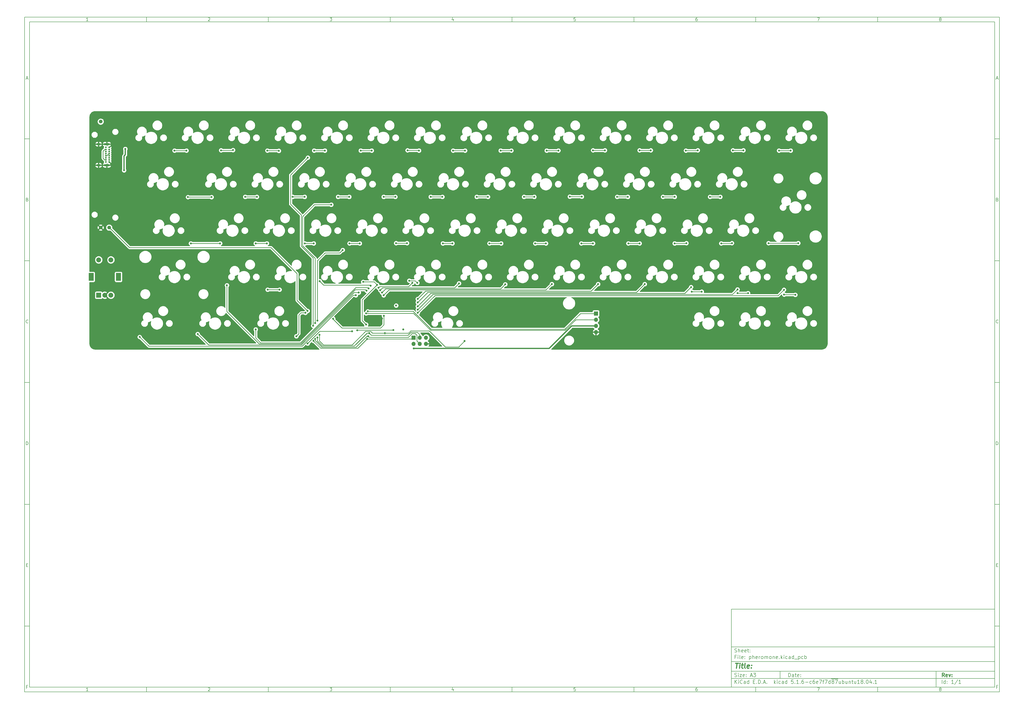
<source format=gtl>
G04 #@! TF.GenerationSoftware,KiCad,Pcbnew,5.1.6-c6e7f7d~87~ubuntu18.04.1*
G04 #@! TF.CreationDate,2020-08-29T00:17:55+02:00*
G04 #@! TF.ProjectId,pheromone,70686572-6f6d-46f6-9e65-2e6b69636164,rev?*
G04 #@! TF.SameCoordinates,Original*
G04 #@! TF.FileFunction,Copper,L1,Top*
G04 #@! TF.FilePolarity,Positive*
%FSLAX46Y46*%
G04 Gerber Fmt 4.6, Leading zero omitted, Abs format (unit mm)*
G04 Created by KiCad (PCBNEW 5.1.6-c6e7f7d~87~ubuntu18.04.1) date 2020-08-29 00:17:55*
%MOMM*%
%LPD*%
G01*
G04 APERTURE LIST*
%ADD10C,0.100000*%
%ADD11C,0.150000*%
%ADD12C,0.300000*%
%ADD13C,0.400000*%
G04 #@! TA.AperFunction,ComponentPad*
%ADD14C,1.500000*%
G04 #@! TD*
G04 #@! TA.AperFunction,ComponentPad*
%ADD15O,1.700000X0.900000*%
G04 #@! TD*
G04 #@! TA.AperFunction,ComponentPad*
%ADD16O,2.400000X0.900000*%
G04 #@! TD*
G04 #@! TA.AperFunction,ComponentPad*
%ADD17C,0.700000*%
G04 #@! TD*
G04 #@! TA.AperFunction,ComponentPad*
%ADD18O,1.700000X1.700000*%
G04 #@! TD*
G04 #@! TA.AperFunction,ComponentPad*
%ADD19R,1.700000X1.700000*%
G04 #@! TD*
G04 #@! TA.AperFunction,ComponentPad*
%ADD20C,2.000000*%
G04 #@! TD*
G04 #@! TA.AperFunction,ComponentPad*
%ADD21R,2.000000X3.200000*%
G04 #@! TD*
G04 #@! TA.AperFunction,ComponentPad*
%ADD22R,2.000000X2.000000*%
G04 #@! TD*
G04 #@! TA.AperFunction,ViaPad*
%ADD23C,0.800000*%
G04 #@! TD*
G04 #@! TA.AperFunction,Conductor*
%ADD24C,0.508000*%
G04 #@! TD*
G04 #@! TA.AperFunction,Conductor*
%ADD25C,0.250000*%
G04 #@! TD*
G04 #@! TA.AperFunction,Conductor*
%ADD26C,0.254000*%
G04 #@! TD*
G04 APERTURE END LIST*
D10*
D11*
X299989000Y-253002200D02*
X299989000Y-285002200D01*
X407989000Y-285002200D01*
X407989000Y-253002200D01*
X299989000Y-253002200D01*
D10*
D11*
X10000000Y-10000000D02*
X10000000Y-287002200D01*
X409989000Y-287002200D01*
X409989000Y-10000000D01*
X10000000Y-10000000D01*
D10*
D11*
X12000000Y-12000000D02*
X12000000Y-285002200D01*
X407989000Y-285002200D01*
X407989000Y-12000000D01*
X12000000Y-12000000D01*
D10*
D11*
X60000000Y-12000000D02*
X60000000Y-10000000D01*
D10*
D11*
X110000000Y-12000000D02*
X110000000Y-10000000D01*
D10*
D11*
X160000000Y-12000000D02*
X160000000Y-10000000D01*
D10*
D11*
X210000000Y-12000000D02*
X210000000Y-10000000D01*
D10*
D11*
X260000000Y-12000000D02*
X260000000Y-10000000D01*
D10*
D11*
X310000000Y-12000000D02*
X310000000Y-10000000D01*
D10*
D11*
X360000000Y-12000000D02*
X360000000Y-10000000D01*
D10*
D11*
X36065476Y-11588095D02*
X35322619Y-11588095D01*
X35694047Y-11588095D02*
X35694047Y-10288095D01*
X35570238Y-10473809D01*
X35446428Y-10597619D01*
X35322619Y-10659523D01*
D10*
D11*
X85322619Y-10411904D02*
X85384523Y-10350000D01*
X85508333Y-10288095D01*
X85817857Y-10288095D01*
X85941666Y-10350000D01*
X86003571Y-10411904D01*
X86065476Y-10535714D01*
X86065476Y-10659523D01*
X86003571Y-10845238D01*
X85260714Y-11588095D01*
X86065476Y-11588095D01*
D10*
D11*
X135260714Y-10288095D02*
X136065476Y-10288095D01*
X135632142Y-10783333D01*
X135817857Y-10783333D01*
X135941666Y-10845238D01*
X136003571Y-10907142D01*
X136065476Y-11030952D01*
X136065476Y-11340476D01*
X136003571Y-11464285D01*
X135941666Y-11526190D01*
X135817857Y-11588095D01*
X135446428Y-11588095D01*
X135322619Y-11526190D01*
X135260714Y-11464285D01*
D10*
D11*
X185941666Y-10721428D02*
X185941666Y-11588095D01*
X185632142Y-10226190D02*
X185322619Y-11154761D01*
X186127380Y-11154761D01*
D10*
D11*
X236003571Y-10288095D02*
X235384523Y-10288095D01*
X235322619Y-10907142D01*
X235384523Y-10845238D01*
X235508333Y-10783333D01*
X235817857Y-10783333D01*
X235941666Y-10845238D01*
X236003571Y-10907142D01*
X236065476Y-11030952D01*
X236065476Y-11340476D01*
X236003571Y-11464285D01*
X235941666Y-11526190D01*
X235817857Y-11588095D01*
X235508333Y-11588095D01*
X235384523Y-11526190D01*
X235322619Y-11464285D01*
D10*
D11*
X285941666Y-10288095D02*
X285694047Y-10288095D01*
X285570238Y-10350000D01*
X285508333Y-10411904D01*
X285384523Y-10597619D01*
X285322619Y-10845238D01*
X285322619Y-11340476D01*
X285384523Y-11464285D01*
X285446428Y-11526190D01*
X285570238Y-11588095D01*
X285817857Y-11588095D01*
X285941666Y-11526190D01*
X286003571Y-11464285D01*
X286065476Y-11340476D01*
X286065476Y-11030952D01*
X286003571Y-10907142D01*
X285941666Y-10845238D01*
X285817857Y-10783333D01*
X285570238Y-10783333D01*
X285446428Y-10845238D01*
X285384523Y-10907142D01*
X285322619Y-11030952D01*
D10*
D11*
X335260714Y-10288095D02*
X336127380Y-10288095D01*
X335570238Y-11588095D01*
D10*
D11*
X385570238Y-10845238D02*
X385446428Y-10783333D01*
X385384523Y-10721428D01*
X385322619Y-10597619D01*
X385322619Y-10535714D01*
X385384523Y-10411904D01*
X385446428Y-10350000D01*
X385570238Y-10288095D01*
X385817857Y-10288095D01*
X385941666Y-10350000D01*
X386003571Y-10411904D01*
X386065476Y-10535714D01*
X386065476Y-10597619D01*
X386003571Y-10721428D01*
X385941666Y-10783333D01*
X385817857Y-10845238D01*
X385570238Y-10845238D01*
X385446428Y-10907142D01*
X385384523Y-10969047D01*
X385322619Y-11092857D01*
X385322619Y-11340476D01*
X385384523Y-11464285D01*
X385446428Y-11526190D01*
X385570238Y-11588095D01*
X385817857Y-11588095D01*
X385941666Y-11526190D01*
X386003571Y-11464285D01*
X386065476Y-11340476D01*
X386065476Y-11092857D01*
X386003571Y-10969047D01*
X385941666Y-10907142D01*
X385817857Y-10845238D01*
D10*
D11*
X60000000Y-285002200D02*
X60000000Y-287002200D01*
D10*
D11*
X110000000Y-285002200D02*
X110000000Y-287002200D01*
D10*
D11*
X160000000Y-285002200D02*
X160000000Y-287002200D01*
D10*
D11*
X210000000Y-285002200D02*
X210000000Y-287002200D01*
D10*
D11*
X260000000Y-285002200D02*
X260000000Y-287002200D01*
D10*
D11*
X310000000Y-285002200D02*
X310000000Y-287002200D01*
D10*
D11*
X360000000Y-285002200D02*
X360000000Y-287002200D01*
D10*
D11*
X36065476Y-286590295D02*
X35322619Y-286590295D01*
X35694047Y-286590295D02*
X35694047Y-285290295D01*
X35570238Y-285476009D01*
X35446428Y-285599819D01*
X35322619Y-285661723D01*
D10*
D11*
X85322619Y-285414104D02*
X85384523Y-285352200D01*
X85508333Y-285290295D01*
X85817857Y-285290295D01*
X85941666Y-285352200D01*
X86003571Y-285414104D01*
X86065476Y-285537914D01*
X86065476Y-285661723D01*
X86003571Y-285847438D01*
X85260714Y-286590295D01*
X86065476Y-286590295D01*
D10*
D11*
X135260714Y-285290295D02*
X136065476Y-285290295D01*
X135632142Y-285785533D01*
X135817857Y-285785533D01*
X135941666Y-285847438D01*
X136003571Y-285909342D01*
X136065476Y-286033152D01*
X136065476Y-286342676D01*
X136003571Y-286466485D01*
X135941666Y-286528390D01*
X135817857Y-286590295D01*
X135446428Y-286590295D01*
X135322619Y-286528390D01*
X135260714Y-286466485D01*
D10*
D11*
X185941666Y-285723628D02*
X185941666Y-286590295D01*
X185632142Y-285228390D02*
X185322619Y-286156961D01*
X186127380Y-286156961D01*
D10*
D11*
X236003571Y-285290295D02*
X235384523Y-285290295D01*
X235322619Y-285909342D01*
X235384523Y-285847438D01*
X235508333Y-285785533D01*
X235817857Y-285785533D01*
X235941666Y-285847438D01*
X236003571Y-285909342D01*
X236065476Y-286033152D01*
X236065476Y-286342676D01*
X236003571Y-286466485D01*
X235941666Y-286528390D01*
X235817857Y-286590295D01*
X235508333Y-286590295D01*
X235384523Y-286528390D01*
X235322619Y-286466485D01*
D10*
D11*
X285941666Y-285290295D02*
X285694047Y-285290295D01*
X285570238Y-285352200D01*
X285508333Y-285414104D01*
X285384523Y-285599819D01*
X285322619Y-285847438D01*
X285322619Y-286342676D01*
X285384523Y-286466485D01*
X285446428Y-286528390D01*
X285570238Y-286590295D01*
X285817857Y-286590295D01*
X285941666Y-286528390D01*
X286003571Y-286466485D01*
X286065476Y-286342676D01*
X286065476Y-286033152D01*
X286003571Y-285909342D01*
X285941666Y-285847438D01*
X285817857Y-285785533D01*
X285570238Y-285785533D01*
X285446428Y-285847438D01*
X285384523Y-285909342D01*
X285322619Y-286033152D01*
D10*
D11*
X335260714Y-285290295D02*
X336127380Y-285290295D01*
X335570238Y-286590295D01*
D10*
D11*
X385570238Y-285847438D02*
X385446428Y-285785533D01*
X385384523Y-285723628D01*
X385322619Y-285599819D01*
X385322619Y-285537914D01*
X385384523Y-285414104D01*
X385446428Y-285352200D01*
X385570238Y-285290295D01*
X385817857Y-285290295D01*
X385941666Y-285352200D01*
X386003571Y-285414104D01*
X386065476Y-285537914D01*
X386065476Y-285599819D01*
X386003571Y-285723628D01*
X385941666Y-285785533D01*
X385817857Y-285847438D01*
X385570238Y-285847438D01*
X385446428Y-285909342D01*
X385384523Y-285971247D01*
X385322619Y-286095057D01*
X385322619Y-286342676D01*
X385384523Y-286466485D01*
X385446428Y-286528390D01*
X385570238Y-286590295D01*
X385817857Y-286590295D01*
X385941666Y-286528390D01*
X386003571Y-286466485D01*
X386065476Y-286342676D01*
X386065476Y-286095057D01*
X386003571Y-285971247D01*
X385941666Y-285909342D01*
X385817857Y-285847438D01*
D10*
D11*
X10000000Y-60000000D02*
X12000000Y-60000000D01*
D10*
D11*
X10000000Y-110000000D02*
X12000000Y-110000000D01*
D10*
D11*
X10000000Y-160000000D02*
X12000000Y-160000000D01*
D10*
D11*
X10000000Y-210000000D02*
X12000000Y-210000000D01*
D10*
D11*
X10000000Y-260000000D02*
X12000000Y-260000000D01*
D10*
D11*
X10690476Y-35216666D02*
X11309523Y-35216666D01*
X10566666Y-35588095D02*
X11000000Y-34288095D01*
X11433333Y-35588095D01*
D10*
D11*
X11092857Y-84907142D02*
X11278571Y-84969047D01*
X11340476Y-85030952D01*
X11402380Y-85154761D01*
X11402380Y-85340476D01*
X11340476Y-85464285D01*
X11278571Y-85526190D01*
X11154761Y-85588095D01*
X10659523Y-85588095D01*
X10659523Y-84288095D01*
X11092857Y-84288095D01*
X11216666Y-84350000D01*
X11278571Y-84411904D01*
X11340476Y-84535714D01*
X11340476Y-84659523D01*
X11278571Y-84783333D01*
X11216666Y-84845238D01*
X11092857Y-84907142D01*
X10659523Y-84907142D01*
D10*
D11*
X11402380Y-135464285D02*
X11340476Y-135526190D01*
X11154761Y-135588095D01*
X11030952Y-135588095D01*
X10845238Y-135526190D01*
X10721428Y-135402380D01*
X10659523Y-135278571D01*
X10597619Y-135030952D01*
X10597619Y-134845238D01*
X10659523Y-134597619D01*
X10721428Y-134473809D01*
X10845238Y-134350000D01*
X11030952Y-134288095D01*
X11154761Y-134288095D01*
X11340476Y-134350000D01*
X11402380Y-134411904D01*
D10*
D11*
X10659523Y-185588095D02*
X10659523Y-184288095D01*
X10969047Y-184288095D01*
X11154761Y-184350000D01*
X11278571Y-184473809D01*
X11340476Y-184597619D01*
X11402380Y-184845238D01*
X11402380Y-185030952D01*
X11340476Y-185278571D01*
X11278571Y-185402380D01*
X11154761Y-185526190D01*
X10969047Y-185588095D01*
X10659523Y-185588095D01*
D10*
D11*
X10721428Y-234907142D02*
X11154761Y-234907142D01*
X11340476Y-235588095D02*
X10721428Y-235588095D01*
X10721428Y-234288095D01*
X11340476Y-234288095D01*
D10*
D11*
X11185714Y-284907142D02*
X10752380Y-284907142D01*
X10752380Y-285588095D02*
X10752380Y-284288095D01*
X11371428Y-284288095D01*
D10*
D11*
X409989000Y-60000000D02*
X407989000Y-60000000D01*
D10*
D11*
X409989000Y-110000000D02*
X407989000Y-110000000D01*
D10*
D11*
X409989000Y-160000000D02*
X407989000Y-160000000D01*
D10*
D11*
X409989000Y-210000000D02*
X407989000Y-210000000D01*
D10*
D11*
X409989000Y-260000000D02*
X407989000Y-260000000D01*
D10*
D11*
X408679476Y-35216666D02*
X409298523Y-35216666D01*
X408555666Y-35588095D02*
X408989000Y-34288095D01*
X409422333Y-35588095D01*
D10*
D11*
X409081857Y-84907142D02*
X409267571Y-84969047D01*
X409329476Y-85030952D01*
X409391380Y-85154761D01*
X409391380Y-85340476D01*
X409329476Y-85464285D01*
X409267571Y-85526190D01*
X409143761Y-85588095D01*
X408648523Y-85588095D01*
X408648523Y-84288095D01*
X409081857Y-84288095D01*
X409205666Y-84350000D01*
X409267571Y-84411904D01*
X409329476Y-84535714D01*
X409329476Y-84659523D01*
X409267571Y-84783333D01*
X409205666Y-84845238D01*
X409081857Y-84907142D01*
X408648523Y-84907142D01*
D10*
D11*
X409391380Y-135464285D02*
X409329476Y-135526190D01*
X409143761Y-135588095D01*
X409019952Y-135588095D01*
X408834238Y-135526190D01*
X408710428Y-135402380D01*
X408648523Y-135278571D01*
X408586619Y-135030952D01*
X408586619Y-134845238D01*
X408648523Y-134597619D01*
X408710428Y-134473809D01*
X408834238Y-134350000D01*
X409019952Y-134288095D01*
X409143761Y-134288095D01*
X409329476Y-134350000D01*
X409391380Y-134411904D01*
D10*
D11*
X408648523Y-185588095D02*
X408648523Y-184288095D01*
X408958047Y-184288095D01*
X409143761Y-184350000D01*
X409267571Y-184473809D01*
X409329476Y-184597619D01*
X409391380Y-184845238D01*
X409391380Y-185030952D01*
X409329476Y-185278571D01*
X409267571Y-185402380D01*
X409143761Y-185526190D01*
X408958047Y-185588095D01*
X408648523Y-185588095D01*
D10*
D11*
X408710428Y-234907142D02*
X409143761Y-234907142D01*
X409329476Y-235588095D02*
X408710428Y-235588095D01*
X408710428Y-234288095D01*
X409329476Y-234288095D01*
D10*
D11*
X409174714Y-284907142D02*
X408741380Y-284907142D01*
X408741380Y-285588095D02*
X408741380Y-284288095D01*
X409360428Y-284288095D01*
D10*
D11*
X323421142Y-280780771D02*
X323421142Y-279280771D01*
X323778285Y-279280771D01*
X323992571Y-279352200D01*
X324135428Y-279495057D01*
X324206857Y-279637914D01*
X324278285Y-279923628D01*
X324278285Y-280137914D01*
X324206857Y-280423628D01*
X324135428Y-280566485D01*
X323992571Y-280709342D01*
X323778285Y-280780771D01*
X323421142Y-280780771D01*
X325564000Y-280780771D02*
X325564000Y-279995057D01*
X325492571Y-279852200D01*
X325349714Y-279780771D01*
X325064000Y-279780771D01*
X324921142Y-279852200D01*
X325564000Y-280709342D02*
X325421142Y-280780771D01*
X325064000Y-280780771D01*
X324921142Y-280709342D01*
X324849714Y-280566485D01*
X324849714Y-280423628D01*
X324921142Y-280280771D01*
X325064000Y-280209342D01*
X325421142Y-280209342D01*
X325564000Y-280137914D01*
X326064000Y-279780771D02*
X326635428Y-279780771D01*
X326278285Y-279280771D02*
X326278285Y-280566485D01*
X326349714Y-280709342D01*
X326492571Y-280780771D01*
X326635428Y-280780771D01*
X327706857Y-280709342D02*
X327564000Y-280780771D01*
X327278285Y-280780771D01*
X327135428Y-280709342D01*
X327064000Y-280566485D01*
X327064000Y-279995057D01*
X327135428Y-279852200D01*
X327278285Y-279780771D01*
X327564000Y-279780771D01*
X327706857Y-279852200D01*
X327778285Y-279995057D01*
X327778285Y-280137914D01*
X327064000Y-280280771D01*
X328421142Y-280637914D02*
X328492571Y-280709342D01*
X328421142Y-280780771D01*
X328349714Y-280709342D01*
X328421142Y-280637914D01*
X328421142Y-280780771D01*
X328421142Y-279852200D02*
X328492571Y-279923628D01*
X328421142Y-279995057D01*
X328349714Y-279923628D01*
X328421142Y-279852200D01*
X328421142Y-279995057D01*
D10*
D11*
X299989000Y-281502200D02*
X407989000Y-281502200D01*
D10*
D11*
X301421142Y-283580771D02*
X301421142Y-282080771D01*
X302278285Y-283580771D02*
X301635428Y-282723628D01*
X302278285Y-282080771D02*
X301421142Y-282937914D01*
X302921142Y-283580771D02*
X302921142Y-282580771D01*
X302921142Y-282080771D02*
X302849714Y-282152200D01*
X302921142Y-282223628D01*
X302992571Y-282152200D01*
X302921142Y-282080771D01*
X302921142Y-282223628D01*
X304492571Y-283437914D02*
X304421142Y-283509342D01*
X304206857Y-283580771D01*
X304064000Y-283580771D01*
X303849714Y-283509342D01*
X303706857Y-283366485D01*
X303635428Y-283223628D01*
X303564000Y-282937914D01*
X303564000Y-282723628D01*
X303635428Y-282437914D01*
X303706857Y-282295057D01*
X303849714Y-282152200D01*
X304064000Y-282080771D01*
X304206857Y-282080771D01*
X304421142Y-282152200D01*
X304492571Y-282223628D01*
X305778285Y-283580771D02*
X305778285Y-282795057D01*
X305706857Y-282652200D01*
X305564000Y-282580771D01*
X305278285Y-282580771D01*
X305135428Y-282652200D01*
X305778285Y-283509342D02*
X305635428Y-283580771D01*
X305278285Y-283580771D01*
X305135428Y-283509342D01*
X305064000Y-283366485D01*
X305064000Y-283223628D01*
X305135428Y-283080771D01*
X305278285Y-283009342D01*
X305635428Y-283009342D01*
X305778285Y-282937914D01*
X307135428Y-283580771D02*
X307135428Y-282080771D01*
X307135428Y-283509342D02*
X306992571Y-283580771D01*
X306706857Y-283580771D01*
X306564000Y-283509342D01*
X306492571Y-283437914D01*
X306421142Y-283295057D01*
X306421142Y-282866485D01*
X306492571Y-282723628D01*
X306564000Y-282652200D01*
X306706857Y-282580771D01*
X306992571Y-282580771D01*
X307135428Y-282652200D01*
X308992571Y-282795057D02*
X309492571Y-282795057D01*
X309706857Y-283580771D02*
X308992571Y-283580771D01*
X308992571Y-282080771D01*
X309706857Y-282080771D01*
X310349714Y-283437914D02*
X310421142Y-283509342D01*
X310349714Y-283580771D01*
X310278285Y-283509342D01*
X310349714Y-283437914D01*
X310349714Y-283580771D01*
X311064000Y-283580771D02*
X311064000Y-282080771D01*
X311421142Y-282080771D01*
X311635428Y-282152200D01*
X311778285Y-282295057D01*
X311849714Y-282437914D01*
X311921142Y-282723628D01*
X311921142Y-282937914D01*
X311849714Y-283223628D01*
X311778285Y-283366485D01*
X311635428Y-283509342D01*
X311421142Y-283580771D01*
X311064000Y-283580771D01*
X312564000Y-283437914D02*
X312635428Y-283509342D01*
X312564000Y-283580771D01*
X312492571Y-283509342D01*
X312564000Y-283437914D01*
X312564000Y-283580771D01*
X313206857Y-283152200D02*
X313921142Y-283152200D01*
X313064000Y-283580771D02*
X313564000Y-282080771D01*
X314064000Y-283580771D01*
X314564000Y-283437914D02*
X314635428Y-283509342D01*
X314564000Y-283580771D01*
X314492571Y-283509342D01*
X314564000Y-283437914D01*
X314564000Y-283580771D01*
X317564000Y-283580771D02*
X317564000Y-282080771D01*
X317706857Y-283009342D02*
X318135428Y-283580771D01*
X318135428Y-282580771D02*
X317564000Y-283152200D01*
X318778285Y-283580771D02*
X318778285Y-282580771D01*
X318778285Y-282080771D02*
X318706857Y-282152200D01*
X318778285Y-282223628D01*
X318849714Y-282152200D01*
X318778285Y-282080771D01*
X318778285Y-282223628D01*
X320135428Y-283509342D02*
X319992571Y-283580771D01*
X319706857Y-283580771D01*
X319564000Y-283509342D01*
X319492571Y-283437914D01*
X319421142Y-283295057D01*
X319421142Y-282866485D01*
X319492571Y-282723628D01*
X319564000Y-282652200D01*
X319706857Y-282580771D01*
X319992571Y-282580771D01*
X320135428Y-282652200D01*
X321421142Y-283580771D02*
X321421142Y-282795057D01*
X321349714Y-282652200D01*
X321206857Y-282580771D01*
X320921142Y-282580771D01*
X320778285Y-282652200D01*
X321421142Y-283509342D02*
X321278285Y-283580771D01*
X320921142Y-283580771D01*
X320778285Y-283509342D01*
X320706857Y-283366485D01*
X320706857Y-283223628D01*
X320778285Y-283080771D01*
X320921142Y-283009342D01*
X321278285Y-283009342D01*
X321421142Y-282937914D01*
X322778285Y-283580771D02*
X322778285Y-282080771D01*
X322778285Y-283509342D02*
X322635428Y-283580771D01*
X322349714Y-283580771D01*
X322206857Y-283509342D01*
X322135428Y-283437914D01*
X322064000Y-283295057D01*
X322064000Y-282866485D01*
X322135428Y-282723628D01*
X322206857Y-282652200D01*
X322349714Y-282580771D01*
X322635428Y-282580771D01*
X322778285Y-282652200D01*
X325349714Y-282080771D02*
X324635428Y-282080771D01*
X324564000Y-282795057D01*
X324635428Y-282723628D01*
X324778285Y-282652200D01*
X325135428Y-282652200D01*
X325278285Y-282723628D01*
X325349714Y-282795057D01*
X325421142Y-282937914D01*
X325421142Y-283295057D01*
X325349714Y-283437914D01*
X325278285Y-283509342D01*
X325135428Y-283580771D01*
X324778285Y-283580771D01*
X324635428Y-283509342D01*
X324564000Y-283437914D01*
X326064000Y-283437914D02*
X326135428Y-283509342D01*
X326064000Y-283580771D01*
X325992571Y-283509342D01*
X326064000Y-283437914D01*
X326064000Y-283580771D01*
X327564000Y-283580771D02*
X326706857Y-283580771D01*
X327135428Y-283580771D02*
X327135428Y-282080771D01*
X326992571Y-282295057D01*
X326849714Y-282437914D01*
X326706857Y-282509342D01*
X328206857Y-283437914D02*
X328278285Y-283509342D01*
X328206857Y-283580771D01*
X328135428Y-283509342D01*
X328206857Y-283437914D01*
X328206857Y-283580771D01*
X329564000Y-282080771D02*
X329278285Y-282080771D01*
X329135428Y-282152200D01*
X329064000Y-282223628D01*
X328921142Y-282437914D01*
X328849714Y-282723628D01*
X328849714Y-283295057D01*
X328921142Y-283437914D01*
X328992571Y-283509342D01*
X329135428Y-283580771D01*
X329421142Y-283580771D01*
X329564000Y-283509342D01*
X329635428Y-283437914D01*
X329706857Y-283295057D01*
X329706857Y-282937914D01*
X329635428Y-282795057D01*
X329564000Y-282723628D01*
X329421142Y-282652200D01*
X329135428Y-282652200D01*
X328992571Y-282723628D01*
X328921142Y-282795057D01*
X328849714Y-282937914D01*
X330349714Y-283009342D02*
X331492571Y-283009342D01*
X332849714Y-283509342D02*
X332706857Y-283580771D01*
X332421142Y-283580771D01*
X332278285Y-283509342D01*
X332206857Y-283437914D01*
X332135428Y-283295057D01*
X332135428Y-282866485D01*
X332206857Y-282723628D01*
X332278285Y-282652200D01*
X332421142Y-282580771D01*
X332706857Y-282580771D01*
X332849714Y-282652200D01*
X334135428Y-282080771D02*
X333849714Y-282080771D01*
X333706857Y-282152200D01*
X333635428Y-282223628D01*
X333492571Y-282437914D01*
X333421142Y-282723628D01*
X333421142Y-283295057D01*
X333492571Y-283437914D01*
X333564000Y-283509342D01*
X333706857Y-283580771D01*
X333992571Y-283580771D01*
X334135428Y-283509342D01*
X334206857Y-283437914D01*
X334278285Y-283295057D01*
X334278285Y-282937914D01*
X334206857Y-282795057D01*
X334135428Y-282723628D01*
X333992571Y-282652200D01*
X333706857Y-282652200D01*
X333564000Y-282723628D01*
X333492571Y-282795057D01*
X333421142Y-282937914D01*
X335492571Y-283509342D02*
X335349714Y-283580771D01*
X335064000Y-283580771D01*
X334921142Y-283509342D01*
X334849714Y-283366485D01*
X334849714Y-282795057D01*
X334921142Y-282652200D01*
X335064000Y-282580771D01*
X335349714Y-282580771D01*
X335492571Y-282652200D01*
X335564000Y-282795057D01*
X335564000Y-282937914D01*
X334849714Y-283080771D01*
X336064000Y-282080771D02*
X337064000Y-282080771D01*
X336421142Y-283580771D01*
X337421142Y-282580771D02*
X337992571Y-282580771D01*
X337635428Y-283580771D02*
X337635428Y-282295057D01*
X337706857Y-282152200D01*
X337849714Y-282080771D01*
X337992571Y-282080771D01*
X338349714Y-282080771D02*
X339349714Y-282080771D01*
X338706857Y-283580771D01*
X340564000Y-283580771D02*
X340564000Y-282080771D01*
X340564000Y-283509342D02*
X340421142Y-283580771D01*
X340135428Y-283580771D01*
X339992571Y-283509342D01*
X339921142Y-283437914D01*
X339849714Y-283295057D01*
X339849714Y-282866485D01*
X339921142Y-282723628D01*
X339992571Y-282652200D01*
X340135428Y-282580771D01*
X340421142Y-282580771D01*
X340564000Y-282652200D01*
X340921142Y-281672200D02*
X342349714Y-281672200D01*
X341492571Y-282723628D02*
X341349714Y-282652200D01*
X341278285Y-282580771D01*
X341206857Y-282437914D01*
X341206857Y-282366485D01*
X341278285Y-282223628D01*
X341349714Y-282152200D01*
X341492571Y-282080771D01*
X341778285Y-282080771D01*
X341921142Y-282152200D01*
X341992571Y-282223628D01*
X342064000Y-282366485D01*
X342064000Y-282437914D01*
X341992571Y-282580771D01*
X341921142Y-282652200D01*
X341778285Y-282723628D01*
X341492571Y-282723628D01*
X341349714Y-282795057D01*
X341278285Y-282866485D01*
X341206857Y-283009342D01*
X341206857Y-283295057D01*
X341278285Y-283437914D01*
X341349714Y-283509342D01*
X341492571Y-283580771D01*
X341778285Y-283580771D01*
X341921142Y-283509342D01*
X341992571Y-283437914D01*
X342064000Y-283295057D01*
X342064000Y-283009342D01*
X341992571Y-282866485D01*
X341921142Y-282795057D01*
X341778285Y-282723628D01*
X342349714Y-281672200D02*
X343778285Y-281672200D01*
X342564000Y-282080771D02*
X343564000Y-282080771D01*
X342921142Y-283580771D01*
X344778285Y-282580771D02*
X344778285Y-283580771D01*
X344135428Y-282580771D02*
X344135428Y-283366485D01*
X344206857Y-283509342D01*
X344349714Y-283580771D01*
X344564000Y-283580771D01*
X344706857Y-283509342D01*
X344778285Y-283437914D01*
X345492571Y-283580771D02*
X345492571Y-282080771D01*
X345492571Y-282652200D02*
X345635428Y-282580771D01*
X345921142Y-282580771D01*
X346064000Y-282652200D01*
X346135428Y-282723628D01*
X346206857Y-282866485D01*
X346206857Y-283295057D01*
X346135428Y-283437914D01*
X346064000Y-283509342D01*
X345921142Y-283580771D01*
X345635428Y-283580771D01*
X345492571Y-283509342D01*
X347492571Y-282580771D02*
X347492571Y-283580771D01*
X346849714Y-282580771D02*
X346849714Y-283366485D01*
X346921142Y-283509342D01*
X347064000Y-283580771D01*
X347278285Y-283580771D01*
X347421142Y-283509342D01*
X347492571Y-283437914D01*
X348206857Y-282580771D02*
X348206857Y-283580771D01*
X348206857Y-282723628D02*
X348278285Y-282652200D01*
X348421142Y-282580771D01*
X348635428Y-282580771D01*
X348778285Y-282652200D01*
X348849714Y-282795057D01*
X348849714Y-283580771D01*
X349349714Y-282580771D02*
X349921142Y-282580771D01*
X349564000Y-282080771D02*
X349564000Y-283366485D01*
X349635428Y-283509342D01*
X349778285Y-283580771D01*
X349921142Y-283580771D01*
X351064000Y-282580771D02*
X351064000Y-283580771D01*
X350421142Y-282580771D02*
X350421142Y-283366485D01*
X350492571Y-283509342D01*
X350635428Y-283580771D01*
X350849714Y-283580771D01*
X350992571Y-283509342D01*
X351064000Y-283437914D01*
X352564000Y-283580771D02*
X351706857Y-283580771D01*
X352135428Y-283580771D02*
X352135428Y-282080771D01*
X351992571Y-282295057D01*
X351849714Y-282437914D01*
X351706857Y-282509342D01*
X353421142Y-282723628D02*
X353278285Y-282652200D01*
X353206857Y-282580771D01*
X353135428Y-282437914D01*
X353135428Y-282366485D01*
X353206857Y-282223628D01*
X353278285Y-282152200D01*
X353421142Y-282080771D01*
X353706857Y-282080771D01*
X353849714Y-282152200D01*
X353921142Y-282223628D01*
X353992571Y-282366485D01*
X353992571Y-282437914D01*
X353921142Y-282580771D01*
X353849714Y-282652200D01*
X353706857Y-282723628D01*
X353421142Y-282723628D01*
X353278285Y-282795057D01*
X353206857Y-282866485D01*
X353135428Y-283009342D01*
X353135428Y-283295057D01*
X353206857Y-283437914D01*
X353278285Y-283509342D01*
X353421142Y-283580771D01*
X353706857Y-283580771D01*
X353849714Y-283509342D01*
X353921142Y-283437914D01*
X353992571Y-283295057D01*
X353992571Y-283009342D01*
X353921142Y-282866485D01*
X353849714Y-282795057D01*
X353706857Y-282723628D01*
X354635428Y-283437914D02*
X354706857Y-283509342D01*
X354635428Y-283580771D01*
X354564000Y-283509342D01*
X354635428Y-283437914D01*
X354635428Y-283580771D01*
X355635428Y-282080771D02*
X355778285Y-282080771D01*
X355921142Y-282152200D01*
X355992571Y-282223628D01*
X356064000Y-282366485D01*
X356135428Y-282652200D01*
X356135428Y-283009342D01*
X356064000Y-283295057D01*
X355992571Y-283437914D01*
X355921142Y-283509342D01*
X355778285Y-283580771D01*
X355635428Y-283580771D01*
X355492571Y-283509342D01*
X355421142Y-283437914D01*
X355349714Y-283295057D01*
X355278285Y-283009342D01*
X355278285Y-282652200D01*
X355349714Y-282366485D01*
X355421142Y-282223628D01*
X355492571Y-282152200D01*
X355635428Y-282080771D01*
X357421142Y-282580771D02*
X357421142Y-283580771D01*
X357064000Y-282009342D02*
X356706857Y-283080771D01*
X357635428Y-283080771D01*
X358206857Y-283437914D02*
X358278285Y-283509342D01*
X358206857Y-283580771D01*
X358135428Y-283509342D01*
X358206857Y-283437914D01*
X358206857Y-283580771D01*
X359706857Y-283580771D02*
X358849714Y-283580771D01*
X359278285Y-283580771D02*
X359278285Y-282080771D01*
X359135428Y-282295057D01*
X358992571Y-282437914D01*
X358849714Y-282509342D01*
D10*
D11*
X299989000Y-278502200D02*
X407989000Y-278502200D01*
D10*
D12*
X387398285Y-280780771D02*
X386898285Y-280066485D01*
X386541142Y-280780771D02*
X386541142Y-279280771D01*
X387112571Y-279280771D01*
X387255428Y-279352200D01*
X387326857Y-279423628D01*
X387398285Y-279566485D01*
X387398285Y-279780771D01*
X387326857Y-279923628D01*
X387255428Y-279995057D01*
X387112571Y-280066485D01*
X386541142Y-280066485D01*
X388612571Y-280709342D02*
X388469714Y-280780771D01*
X388184000Y-280780771D01*
X388041142Y-280709342D01*
X387969714Y-280566485D01*
X387969714Y-279995057D01*
X388041142Y-279852200D01*
X388184000Y-279780771D01*
X388469714Y-279780771D01*
X388612571Y-279852200D01*
X388684000Y-279995057D01*
X388684000Y-280137914D01*
X387969714Y-280280771D01*
X389184000Y-279780771D02*
X389541142Y-280780771D01*
X389898285Y-279780771D01*
X390469714Y-280637914D02*
X390541142Y-280709342D01*
X390469714Y-280780771D01*
X390398285Y-280709342D01*
X390469714Y-280637914D01*
X390469714Y-280780771D01*
X390469714Y-279852200D02*
X390541142Y-279923628D01*
X390469714Y-279995057D01*
X390398285Y-279923628D01*
X390469714Y-279852200D01*
X390469714Y-279995057D01*
D10*
D11*
X301349714Y-280709342D02*
X301564000Y-280780771D01*
X301921142Y-280780771D01*
X302064000Y-280709342D01*
X302135428Y-280637914D01*
X302206857Y-280495057D01*
X302206857Y-280352200D01*
X302135428Y-280209342D01*
X302064000Y-280137914D01*
X301921142Y-280066485D01*
X301635428Y-279995057D01*
X301492571Y-279923628D01*
X301421142Y-279852200D01*
X301349714Y-279709342D01*
X301349714Y-279566485D01*
X301421142Y-279423628D01*
X301492571Y-279352200D01*
X301635428Y-279280771D01*
X301992571Y-279280771D01*
X302206857Y-279352200D01*
X302849714Y-280780771D02*
X302849714Y-279780771D01*
X302849714Y-279280771D02*
X302778285Y-279352200D01*
X302849714Y-279423628D01*
X302921142Y-279352200D01*
X302849714Y-279280771D01*
X302849714Y-279423628D01*
X303421142Y-279780771D02*
X304206857Y-279780771D01*
X303421142Y-280780771D01*
X304206857Y-280780771D01*
X305349714Y-280709342D02*
X305206857Y-280780771D01*
X304921142Y-280780771D01*
X304778285Y-280709342D01*
X304706857Y-280566485D01*
X304706857Y-279995057D01*
X304778285Y-279852200D01*
X304921142Y-279780771D01*
X305206857Y-279780771D01*
X305349714Y-279852200D01*
X305421142Y-279995057D01*
X305421142Y-280137914D01*
X304706857Y-280280771D01*
X306064000Y-280637914D02*
X306135428Y-280709342D01*
X306064000Y-280780771D01*
X305992571Y-280709342D01*
X306064000Y-280637914D01*
X306064000Y-280780771D01*
X306064000Y-279852200D02*
X306135428Y-279923628D01*
X306064000Y-279995057D01*
X305992571Y-279923628D01*
X306064000Y-279852200D01*
X306064000Y-279995057D01*
X307849714Y-280352200D02*
X308564000Y-280352200D01*
X307706857Y-280780771D02*
X308206857Y-279280771D01*
X308706857Y-280780771D01*
X309064000Y-279280771D02*
X309992571Y-279280771D01*
X309492571Y-279852200D01*
X309706857Y-279852200D01*
X309849714Y-279923628D01*
X309921142Y-279995057D01*
X309992571Y-280137914D01*
X309992571Y-280495057D01*
X309921142Y-280637914D01*
X309849714Y-280709342D01*
X309706857Y-280780771D01*
X309278285Y-280780771D01*
X309135428Y-280709342D01*
X309064000Y-280637914D01*
D10*
D11*
X386421142Y-283580771D02*
X386421142Y-282080771D01*
X387778285Y-283580771D02*
X387778285Y-282080771D01*
X387778285Y-283509342D02*
X387635428Y-283580771D01*
X387349714Y-283580771D01*
X387206857Y-283509342D01*
X387135428Y-283437914D01*
X387064000Y-283295057D01*
X387064000Y-282866485D01*
X387135428Y-282723628D01*
X387206857Y-282652200D01*
X387349714Y-282580771D01*
X387635428Y-282580771D01*
X387778285Y-282652200D01*
X388492571Y-283437914D02*
X388564000Y-283509342D01*
X388492571Y-283580771D01*
X388421142Y-283509342D01*
X388492571Y-283437914D01*
X388492571Y-283580771D01*
X388492571Y-282652200D02*
X388564000Y-282723628D01*
X388492571Y-282795057D01*
X388421142Y-282723628D01*
X388492571Y-282652200D01*
X388492571Y-282795057D01*
X391135428Y-283580771D02*
X390278285Y-283580771D01*
X390706857Y-283580771D02*
X390706857Y-282080771D01*
X390564000Y-282295057D01*
X390421142Y-282437914D01*
X390278285Y-282509342D01*
X392849714Y-282009342D02*
X391564000Y-283937914D01*
X394135428Y-283580771D02*
X393278285Y-283580771D01*
X393706857Y-283580771D02*
X393706857Y-282080771D01*
X393564000Y-282295057D01*
X393421142Y-282437914D01*
X393278285Y-282509342D01*
D10*
D11*
X299989000Y-274502200D02*
X407989000Y-274502200D01*
D10*
D13*
X301701380Y-275206961D02*
X302844238Y-275206961D01*
X302022809Y-277206961D02*
X302272809Y-275206961D01*
X303260904Y-277206961D02*
X303427571Y-275873628D01*
X303510904Y-275206961D02*
X303403761Y-275302200D01*
X303487095Y-275397438D01*
X303594238Y-275302200D01*
X303510904Y-275206961D01*
X303487095Y-275397438D01*
X304094238Y-275873628D02*
X304856142Y-275873628D01*
X304463285Y-275206961D02*
X304249000Y-276921247D01*
X304320428Y-277111723D01*
X304499000Y-277206961D01*
X304689476Y-277206961D01*
X305641857Y-277206961D02*
X305463285Y-277111723D01*
X305391857Y-276921247D01*
X305606142Y-275206961D01*
X307177571Y-277111723D02*
X306975190Y-277206961D01*
X306594238Y-277206961D01*
X306415666Y-277111723D01*
X306344238Y-276921247D01*
X306439476Y-276159342D01*
X306558523Y-275968866D01*
X306760904Y-275873628D01*
X307141857Y-275873628D01*
X307320428Y-275968866D01*
X307391857Y-276159342D01*
X307368047Y-276349819D01*
X306391857Y-276540295D01*
X308141857Y-277016485D02*
X308225190Y-277111723D01*
X308118047Y-277206961D01*
X308034714Y-277111723D01*
X308141857Y-277016485D01*
X308118047Y-277206961D01*
X308272809Y-275968866D02*
X308356142Y-276064104D01*
X308249000Y-276159342D01*
X308165666Y-276064104D01*
X308272809Y-275968866D01*
X308249000Y-276159342D01*
D10*
D11*
X301921142Y-272595057D02*
X301421142Y-272595057D01*
X301421142Y-273380771D02*
X301421142Y-271880771D01*
X302135428Y-271880771D01*
X302706857Y-273380771D02*
X302706857Y-272380771D01*
X302706857Y-271880771D02*
X302635428Y-271952200D01*
X302706857Y-272023628D01*
X302778285Y-271952200D01*
X302706857Y-271880771D01*
X302706857Y-272023628D01*
X303635428Y-273380771D02*
X303492571Y-273309342D01*
X303421142Y-273166485D01*
X303421142Y-271880771D01*
X304778285Y-273309342D02*
X304635428Y-273380771D01*
X304349714Y-273380771D01*
X304206857Y-273309342D01*
X304135428Y-273166485D01*
X304135428Y-272595057D01*
X304206857Y-272452200D01*
X304349714Y-272380771D01*
X304635428Y-272380771D01*
X304778285Y-272452200D01*
X304849714Y-272595057D01*
X304849714Y-272737914D01*
X304135428Y-272880771D01*
X305492571Y-273237914D02*
X305564000Y-273309342D01*
X305492571Y-273380771D01*
X305421142Y-273309342D01*
X305492571Y-273237914D01*
X305492571Y-273380771D01*
X305492571Y-272452200D02*
X305564000Y-272523628D01*
X305492571Y-272595057D01*
X305421142Y-272523628D01*
X305492571Y-272452200D01*
X305492571Y-272595057D01*
X307349714Y-272380771D02*
X307349714Y-273880771D01*
X307349714Y-272452200D02*
X307492571Y-272380771D01*
X307778285Y-272380771D01*
X307921142Y-272452200D01*
X307992571Y-272523628D01*
X308064000Y-272666485D01*
X308064000Y-273095057D01*
X307992571Y-273237914D01*
X307921142Y-273309342D01*
X307778285Y-273380771D01*
X307492571Y-273380771D01*
X307349714Y-273309342D01*
X308706857Y-273380771D02*
X308706857Y-271880771D01*
X309349714Y-273380771D02*
X309349714Y-272595057D01*
X309278285Y-272452200D01*
X309135428Y-272380771D01*
X308921142Y-272380771D01*
X308778285Y-272452200D01*
X308706857Y-272523628D01*
X310635428Y-273309342D02*
X310492571Y-273380771D01*
X310206857Y-273380771D01*
X310064000Y-273309342D01*
X309992571Y-273166485D01*
X309992571Y-272595057D01*
X310064000Y-272452200D01*
X310206857Y-272380771D01*
X310492571Y-272380771D01*
X310635428Y-272452200D01*
X310706857Y-272595057D01*
X310706857Y-272737914D01*
X309992571Y-272880771D01*
X311349714Y-273380771D02*
X311349714Y-272380771D01*
X311349714Y-272666485D02*
X311421142Y-272523628D01*
X311492571Y-272452200D01*
X311635428Y-272380771D01*
X311778285Y-272380771D01*
X312492571Y-273380771D02*
X312349714Y-273309342D01*
X312278285Y-273237914D01*
X312206857Y-273095057D01*
X312206857Y-272666485D01*
X312278285Y-272523628D01*
X312349714Y-272452200D01*
X312492571Y-272380771D01*
X312706857Y-272380771D01*
X312849714Y-272452200D01*
X312921142Y-272523628D01*
X312992571Y-272666485D01*
X312992571Y-273095057D01*
X312921142Y-273237914D01*
X312849714Y-273309342D01*
X312706857Y-273380771D01*
X312492571Y-273380771D01*
X313635428Y-273380771D02*
X313635428Y-272380771D01*
X313635428Y-272523628D02*
X313706857Y-272452200D01*
X313849714Y-272380771D01*
X314064000Y-272380771D01*
X314206857Y-272452200D01*
X314278285Y-272595057D01*
X314278285Y-273380771D01*
X314278285Y-272595057D02*
X314349714Y-272452200D01*
X314492571Y-272380771D01*
X314706857Y-272380771D01*
X314849714Y-272452200D01*
X314921142Y-272595057D01*
X314921142Y-273380771D01*
X315849714Y-273380771D02*
X315706857Y-273309342D01*
X315635428Y-273237914D01*
X315564000Y-273095057D01*
X315564000Y-272666485D01*
X315635428Y-272523628D01*
X315706857Y-272452200D01*
X315849714Y-272380771D01*
X316064000Y-272380771D01*
X316206857Y-272452200D01*
X316278285Y-272523628D01*
X316349714Y-272666485D01*
X316349714Y-273095057D01*
X316278285Y-273237914D01*
X316206857Y-273309342D01*
X316064000Y-273380771D01*
X315849714Y-273380771D01*
X316992571Y-272380771D02*
X316992571Y-273380771D01*
X316992571Y-272523628D02*
X317064000Y-272452200D01*
X317206857Y-272380771D01*
X317421142Y-272380771D01*
X317564000Y-272452200D01*
X317635428Y-272595057D01*
X317635428Y-273380771D01*
X318921142Y-273309342D02*
X318778285Y-273380771D01*
X318492571Y-273380771D01*
X318349714Y-273309342D01*
X318278285Y-273166485D01*
X318278285Y-272595057D01*
X318349714Y-272452200D01*
X318492571Y-272380771D01*
X318778285Y-272380771D01*
X318921142Y-272452200D01*
X318992571Y-272595057D01*
X318992571Y-272737914D01*
X318278285Y-272880771D01*
X319635428Y-273237914D02*
X319706857Y-273309342D01*
X319635428Y-273380771D01*
X319564000Y-273309342D01*
X319635428Y-273237914D01*
X319635428Y-273380771D01*
X320349714Y-273380771D02*
X320349714Y-271880771D01*
X320492571Y-272809342D02*
X320921142Y-273380771D01*
X320921142Y-272380771D02*
X320349714Y-272952200D01*
X321564000Y-273380771D02*
X321564000Y-272380771D01*
X321564000Y-271880771D02*
X321492571Y-271952200D01*
X321564000Y-272023628D01*
X321635428Y-271952200D01*
X321564000Y-271880771D01*
X321564000Y-272023628D01*
X322921142Y-273309342D02*
X322778285Y-273380771D01*
X322492571Y-273380771D01*
X322349714Y-273309342D01*
X322278285Y-273237914D01*
X322206857Y-273095057D01*
X322206857Y-272666485D01*
X322278285Y-272523628D01*
X322349714Y-272452200D01*
X322492571Y-272380771D01*
X322778285Y-272380771D01*
X322921142Y-272452200D01*
X324206857Y-273380771D02*
X324206857Y-272595057D01*
X324135428Y-272452200D01*
X323992571Y-272380771D01*
X323706857Y-272380771D01*
X323564000Y-272452200D01*
X324206857Y-273309342D02*
X324064000Y-273380771D01*
X323706857Y-273380771D01*
X323564000Y-273309342D01*
X323492571Y-273166485D01*
X323492571Y-273023628D01*
X323564000Y-272880771D01*
X323706857Y-272809342D01*
X324064000Y-272809342D01*
X324206857Y-272737914D01*
X325564000Y-273380771D02*
X325564000Y-271880771D01*
X325564000Y-273309342D02*
X325421142Y-273380771D01*
X325135428Y-273380771D01*
X324992571Y-273309342D01*
X324921142Y-273237914D01*
X324849714Y-273095057D01*
X324849714Y-272666485D01*
X324921142Y-272523628D01*
X324992571Y-272452200D01*
X325135428Y-272380771D01*
X325421142Y-272380771D01*
X325564000Y-272452200D01*
X325921142Y-273523628D02*
X327064000Y-273523628D01*
X327421142Y-272380771D02*
X327421142Y-273880771D01*
X327421142Y-272452200D02*
X327564000Y-272380771D01*
X327849714Y-272380771D01*
X327992571Y-272452200D01*
X328064000Y-272523628D01*
X328135428Y-272666485D01*
X328135428Y-273095057D01*
X328064000Y-273237914D01*
X327992571Y-273309342D01*
X327849714Y-273380771D01*
X327564000Y-273380771D01*
X327421142Y-273309342D01*
X329421142Y-273309342D02*
X329278285Y-273380771D01*
X328992571Y-273380771D01*
X328849714Y-273309342D01*
X328778285Y-273237914D01*
X328706857Y-273095057D01*
X328706857Y-272666485D01*
X328778285Y-272523628D01*
X328849714Y-272452200D01*
X328992571Y-272380771D01*
X329278285Y-272380771D01*
X329421142Y-272452200D01*
X330064000Y-273380771D02*
X330064000Y-271880771D01*
X330064000Y-272452200D02*
X330206857Y-272380771D01*
X330492571Y-272380771D01*
X330635428Y-272452200D01*
X330706857Y-272523628D01*
X330778285Y-272666485D01*
X330778285Y-273095057D01*
X330706857Y-273237914D01*
X330635428Y-273309342D01*
X330492571Y-273380771D01*
X330206857Y-273380771D01*
X330064000Y-273309342D01*
D10*
D11*
X299989000Y-268502200D02*
X407989000Y-268502200D01*
D10*
D11*
X301349714Y-270609342D02*
X301564000Y-270680771D01*
X301921142Y-270680771D01*
X302064000Y-270609342D01*
X302135428Y-270537914D01*
X302206857Y-270395057D01*
X302206857Y-270252200D01*
X302135428Y-270109342D01*
X302064000Y-270037914D01*
X301921142Y-269966485D01*
X301635428Y-269895057D01*
X301492571Y-269823628D01*
X301421142Y-269752200D01*
X301349714Y-269609342D01*
X301349714Y-269466485D01*
X301421142Y-269323628D01*
X301492571Y-269252200D01*
X301635428Y-269180771D01*
X301992571Y-269180771D01*
X302206857Y-269252200D01*
X302849714Y-270680771D02*
X302849714Y-269180771D01*
X303492571Y-270680771D02*
X303492571Y-269895057D01*
X303421142Y-269752200D01*
X303278285Y-269680771D01*
X303064000Y-269680771D01*
X302921142Y-269752200D01*
X302849714Y-269823628D01*
X304778285Y-270609342D02*
X304635428Y-270680771D01*
X304349714Y-270680771D01*
X304206857Y-270609342D01*
X304135428Y-270466485D01*
X304135428Y-269895057D01*
X304206857Y-269752200D01*
X304349714Y-269680771D01*
X304635428Y-269680771D01*
X304778285Y-269752200D01*
X304849714Y-269895057D01*
X304849714Y-270037914D01*
X304135428Y-270180771D01*
X306064000Y-270609342D02*
X305921142Y-270680771D01*
X305635428Y-270680771D01*
X305492571Y-270609342D01*
X305421142Y-270466485D01*
X305421142Y-269895057D01*
X305492571Y-269752200D01*
X305635428Y-269680771D01*
X305921142Y-269680771D01*
X306064000Y-269752200D01*
X306135428Y-269895057D01*
X306135428Y-270037914D01*
X305421142Y-270180771D01*
X306564000Y-269680771D02*
X307135428Y-269680771D01*
X306778285Y-269180771D02*
X306778285Y-270466485D01*
X306849714Y-270609342D01*
X306992571Y-270680771D01*
X307135428Y-270680771D01*
X307635428Y-270537914D02*
X307706857Y-270609342D01*
X307635428Y-270680771D01*
X307564000Y-270609342D01*
X307635428Y-270537914D01*
X307635428Y-270680771D01*
X307635428Y-269752200D02*
X307706857Y-269823628D01*
X307635428Y-269895057D01*
X307564000Y-269823628D01*
X307635428Y-269752200D01*
X307635428Y-269895057D01*
D10*
D11*
X319989000Y-278502200D02*
X319989000Y-281502200D01*
D10*
D11*
X383989000Y-278502200D02*
X383989000Y-285002200D01*
D14*
X41200000Y-52900000D03*
X44700000Y-96400000D03*
X41200000Y-96400000D03*
D15*
X40344000Y-70800000D03*
X40344000Y-62150000D03*
D16*
X43724000Y-70800000D03*
X43724000Y-62150000D03*
D17*
X43354000Y-66900000D03*
X43354000Y-69450000D03*
X43354000Y-68600000D03*
X43354000Y-67750000D03*
X43354000Y-63500000D03*
X43354000Y-65200000D03*
X43354000Y-66050000D03*
X43354000Y-64350000D03*
X44704000Y-69450000D03*
X44704000Y-68600000D03*
X44704000Y-67750000D03*
X44704000Y-66900000D03*
X44704000Y-66050000D03*
X44704000Y-65200000D03*
X44704000Y-64350000D03*
X44704000Y-63500000D03*
D18*
X174700000Y-144140000D03*
X174700000Y-141600000D03*
X172160000Y-144140000D03*
X172160000Y-141600000D03*
X169620000Y-144140000D03*
D19*
X169620000Y-141600000D03*
D20*
X45401250Y-109650000D03*
X40401250Y-109650000D03*
D21*
X48501250Y-116650000D03*
X37301250Y-116650000D03*
D20*
X45401250Y-124150000D03*
X42901250Y-124150000D03*
D22*
X40401250Y-124150000D03*
D18*
X244420000Y-136763125D03*
X244420000Y-134223125D03*
X244420000Y-139303125D03*
D19*
X244420000Y-131683125D03*
D23*
X145100000Y-135200000D03*
X168400000Y-123400000D03*
X151600000Y-133300000D03*
X156672998Y-133727002D03*
X153800000Y-135900000D03*
X77978000Y-74168000D03*
X47244000Y-60960000D03*
X45466000Y-70358000D03*
X40640000Y-63881000D03*
X47625000Y-63373000D03*
X169700000Y-146000000D03*
X165346250Y-138183750D03*
X162430000Y-128400000D03*
X50800000Y-72898000D03*
X51308000Y-64135000D03*
X154600000Y-119900000D03*
X109700000Y-121900000D03*
X114600000Y-121900000D03*
X148900000Y-118700000D03*
X167800000Y-118200000D03*
X171100000Y-119100000D03*
X283700000Y-122700000D03*
X287800000Y-122700000D03*
X302500000Y-123300000D03*
X306800000Y-123300000D03*
X321600000Y-123900000D03*
X326200000Y-124000000D03*
X150100000Y-136200000D03*
X190500000Y-143000000D03*
X157854010Y-139705972D03*
X131000000Y-140400000D03*
X125200000Y-131400000D03*
X121500000Y-141000000D03*
X144400000Y-139000000D03*
X126100000Y-144000000D03*
X57200000Y-141300000D03*
X145900000Y-124200000D03*
X147100000Y-123100000D03*
X81000000Y-140100000D03*
X150300000Y-122300000D03*
X93000000Y-120100000D03*
X104800000Y-138200000D03*
X151100000Y-121400000D03*
X131100000Y-118400000D03*
X152000000Y-120300000D03*
X155200000Y-121100000D03*
X169100000Y-119100000D03*
X155900000Y-122100000D03*
X188200000Y-119300000D03*
X156600000Y-123100000D03*
X207200000Y-119700000D03*
X157300000Y-124200000D03*
X226300000Y-119600000D03*
X171300000Y-125700000D03*
X245300000Y-119600000D03*
X171300000Y-127100000D03*
X264400000Y-119600000D03*
X171300000Y-128700000D03*
X283427500Y-120827500D03*
X171300000Y-130100000D03*
X302477500Y-121777500D03*
X171300000Y-131400000D03*
X321527500Y-121927500D03*
X150800000Y-130800000D03*
X150100000Y-131600000D03*
X136600000Y-133800000D03*
X126100000Y-130600000D03*
X157400000Y-132600000D03*
X150547896Y-142148395D03*
X71500000Y-64800000D03*
X76400000Y-64800000D03*
X90600000Y-64700000D03*
X95500000Y-64600000D03*
X109600000Y-64800000D03*
X114300000Y-64900000D03*
X128800000Y-64800000D03*
X133200000Y-64800000D03*
X147900000Y-64800000D03*
X152400000Y-64800000D03*
X167100000Y-64700000D03*
X171800000Y-64800000D03*
X185800000Y-64800000D03*
X190700000Y-64800000D03*
X205300000Y-64800000D03*
X209700000Y-64800000D03*
X224200000Y-64800000D03*
X229000000Y-64800000D03*
X243200000Y-64700000D03*
X248100000Y-64700000D03*
X262300000Y-64700000D03*
X266900000Y-64700000D03*
X281300000Y-64800000D03*
X286200000Y-64700000D03*
X300600000Y-64700000D03*
X304900000Y-64700000D03*
X319500000Y-64800000D03*
X324300000Y-64800000D03*
X126200000Y-67700000D03*
X128500000Y-142900000D03*
X128400000Y-136700000D03*
X151000000Y-141000000D03*
X135800000Y-87000000D03*
X77000000Y-83900000D03*
X86700000Y-83900000D03*
X100500000Y-83800000D03*
X105300000Y-83800000D03*
X120000000Y-83800000D03*
X124900000Y-83800000D03*
X138600000Y-83800000D03*
X143200000Y-83800000D03*
X157300000Y-83800000D03*
X162100000Y-83800000D03*
X176600000Y-83800000D03*
X181400000Y-83800000D03*
X195500000Y-83800000D03*
X200100000Y-83800000D03*
X214900000Y-83800000D03*
X219100000Y-83800000D03*
X233700000Y-83700000D03*
X238600000Y-83700000D03*
X253100000Y-83800000D03*
X257500000Y-83800000D03*
X271900000Y-83800000D03*
X276700000Y-83800000D03*
X291200000Y-83800000D03*
X295400000Y-83800000D03*
X129200000Y-135600000D03*
X129227010Y-142100000D03*
X78200000Y-102900000D03*
X90200000Y-102900000D03*
X104800000Y-102900000D03*
X109400000Y-102900000D03*
X125000000Y-102900000D03*
X128600000Y-102900000D03*
X143300000Y-102900000D03*
X147500000Y-102900000D03*
X162400000Y-102800000D03*
X166900000Y-102800000D03*
X181600000Y-102900000D03*
X185500000Y-102900000D03*
X200700000Y-102900000D03*
X205500000Y-102900000D03*
X219500000Y-102900000D03*
X223900000Y-102900000D03*
X238400000Y-102900000D03*
X243200000Y-102900000D03*
X257700000Y-102900000D03*
X262300000Y-102900000D03*
X276700000Y-102900000D03*
X281500000Y-102800000D03*
X295800000Y-102900000D03*
X300200000Y-102800000D03*
X315200000Y-102800000D03*
X327400000Y-102800000D03*
X140500000Y-105600000D03*
X130100000Y-134600000D03*
X151396727Y-139727010D03*
X130100000Y-141500000D03*
X161300000Y-138500000D03*
X146500000Y-138600000D03*
D24*
X225200000Y-146000000D02*
X224700000Y-146000000D01*
X244420000Y-136763125D02*
X234436875Y-136763125D01*
X234436875Y-136763125D02*
X225200000Y-146000000D01*
X169700000Y-146000000D02*
X224700000Y-146000000D01*
D25*
X41685001Y-52414999D02*
X41200000Y-52900000D01*
D24*
X50800000Y-72898000D02*
X50800000Y-67056000D01*
X50800000Y-67056000D02*
X51308000Y-66548000D01*
X51308000Y-66548000D02*
X51308000Y-65405000D01*
X51308000Y-65405000D02*
X51308000Y-65405000D01*
X51308000Y-65405000D02*
X51308000Y-64135000D01*
X51308000Y-64135000D02*
X51308000Y-64135000D01*
D26*
X109700000Y-121900000D02*
X114600000Y-121900000D01*
X153400000Y-118700000D02*
X153200000Y-118700000D01*
X154600000Y-119900000D02*
X153400000Y-118700000D01*
X148900000Y-118700000D02*
X153200000Y-118700000D01*
X170200000Y-118200000D02*
X171100000Y-119100000D01*
X167800000Y-118200000D02*
X170200000Y-118200000D01*
X283700000Y-122700000D02*
X287800000Y-122700000D01*
X302500000Y-123300000D02*
X306800000Y-123300000D01*
X326100000Y-123900000D02*
X326200000Y-124000000D01*
X321600000Y-123900000D02*
X326100000Y-123900000D01*
X148500000Y-126000000D02*
X154600000Y-119900000D01*
X148500000Y-134600000D02*
X148500000Y-126000000D01*
X150100000Y-136200000D02*
X148500000Y-134600000D01*
X157854010Y-139705972D02*
X152705972Y-139705972D01*
X152705972Y-139705972D02*
X152000000Y-139000000D01*
X152000000Y-139000000D02*
X150300000Y-139000000D01*
X150300000Y-139000000D02*
X149900000Y-139000000D01*
X149900000Y-139000000D02*
X144332749Y-144567251D01*
X130900000Y-140500000D02*
X131000000Y-140400000D01*
X131000000Y-140400000D02*
X131000000Y-143000000D01*
X131000000Y-143000000D02*
X132567251Y-144567251D01*
X144332749Y-144567251D02*
X132567251Y-144567251D01*
X125200000Y-131400000D02*
X123400000Y-131400000D01*
X123400000Y-131400000D02*
X122500000Y-132300000D01*
X122500000Y-140000000D02*
X121500000Y-141000000D01*
X122500000Y-132300000D02*
X122500000Y-140000000D01*
X176045989Y-138845989D02*
X182600000Y-145400000D01*
X188100000Y-145400000D02*
X190500000Y-143000000D01*
X182600000Y-145400000D02*
X188100000Y-145400000D01*
X168411943Y-138845989D02*
X176045989Y-138845989D01*
X167551960Y-139705972D02*
X168411943Y-138845989D01*
X157854010Y-139705972D02*
X167551960Y-139705972D01*
X131100000Y-139000000D02*
X126100000Y-144000000D01*
X144400000Y-139000000D02*
X131100000Y-139000000D01*
X60962030Y-145062030D02*
X123862030Y-145062030D01*
X144700000Y-124200000D02*
X144700000Y-124224060D01*
X144700000Y-124224060D02*
X123862030Y-145062030D01*
X145900000Y-124200000D02*
X144700000Y-124200000D01*
X57200000Y-141300000D02*
X60962030Y-145062030D01*
X147100000Y-123100000D02*
X145100002Y-123100000D01*
X145100002Y-123100000D02*
X144850001Y-123350001D01*
X144900002Y-123300000D02*
X144850001Y-123350001D01*
X136601137Y-131598865D02*
X144850001Y-123350001D01*
X123576114Y-144608022D02*
X136585271Y-131598865D01*
X81000000Y-140100000D02*
X85508020Y-144608020D01*
X85508020Y-144608020D02*
X106423884Y-144608020D01*
X136585271Y-131598865D02*
X136601137Y-131598865D01*
X106423884Y-144608020D02*
X123576114Y-144608022D01*
X145642067Y-121900001D02*
X123388057Y-144154011D01*
X106278047Y-144154011D02*
X93000000Y-130875964D01*
X93000000Y-130875964D02*
X93000000Y-120665685D01*
X150300000Y-122300000D02*
X149900001Y-121900001D01*
X123388057Y-144154011D02*
X106278047Y-144154011D01*
X93000000Y-120665685D02*
X93000000Y-120100000D01*
X149900001Y-121900001D02*
X145642067Y-121900001D01*
X104800000Y-141700000D02*
X104800000Y-141600000D01*
X104800000Y-141700000D02*
X104800000Y-138200000D01*
X151100000Y-121400000D02*
X150700001Y-121000001D01*
X123200000Y-143700000D02*
X106800000Y-143700000D01*
X150700001Y-121000001D02*
X145899999Y-121000001D01*
X145899999Y-121000001D02*
X123200000Y-143700000D01*
X106800000Y-143700000D02*
X104800000Y-141700000D01*
X152000000Y-120300000D02*
X151700000Y-120000000D01*
X132700000Y-120000000D02*
X131100000Y-118400000D01*
X151700000Y-120000000D02*
X132700000Y-120000000D01*
X169100000Y-119100000D02*
X167600000Y-120600000D01*
X155700000Y-120600000D02*
X155200000Y-121100000D01*
X167600000Y-120600000D02*
X155700000Y-120600000D01*
X188200000Y-119300000D02*
X186408022Y-121091978D01*
X156299999Y-121700001D02*
X155900000Y-122100000D01*
X156908022Y-121091978D02*
X156299999Y-121700001D01*
X186408022Y-121091978D02*
X156908022Y-121091978D01*
X156999999Y-122700001D02*
X156600000Y-123100000D01*
X158154011Y-121545989D02*
X156999999Y-122700001D01*
X205354011Y-121545989D02*
X158154011Y-121545989D01*
X207200000Y-119700000D02*
X205354011Y-121545989D01*
X223900000Y-122000000D02*
X226300000Y-119600000D01*
X157300000Y-124200000D02*
X159500000Y-122000000D01*
X159500000Y-122000000D02*
X223900000Y-122000000D01*
X174516042Y-122483958D02*
X242416042Y-122483958D01*
X171300000Y-125700000D02*
X174516042Y-122483958D01*
X242416042Y-122483958D02*
X244900001Y-119999999D01*
X244900001Y-119999999D02*
X245300000Y-119600000D01*
X261062031Y-122937969D02*
X264000001Y-119999999D01*
X171300000Y-127100000D02*
X175462031Y-122937969D01*
X175462031Y-122937969D02*
X261062031Y-122937969D01*
X264000001Y-119999999D02*
X264400000Y-119600000D01*
X280863021Y-123391979D02*
X283027501Y-121227499D01*
X283027501Y-121227499D02*
X283427500Y-120827500D01*
X176608021Y-123391979D02*
X280863021Y-123391979D01*
X171300000Y-128700000D02*
X176608021Y-123391979D01*
X171300000Y-130100000D02*
X177554011Y-123845989D01*
X177554011Y-123845989D02*
X300409011Y-123845989D01*
X300409011Y-123845989D02*
X302077501Y-122177499D01*
X302077501Y-122177499D02*
X302477500Y-121777500D01*
X171300000Y-131400000D02*
X178400000Y-124300000D01*
X319155000Y-124300000D02*
X321527500Y-121927500D01*
X178400000Y-124300000D02*
X319155000Y-124300000D01*
X238053134Y-131683125D02*
X243316000Y-131683125D01*
X176768192Y-138126124D02*
X231610135Y-138126124D01*
X150800000Y-130800000D02*
X169442068Y-130800000D01*
X169442068Y-130800000D02*
X176768192Y-138126124D01*
X231610135Y-138126124D02*
X238053134Y-131683125D01*
X243316000Y-131683125D02*
X244420000Y-131683125D01*
X169600000Y-131600000D02*
X176600000Y-138600000D01*
X243217919Y-134223125D02*
X244420000Y-134223125D01*
X236155202Y-134223125D02*
X243217919Y-134223125D01*
X150100000Y-131600000D02*
X169600000Y-131600000D01*
X231778327Y-138600000D02*
X236155202Y-134223125D01*
X176600000Y-138600000D02*
X231778327Y-138600000D01*
X121750000Y-126250000D02*
X122450000Y-126950000D01*
X121750000Y-115250000D02*
X121750000Y-126250000D01*
X111100000Y-104600000D02*
X121750000Y-115250000D01*
X53000000Y-104600000D02*
X111100000Y-104600000D01*
X122450000Y-126950000D02*
X126100000Y-130600000D01*
X45449999Y-97149999D02*
X45549999Y-97149999D01*
X45549999Y-97149999D02*
X53000000Y-104600000D01*
X44700000Y-96400000D02*
X45449999Y-97149999D01*
X156100000Y-137600000D02*
X140200000Y-137600000D01*
X157400000Y-132600000D02*
X157400000Y-136300000D01*
X140200000Y-137600000D02*
X136600000Y-134000000D01*
X157400000Y-136300000D02*
X156100000Y-137600000D01*
X136600000Y-134000000D02*
X136600000Y-133800000D01*
X71500000Y-64800000D02*
X76400000Y-64800000D01*
X95400000Y-64700000D02*
X95500000Y-64600000D01*
X90600000Y-64700000D02*
X95400000Y-64700000D01*
X114200000Y-64800000D02*
X114300000Y-64900000D01*
X109600000Y-64800000D02*
X114200000Y-64800000D01*
X128800000Y-64800000D02*
X133200000Y-64800000D01*
X147900000Y-64800000D02*
X152400000Y-64800000D01*
X171700000Y-64700000D02*
X171800000Y-64800000D01*
X167100000Y-64700000D02*
X171700000Y-64700000D01*
X185800000Y-64800000D02*
X190700000Y-64800000D01*
X205300000Y-64800000D02*
X209700000Y-64800000D01*
X224200000Y-64800000D02*
X229000000Y-64800000D01*
X243200000Y-64700000D02*
X248100000Y-64700000D01*
X262300000Y-64700000D02*
X266900000Y-64700000D01*
X286100000Y-64800000D02*
X286200000Y-64700000D01*
X281300000Y-64800000D02*
X286100000Y-64800000D01*
X300600000Y-64700000D02*
X304900000Y-64700000D01*
X319500000Y-64800000D02*
X324300000Y-64800000D01*
X119100000Y-74800000D02*
X126200000Y-67700000D01*
X128400000Y-136700000D02*
X128400000Y-108857932D01*
X128400000Y-108857932D02*
X123545989Y-104003921D01*
X123545989Y-104003921D02*
X123545989Y-91245989D01*
X123545989Y-91245989D02*
X119100000Y-86800000D01*
X119100000Y-86800000D02*
X119100000Y-74800000D01*
X146734260Y-145962031D02*
X131562031Y-145962031D01*
X131562031Y-145962031D02*
X128899999Y-143299999D01*
X128899999Y-143299999D02*
X128500000Y-142900000D01*
X150547896Y-142148395D02*
X146734260Y-145962031D01*
X169071605Y-142148395D02*
X169620000Y-141600000D01*
X150547896Y-142148395D02*
X169071605Y-142148395D01*
X77000000Y-83900000D02*
X86700000Y-83900000D01*
X100500000Y-83800000D02*
X105300000Y-83800000D01*
X120000000Y-83800000D02*
X124900000Y-83800000D01*
X138600000Y-83800000D02*
X143200000Y-83800000D01*
X157300000Y-83800000D02*
X162100000Y-83800000D01*
X176600000Y-83800000D02*
X181400000Y-83800000D01*
X195500000Y-83800000D02*
X200100000Y-83800000D01*
X214900000Y-83800000D02*
X219100000Y-83800000D01*
X233700000Y-83700000D02*
X238600000Y-83700000D01*
X253100000Y-83800000D02*
X257500000Y-83800000D01*
X271900000Y-83800000D02*
X276700000Y-83800000D01*
X291200000Y-83800000D02*
X295400000Y-83800000D01*
X128900000Y-87000000D02*
X135800000Y-87000000D01*
X124000000Y-91900000D02*
X128900000Y-87000000D01*
X124000000Y-103815864D02*
X124000000Y-91900000D01*
X151000000Y-141000000D02*
X150434315Y-141000000D01*
X150434315Y-141000000D02*
X149000000Y-142434315D01*
X129200000Y-109015864D02*
X128842068Y-108657932D01*
X129200000Y-135600000D02*
X129200000Y-109015864D01*
X128842068Y-108657932D02*
X124000000Y-103815864D01*
X128892068Y-108707932D02*
X128842068Y-108657932D01*
X131991135Y-145475271D02*
X129227010Y-142711146D01*
X150434315Y-141000000D02*
X145959044Y-145475271D01*
X129227010Y-142665685D02*
X129227010Y-142100000D01*
X145959044Y-145475271D02*
X131991135Y-145475271D01*
X129227010Y-142711146D02*
X129227010Y-142665685D01*
X151399999Y-141399999D02*
X167442069Y-141399999D01*
X151000000Y-141000000D02*
X151399999Y-141399999D01*
X167442069Y-141399999D02*
X168942068Y-139900000D01*
X170300000Y-139900000D02*
X170982999Y-140582999D01*
X170982999Y-142962999D02*
X171310001Y-143290001D01*
X170982999Y-140582999D02*
X170982999Y-142962999D01*
X168942068Y-139900000D02*
X170300000Y-139900000D01*
X171310001Y-143290001D02*
X172160000Y-144140000D01*
X78200000Y-102900000D02*
X90200000Y-102900000D01*
X104800000Y-102900000D02*
X109400000Y-102900000D01*
X125000000Y-102900000D02*
X128600000Y-102900000D01*
X143300000Y-102900000D02*
X147500000Y-102900000D01*
X162400000Y-102800000D02*
X166900000Y-102800000D01*
X181600000Y-102900000D02*
X185500000Y-102900000D01*
X200700000Y-102900000D02*
X205500000Y-102900000D01*
X219500000Y-102900000D02*
X223900000Y-102900000D01*
X238400000Y-102900000D02*
X243200000Y-102900000D01*
X257700000Y-102900000D02*
X262300000Y-102900000D01*
X281400000Y-102900000D02*
X281500000Y-102800000D01*
X276700000Y-102900000D02*
X281400000Y-102900000D01*
X300100000Y-102900000D02*
X300200000Y-102800000D01*
X295800000Y-102900000D02*
X300100000Y-102900000D01*
X315200000Y-102800000D02*
X325100000Y-102800000D01*
X325100000Y-102800000D02*
X327400000Y-102800000D01*
X145667251Y-144567251D02*
X150400000Y-139834502D01*
X146017251Y-144217251D02*
X145667251Y-144567251D01*
X139300000Y-106800000D02*
X140500000Y-105600000D01*
X133300000Y-106800000D02*
X139300000Y-106800000D01*
X130100000Y-110000000D02*
X133300000Y-106800000D01*
X130100000Y-122800000D02*
X130100000Y-110000000D01*
X130100000Y-122800000D02*
X130100000Y-134600000D01*
X146017251Y-144217251D02*
X150507492Y-139727010D01*
X150507492Y-139727010D02*
X150831042Y-139727010D01*
X150831042Y-139727010D02*
X151396727Y-139727010D01*
X130100000Y-142942068D02*
X130100000Y-142065685D01*
X130100000Y-142065685D02*
X130100000Y-141500000D01*
X145213241Y-145021261D02*
X132179193Y-145021261D01*
X132179193Y-145021261D02*
X130100000Y-142942068D01*
X146017251Y-144217251D02*
X145213241Y-145021261D01*
X172160000Y-141600000D02*
X172160000Y-140397919D01*
X172160000Y-140397919D02*
X171162081Y-139400000D01*
X171162081Y-139400000D02*
X168500000Y-139400000D01*
X168500000Y-139400000D02*
X167300000Y-140600000D01*
X152269717Y-140600000D02*
X151396727Y-139727010D01*
X167300000Y-140600000D02*
X152269717Y-140600000D01*
X146600000Y-138500000D02*
X146500000Y-138600000D01*
X161300000Y-138500000D02*
X146600000Y-138500000D01*
X44552038Y-66050000D02*
X44704000Y-66050000D01*
X43702038Y-66900000D02*
X44552038Y-66050000D01*
X43354000Y-66900000D02*
X43702038Y-66900000D01*
X44704000Y-64350000D02*
X44870000Y-64350000D01*
D25*
X42859026Y-64350000D02*
X42164000Y-65045026D01*
X43354000Y-64350000D02*
X42859026Y-64350000D01*
X42164000Y-67904974D02*
X42859026Y-68600000D01*
X42859026Y-68600000D02*
X43354000Y-68600000D01*
X42164000Y-65045026D02*
X42164000Y-67904974D01*
D26*
X43354000Y-67750000D02*
X43354000Y-67898000D01*
X43354000Y-67898000D02*
X43329001Y-67922999D01*
X44880000Y-65024000D02*
X44704000Y-65200000D01*
G36*
X337449016Y-48732312D02*
G01*
X337880930Y-48862714D01*
X338279285Y-49074524D01*
X338628914Y-49359675D01*
X338916497Y-49707303D01*
X339131086Y-50104177D01*
X339264498Y-50535161D01*
X339315000Y-51015654D01*
X339315001Y-143966485D01*
X339267688Y-144449016D01*
X339137287Y-144880927D01*
X338925480Y-145279280D01*
X338640325Y-145628914D01*
X338292697Y-145916497D01*
X337895825Y-146131085D01*
X337464834Y-146264500D01*
X336984346Y-146315000D01*
X226142235Y-146315000D01*
X229953628Y-142503607D01*
X231197150Y-142503607D01*
X231197150Y-142928893D01*
X231280120Y-143346007D01*
X231442869Y-143738920D01*
X231679146Y-144092532D01*
X231979868Y-144393254D01*
X232333480Y-144629531D01*
X232726393Y-144792280D01*
X233143507Y-144875250D01*
X233568793Y-144875250D01*
X233985907Y-144792280D01*
X234378820Y-144629531D01*
X234732432Y-144393254D01*
X235033154Y-144092532D01*
X235269431Y-143738920D01*
X235432180Y-143346007D01*
X235515150Y-142928893D01*
X235515150Y-142503607D01*
X235432180Y-142086493D01*
X235269431Y-141693580D01*
X235033154Y-141339968D01*
X234732432Y-141039246D01*
X234378820Y-140802969D01*
X233985907Y-140640220D01*
X233568793Y-140557250D01*
X233143507Y-140557250D01*
X232726393Y-140640220D01*
X232333480Y-140802969D01*
X231979868Y-141039246D01*
X231679146Y-141339968D01*
X231442869Y-141693580D01*
X231280120Y-142086493D01*
X231197150Y-142503607D01*
X229953628Y-142503607D01*
X232797220Y-139660015D01*
X242978524Y-139660015D01*
X243023175Y-139807224D01*
X243148359Y-140070045D01*
X243322412Y-140303394D01*
X243538645Y-140498303D01*
X243788748Y-140647282D01*
X244063109Y-140744606D01*
X244293000Y-140623939D01*
X244293000Y-139430125D01*
X244547000Y-139430125D01*
X244547000Y-140623939D01*
X244776891Y-140744606D01*
X245051252Y-140647282D01*
X245301355Y-140498303D01*
X245517588Y-140303394D01*
X245691641Y-140070045D01*
X245816825Y-139807224D01*
X245861476Y-139660015D01*
X245740155Y-139430125D01*
X244547000Y-139430125D01*
X244293000Y-139430125D01*
X243099845Y-139430125D01*
X242978524Y-139660015D01*
X232797220Y-139660015D01*
X234805111Y-137652125D01*
X243228017Y-137652125D01*
X243266525Y-137709757D01*
X243473368Y-137916600D01*
X243655534Y-138038320D01*
X243538645Y-138107947D01*
X243322412Y-138302856D01*
X243148359Y-138536205D01*
X243023175Y-138799026D01*
X242978524Y-138946235D01*
X243099845Y-139176125D01*
X244293000Y-139176125D01*
X244293000Y-139156125D01*
X244547000Y-139156125D01*
X244547000Y-139176125D01*
X245740155Y-139176125D01*
X245861476Y-138946235D01*
X245816825Y-138799026D01*
X245691641Y-138536205D01*
X245517588Y-138302856D01*
X245301355Y-138107947D01*
X245184466Y-138038320D01*
X245366632Y-137916600D01*
X245573475Y-137709757D01*
X245735990Y-137466536D01*
X245847932Y-137196283D01*
X245905000Y-136909385D01*
X245905000Y-136616865D01*
X245847932Y-136329967D01*
X245735990Y-136059714D01*
X245573475Y-135816493D01*
X245366632Y-135609650D01*
X245326042Y-135582528D01*
X283922500Y-135582528D01*
X283922500Y-135879972D01*
X283980529Y-136171701D01*
X284094356Y-136446503D01*
X284259607Y-136693819D01*
X284469931Y-136904143D01*
X284717247Y-137069394D01*
X284992049Y-137183221D01*
X285283778Y-137241250D01*
X285581222Y-137241250D01*
X285872951Y-137183221D01*
X286147753Y-137069394D01*
X286395069Y-136904143D01*
X286605393Y-136693819D01*
X286770644Y-136446503D01*
X286884471Y-136171701D01*
X286942500Y-135879972D01*
X286942500Y-135582528D01*
X286891523Y-135326250D01*
X286912779Y-135326250D01*
X287325256Y-135244203D01*
X287713802Y-135083262D01*
X288020208Y-134878529D01*
X287984627Y-134964428D01*
X287883600Y-135472326D01*
X287883600Y-135990174D01*
X287984627Y-136498072D01*
X288182799Y-136976501D01*
X288470500Y-137407076D01*
X288836674Y-137773250D01*
X289267249Y-138060951D01*
X289745678Y-138259123D01*
X290253576Y-138360150D01*
X290771424Y-138360150D01*
X291279322Y-138259123D01*
X291757751Y-138060951D01*
X292188326Y-137773250D01*
X292554500Y-137407076D01*
X292842201Y-136976501D01*
X293040373Y-136498072D01*
X293141400Y-135990174D01*
X293141400Y-135582528D01*
X294082500Y-135582528D01*
X294082500Y-135879972D01*
X294140529Y-136171701D01*
X294254356Y-136446503D01*
X294419607Y-136693819D01*
X294629931Y-136904143D01*
X294877247Y-137069394D01*
X295152049Y-137183221D01*
X295443778Y-137241250D01*
X295741222Y-137241250D01*
X296032951Y-137183221D01*
X296307753Y-137069394D01*
X296555069Y-136904143D01*
X296765393Y-136693819D01*
X296930644Y-136446503D01*
X297044471Y-136171701D01*
X297102500Y-135879972D01*
X297102500Y-135582528D01*
X302972500Y-135582528D01*
X302972500Y-135879972D01*
X303030529Y-136171701D01*
X303144356Y-136446503D01*
X303309607Y-136693819D01*
X303519931Y-136904143D01*
X303767247Y-137069394D01*
X304042049Y-137183221D01*
X304333778Y-137241250D01*
X304631222Y-137241250D01*
X304922951Y-137183221D01*
X305197753Y-137069394D01*
X305445069Y-136904143D01*
X305655393Y-136693819D01*
X305820644Y-136446503D01*
X305934471Y-136171701D01*
X305992500Y-135879972D01*
X305992500Y-135582528D01*
X305941523Y-135326250D01*
X305962779Y-135326250D01*
X306375256Y-135244203D01*
X306763802Y-135083262D01*
X307070208Y-134878529D01*
X307034627Y-134964428D01*
X306933600Y-135472326D01*
X306933600Y-135990174D01*
X307034627Y-136498072D01*
X307232799Y-136976501D01*
X307520500Y-137407076D01*
X307886674Y-137773250D01*
X308317249Y-138060951D01*
X308795678Y-138259123D01*
X309303576Y-138360150D01*
X309821424Y-138360150D01*
X310329322Y-138259123D01*
X310807751Y-138060951D01*
X311238326Y-137773250D01*
X311604500Y-137407076D01*
X311892201Y-136976501D01*
X312090373Y-136498072D01*
X312191400Y-135990174D01*
X312191400Y-135582528D01*
X313132500Y-135582528D01*
X313132500Y-135879972D01*
X313190529Y-136171701D01*
X313304356Y-136446503D01*
X313469607Y-136693819D01*
X313679931Y-136904143D01*
X313927247Y-137069394D01*
X314202049Y-137183221D01*
X314493778Y-137241250D01*
X314791222Y-137241250D01*
X315082951Y-137183221D01*
X315357753Y-137069394D01*
X315605069Y-136904143D01*
X315815393Y-136693819D01*
X315980644Y-136446503D01*
X316094471Y-136171701D01*
X316152500Y-135879972D01*
X316152500Y-135582528D01*
X322022500Y-135582528D01*
X322022500Y-135879972D01*
X322080529Y-136171701D01*
X322194356Y-136446503D01*
X322359607Y-136693819D01*
X322569931Y-136904143D01*
X322817247Y-137069394D01*
X323092049Y-137183221D01*
X323383778Y-137241250D01*
X323681222Y-137241250D01*
X323972951Y-137183221D01*
X324247753Y-137069394D01*
X324495069Y-136904143D01*
X324705393Y-136693819D01*
X324870644Y-136446503D01*
X324984471Y-136171701D01*
X325042500Y-135879972D01*
X325042500Y-135582528D01*
X324991523Y-135326250D01*
X325012779Y-135326250D01*
X325425256Y-135244203D01*
X325813802Y-135083262D01*
X326120208Y-134878529D01*
X326084627Y-134964428D01*
X325983600Y-135472326D01*
X325983600Y-135990174D01*
X326084627Y-136498072D01*
X326282799Y-136976501D01*
X326570500Y-137407076D01*
X326936674Y-137773250D01*
X327367249Y-138060951D01*
X327845678Y-138259123D01*
X328353576Y-138360150D01*
X328871424Y-138360150D01*
X329379322Y-138259123D01*
X329857751Y-138060951D01*
X330288326Y-137773250D01*
X330654500Y-137407076D01*
X330942201Y-136976501D01*
X331140373Y-136498072D01*
X331241400Y-135990174D01*
X331241400Y-135582528D01*
X332182500Y-135582528D01*
X332182500Y-135879972D01*
X332240529Y-136171701D01*
X332354356Y-136446503D01*
X332519607Y-136693819D01*
X332729931Y-136904143D01*
X332977247Y-137069394D01*
X333252049Y-137183221D01*
X333543778Y-137241250D01*
X333841222Y-137241250D01*
X334132951Y-137183221D01*
X334407753Y-137069394D01*
X334655069Y-136904143D01*
X334865393Y-136693819D01*
X335030644Y-136446503D01*
X335144471Y-136171701D01*
X335202500Y-135879972D01*
X335202500Y-135582528D01*
X335144471Y-135290799D01*
X335030644Y-135015997D01*
X334865393Y-134768681D01*
X334655069Y-134558357D01*
X334407753Y-134393106D01*
X334132951Y-134279279D01*
X333841222Y-134221250D01*
X333543778Y-134221250D01*
X333252049Y-134279279D01*
X332977247Y-134393106D01*
X332729931Y-134558357D01*
X332519607Y-134768681D01*
X332354356Y-135015997D01*
X332240529Y-135290799D01*
X332182500Y-135582528D01*
X331241400Y-135582528D01*
X331241400Y-135472326D01*
X331140373Y-134964428D01*
X330942201Y-134485999D01*
X330654500Y-134055424D01*
X330288326Y-133689250D01*
X329857751Y-133401549D01*
X329379322Y-133203377D01*
X328871424Y-133102350D01*
X328353576Y-133102350D01*
X327845678Y-133203377D01*
X327367249Y-133401549D01*
X326936674Y-133689250D01*
X326866263Y-133759661D01*
X326937500Y-133401529D01*
X326937500Y-132980971D01*
X326855453Y-132568494D01*
X326694512Y-132179948D01*
X326460863Y-131830267D01*
X326163483Y-131532887D01*
X325813802Y-131299238D01*
X325425256Y-131138297D01*
X325012779Y-131056250D01*
X324592221Y-131056250D01*
X324179744Y-131138297D01*
X323791198Y-131299238D01*
X323441517Y-131532887D01*
X323144137Y-131830267D01*
X322910488Y-132179948D01*
X322749547Y-132568494D01*
X322667500Y-132980971D01*
X322667500Y-133401529D01*
X322749547Y-133814006D01*
X322910488Y-134202552D01*
X322989999Y-134321549D01*
X322817247Y-134393106D01*
X322569931Y-134558357D01*
X322359607Y-134768681D01*
X322194356Y-135015997D01*
X322080529Y-135290799D01*
X322022500Y-135582528D01*
X316152500Y-135582528D01*
X316094471Y-135290799D01*
X315980644Y-135015997D01*
X315815393Y-134768681D01*
X315605069Y-134558357D01*
X315357753Y-134393106D01*
X315082951Y-134279279D01*
X314791222Y-134221250D01*
X314493778Y-134221250D01*
X314202049Y-134279279D01*
X313927247Y-134393106D01*
X313679931Y-134558357D01*
X313469607Y-134768681D01*
X313304356Y-135015997D01*
X313190529Y-135290799D01*
X313132500Y-135582528D01*
X312191400Y-135582528D01*
X312191400Y-135472326D01*
X312090373Y-134964428D01*
X311892201Y-134485999D01*
X311604500Y-134055424D01*
X311238326Y-133689250D01*
X310807751Y-133401549D01*
X310329322Y-133203377D01*
X309821424Y-133102350D01*
X309303576Y-133102350D01*
X308795678Y-133203377D01*
X308317249Y-133401549D01*
X307886674Y-133689250D01*
X307816263Y-133759661D01*
X307887500Y-133401529D01*
X307887500Y-132980971D01*
X307805453Y-132568494D01*
X307644512Y-132179948D01*
X307410863Y-131830267D01*
X307113483Y-131532887D01*
X306763802Y-131299238D01*
X306375256Y-131138297D01*
X305962779Y-131056250D01*
X305542221Y-131056250D01*
X305129744Y-131138297D01*
X304741198Y-131299238D01*
X304391517Y-131532887D01*
X304094137Y-131830267D01*
X303860488Y-132179948D01*
X303699547Y-132568494D01*
X303617500Y-132980971D01*
X303617500Y-133401529D01*
X303699547Y-133814006D01*
X303860488Y-134202552D01*
X303939999Y-134321549D01*
X303767247Y-134393106D01*
X303519931Y-134558357D01*
X303309607Y-134768681D01*
X303144356Y-135015997D01*
X303030529Y-135290799D01*
X302972500Y-135582528D01*
X297102500Y-135582528D01*
X297044471Y-135290799D01*
X296930644Y-135015997D01*
X296765393Y-134768681D01*
X296555069Y-134558357D01*
X296307753Y-134393106D01*
X296032951Y-134279279D01*
X295741222Y-134221250D01*
X295443778Y-134221250D01*
X295152049Y-134279279D01*
X294877247Y-134393106D01*
X294629931Y-134558357D01*
X294419607Y-134768681D01*
X294254356Y-135015997D01*
X294140529Y-135290799D01*
X294082500Y-135582528D01*
X293141400Y-135582528D01*
X293141400Y-135472326D01*
X293040373Y-134964428D01*
X292842201Y-134485999D01*
X292554500Y-134055424D01*
X292188326Y-133689250D01*
X291757751Y-133401549D01*
X291279322Y-133203377D01*
X290771424Y-133102350D01*
X290253576Y-133102350D01*
X289745678Y-133203377D01*
X289267249Y-133401549D01*
X288836674Y-133689250D01*
X288766263Y-133759661D01*
X288837500Y-133401529D01*
X288837500Y-132980971D01*
X288755453Y-132568494D01*
X288594512Y-132179948D01*
X288360863Y-131830267D01*
X288063483Y-131532887D01*
X287713802Y-131299238D01*
X287325256Y-131138297D01*
X286912779Y-131056250D01*
X286492221Y-131056250D01*
X286079744Y-131138297D01*
X285691198Y-131299238D01*
X285341517Y-131532887D01*
X285044137Y-131830267D01*
X284810488Y-132179948D01*
X284649547Y-132568494D01*
X284567500Y-132980971D01*
X284567500Y-133401529D01*
X284649547Y-133814006D01*
X284810488Y-134202552D01*
X284889999Y-134321549D01*
X284717247Y-134393106D01*
X284469931Y-134558357D01*
X284259607Y-134768681D01*
X284094356Y-135015997D01*
X283980529Y-135290799D01*
X283922500Y-135582528D01*
X245326042Y-135582528D01*
X245192240Y-135493125D01*
X245366632Y-135376600D01*
X245573475Y-135169757D01*
X245735990Y-134926536D01*
X245847932Y-134656283D01*
X245905000Y-134369385D01*
X245905000Y-134076865D01*
X245847932Y-133789967D01*
X245735990Y-133519714D01*
X245573475Y-133276493D01*
X245441620Y-133144638D01*
X245514180Y-133122627D01*
X245624494Y-133063662D01*
X245721185Y-132984310D01*
X245800537Y-132887619D01*
X245859502Y-132777305D01*
X245895812Y-132657607D01*
X245908072Y-132533125D01*
X245908072Y-130833125D01*
X245895812Y-130708643D01*
X245859502Y-130588945D01*
X245800537Y-130478631D01*
X245769631Y-130440971D01*
X290917500Y-130440971D01*
X290917500Y-130861529D01*
X290999547Y-131274006D01*
X291160488Y-131662552D01*
X291394137Y-132012233D01*
X291691517Y-132309613D01*
X292041198Y-132543262D01*
X292429744Y-132704203D01*
X292842221Y-132786250D01*
X293262779Y-132786250D01*
X293675256Y-132704203D01*
X294063802Y-132543262D01*
X294413483Y-132309613D01*
X294710863Y-132012233D01*
X294944512Y-131662552D01*
X295105453Y-131274006D01*
X295187500Y-130861529D01*
X295187500Y-130440971D01*
X309967500Y-130440971D01*
X309967500Y-130861529D01*
X310049547Y-131274006D01*
X310210488Y-131662552D01*
X310444137Y-132012233D01*
X310741517Y-132309613D01*
X311091198Y-132543262D01*
X311479744Y-132704203D01*
X311892221Y-132786250D01*
X312312779Y-132786250D01*
X312725256Y-132704203D01*
X313113802Y-132543262D01*
X313463483Y-132309613D01*
X313760863Y-132012233D01*
X313994512Y-131662552D01*
X314155453Y-131274006D01*
X314237500Y-130861529D01*
X314237500Y-130440971D01*
X329017500Y-130440971D01*
X329017500Y-130861529D01*
X329099547Y-131274006D01*
X329260488Y-131662552D01*
X329494137Y-132012233D01*
X329791517Y-132309613D01*
X330141198Y-132543262D01*
X330529744Y-132704203D01*
X330942221Y-132786250D01*
X331362779Y-132786250D01*
X331775256Y-132704203D01*
X332163802Y-132543262D01*
X332513483Y-132309613D01*
X332810863Y-132012233D01*
X333044512Y-131662552D01*
X333205453Y-131274006D01*
X333287500Y-130861529D01*
X333287500Y-130440971D01*
X333205453Y-130028494D01*
X333044512Y-129639948D01*
X332810863Y-129290267D01*
X332513483Y-128992887D01*
X332163802Y-128759238D01*
X331775256Y-128598297D01*
X331362779Y-128516250D01*
X330942221Y-128516250D01*
X330529744Y-128598297D01*
X330141198Y-128759238D01*
X329791517Y-128992887D01*
X329494137Y-129290267D01*
X329260488Y-129639948D01*
X329099547Y-130028494D01*
X329017500Y-130440971D01*
X314237500Y-130440971D01*
X314155453Y-130028494D01*
X313994512Y-129639948D01*
X313760863Y-129290267D01*
X313463483Y-128992887D01*
X313113802Y-128759238D01*
X312725256Y-128598297D01*
X312312779Y-128516250D01*
X311892221Y-128516250D01*
X311479744Y-128598297D01*
X311091198Y-128759238D01*
X310741517Y-128992887D01*
X310444137Y-129290267D01*
X310210488Y-129639948D01*
X310049547Y-130028494D01*
X309967500Y-130440971D01*
X295187500Y-130440971D01*
X295105453Y-130028494D01*
X294944512Y-129639948D01*
X294710863Y-129290267D01*
X294413483Y-128992887D01*
X294063802Y-128759238D01*
X293675256Y-128598297D01*
X293262779Y-128516250D01*
X292842221Y-128516250D01*
X292429744Y-128598297D01*
X292041198Y-128759238D01*
X291691517Y-128992887D01*
X291394137Y-129290267D01*
X291160488Y-129639948D01*
X290999547Y-130028494D01*
X290917500Y-130440971D01*
X245769631Y-130440971D01*
X245721185Y-130381940D01*
X245624494Y-130302588D01*
X245514180Y-130243623D01*
X245394482Y-130207313D01*
X245270000Y-130195053D01*
X243570000Y-130195053D01*
X243445518Y-130207313D01*
X243325820Y-130243623D01*
X243215506Y-130302588D01*
X243118815Y-130381940D01*
X243039463Y-130478631D01*
X242980498Y-130588945D01*
X242944188Y-130708643D01*
X242931928Y-130833125D01*
X242931928Y-130921125D01*
X238090557Y-130921125D01*
X238053134Y-130917439D01*
X238015711Y-130921125D01*
X238015708Y-130921125D01*
X237903756Y-130932151D01*
X237760119Y-130975723D01*
X237698498Y-131008660D01*
X237627741Y-131046480D01*
X237614383Y-131057443D01*
X237511712Y-131141703D01*
X237487850Y-131170779D01*
X231294505Y-137364124D01*
X185426950Y-137364124D01*
X185685951Y-136976501D01*
X185884123Y-136498072D01*
X185985150Y-135990174D01*
X185985150Y-135582528D01*
X186926250Y-135582528D01*
X186926250Y-135879972D01*
X186984279Y-136171701D01*
X187098106Y-136446503D01*
X187263357Y-136693819D01*
X187473681Y-136904143D01*
X187720997Y-137069394D01*
X187995799Y-137183221D01*
X188287528Y-137241250D01*
X188584972Y-137241250D01*
X188876701Y-137183221D01*
X189151503Y-137069394D01*
X189398819Y-136904143D01*
X189609143Y-136693819D01*
X189774394Y-136446503D01*
X189888221Y-136171701D01*
X189946250Y-135879972D01*
X189946250Y-135582528D01*
X189888221Y-135290799D01*
X189774394Y-135015997D01*
X189609143Y-134768681D01*
X189398819Y-134558357D01*
X189151503Y-134393106D01*
X188876701Y-134279279D01*
X188584972Y-134221250D01*
X188287528Y-134221250D01*
X187995799Y-134279279D01*
X187720997Y-134393106D01*
X187473681Y-134558357D01*
X187263357Y-134768681D01*
X187098106Y-135015997D01*
X186984279Y-135290799D01*
X186926250Y-135582528D01*
X185985150Y-135582528D01*
X185985150Y-135472326D01*
X185884123Y-134964428D01*
X185685951Y-134485999D01*
X185398250Y-134055424D01*
X185032076Y-133689250D01*
X184601501Y-133401549D01*
X184123072Y-133203377D01*
X183615174Y-133102350D01*
X183097326Y-133102350D01*
X182589428Y-133203377D01*
X182110999Y-133401549D01*
X181680424Y-133689250D01*
X181610013Y-133759661D01*
X181681250Y-133401529D01*
X181681250Y-132980971D01*
X181599203Y-132568494D01*
X181438262Y-132179948D01*
X181204613Y-131830267D01*
X180907233Y-131532887D01*
X180557552Y-131299238D01*
X180169006Y-131138297D01*
X179756529Y-131056250D01*
X179335971Y-131056250D01*
X178923494Y-131138297D01*
X178534948Y-131299238D01*
X178185267Y-131532887D01*
X177887887Y-131830267D01*
X177654238Y-132179948D01*
X177493297Y-132568494D01*
X177411250Y-132980971D01*
X177411250Y-133401529D01*
X177493297Y-133814006D01*
X177654238Y-134202552D01*
X177733749Y-134321549D01*
X177560997Y-134393106D01*
X177313681Y-134558357D01*
X177103357Y-134768681D01*
X176938106Y-135015997D01*
X176824279Y-135290799D01*
X176766250Y-135582528D01*
X176766250Y-135879972D01*
X176824279Y-136171701D01*
X176938106Y-136446503D01*
X177103357Y-136693819D01*
X177313681Y-136904143D01*
X177560997Y-137069394D01*
X177835799Y-137183221D01*
X178127528Y-137241250D01*
X178424972Y-137241250D01*
X178716701Y-137183221D01*
X178991503Y-137069394D01*
X179238819Y-136904143D01*
X179449143Y-136693819D01*
X179614394Y-136446503D01*
X179728221Y-136171701D01*
X179786250Y-135879972D01*
X179786250Y-135582528D01*
X179735273Y-135326250D01*
X179756529Y-135326250D01*
X180169006Y-135244203D01*
X180557552Y-135083262D01*
X180863958Y-134878529D01*
X180828377Y-134964428D01*
X180727350Y-135472326D01*
X180727350Y-135990174D01*
X180828377Y-136498072D01*
X181026549Y-136976501D01*
X181285550Y-137364124D01*
X177083823Y-137364124D01*
X171938110Y-132218412D01*
X171959774Y-132203937D01*
X172103937Y-132059774D01*
X172217205Y-131890256D01*
X172295226Y-131701898D01*
X172335000Y-131501939D01*
X172335000Y-131442630D01*
X173336659Y-130440971D01*
X183761250Y-130440971D01*
X183761250Y-130861529D01*
X183843297Y-131274006D01*
X184004238Y-131662552D01*
X184237887Y-132012233D01*
X184535267Y-132309613D01*
X184884948Y-132543262D01*
X185273494Y-132704203D01*
X185685971Y-132786250D01*
X186106529Y-132786250D01*
X186519006Y-132704203D01*
X186907552Y-132543262D01*
X187257233Y-132309613D01*
X187554613Y-132012233D01*
X187788262Y-131662552D01*
X187949203Y-131274006D01*
X188031250Y-130861529D01*
X188031250Y-130440971D01*
X187949203Y-130028494D01*
X187788262Y-129639948D01*
X187554613Y-129290267D01*
X187257233Y-128992887D01*
X186907552Y-128759238D01*
X186519006Y-128598297D01*
X186106529Y-128516250D01*
X185685971Y-128516250D01*
X185273494Y-128598297D01*
X184884948Y-128759238D01*
X184535267Y-128992887D01*
X184237887Y-129290267D01*
X184004238Y-129639948D01*
X183843297Y-130028494D01*
X183761250Y-130440971D01*
X173336659Y-130440971D01*
X178715631Y-125062000D01*
X232315018Y-125062000D01*
X232110899Y-125146549D01*
X231680324Y-125434250D01*
X231314150Y-125800424D01*
X231026449Y-126230999D01*
X230828277Y-126709428D01*
X230727250Y-127217326D01*
X230727250Y-127735174D01*
X230828277Y-128243072D01*
X231026449Y-128721501D01*
X231314150Y-129152076D01*
X231680324Y-129518250D01*
X232110899Y-129805951D01*
X232589328Y-130004123D01*
X233097226Y-130105150D01*
X233615074Y-130105150D01*
X234122972Y-130004123D01*
X234601401Y-129805951D01*
X235031976Y-129518250D01*
X235398150Y-129152076D01*
X235685851Y-128721501D01*
X235884023Y-128243072D01*
X235985050Y-127735174D01*
X235985050Y-127217326D01*
X235884023Y-126709428D01*
X235685851Y-126230999D01*
X235398150Y-125800424D01*
X235031976Y-125434250D01*
X234601401Y-125146549D01*
X234397282Y-125062000D01*
X319117577Y-125062000D01*
X319155000Y-125065686D01*
X319192423Y-125062000D01*
X319192426Y-125062000D01*
X319304378Y-125050974D01*
X319448015Y-125007402D01*
X319580392Y-124936645D01*
X319696422Y-124841422D01*
X319720284Y-124812346D01*
X320565000Y-123967630D01*
X320565000Y-124001939D01*
X320604774Y-124201898D01*
X320682795Y-124390256D01*
X320796063Y-124559774D01*
X320940226Y-124703937D01*
X321109744Y-124817205D01*
X321298102Y-124895226D01*
X321498061Y-124935000D01*
X321701939Y-124935000D01*
X321901898Y-124895226D01*
X322090256Y-124817205D01*
X322259774Y-124703937D01*
X322301711Y-124662000D01*
X325398289Y-124662000D01*
X325540226Y-124803937D01*
X325709744Y-124917205D01*
X325898102Y-124995226D01*
X326098061Y-125035000D01*
X326301939Y-125035000D01*
X326501898Y-124995226D01*
X326690256Y-124917205D01*
X326859774Y-124803937D01*
X327003937Y-124659774D01*
X327117205Y-124490256D01*
X327195226Y-124301898D01*
X327235000Y-124101939D01*
X327235000Y-123898061D01*
X327195226Y-123698102D01*
X327117205Y-123509744D01*
X327003937Y-123340226D01*
X326859774Y-123196063D01*
X326690256Y-123082795D01*
X326501898Y-123004774D01*
X326301939Y-122965000D01*
X326098061Y-122965000D01*
X325898102Y-123004774D01*
X325709744Y-123082795D01*
X325627124Y-123138000D01*
X322301711Y-123138000D01*
X322259774Y-123096063D01*
X322090256Y-122982795D01*
X321901898Y-122904774D01*
X321882198Y-122900855D01*
X322017756Y-122844705D01*
X322187274Y-122731437D01*
X322331437Y-122587274D01*
X322444705Y-122417756D01*
X322522726Y-122229398D01*
X322562500Y-122029439D01*
X322562500Y-121825561D01*
X322522726Y-121625602D01*
X322444705Y-121437244D01*
X322331437Y-121267726D01*
X322187274Y-121123563D01*
X322017756Y-121010295D01*
X321829398Y-120932274D01*
X321629439Y-120892500D01*
X321425561Y-120892500D01*
X321225602Y-120932274D01*
X321037244Y-121010295D01*
X320867726Y-121123563D01*
X320723563Y-121267726D01*
X320610295Y-121437244D01*
X320532274Y-121625602D01*
X320492500Y-121825561D01*
X320492500Y-121884870D01*
X318839370Y-123538000D01*
X307807936Y-123538000D01*
X307835000Y-123401939D01*
X307835000Y-123198061D01*
X307795226Y-122998102D01*
X307717205Y-122809744D01*
X307603937Y-122640226D01*
X307459774Y-122496063D01*
X307290256Y-122382795D01*
X307101898Y-122304774D01*
X306901939Y-122265000D01*
X306698061Y-122265000D01*
X306498102Y-122304774D01*
X306309744Y-122382795D01*
X306140226Y-122496063D01*
X306098289Y-122538000D01*
X303201711Y-122538000D01*
X303191211Y-122527500D01*
X303281437Y-122437274D01*
X303394705Y-122267756D01*
X303472726Y-122079398D01*
X303512500Y-121879439D01*
X303512500Y-121675561D01*
X303472726Y-121475602D01*
X303394705Y-121287244D01*
X303281437Y-121117726D01*
X303137274Y-120973563D01*
X302967756Y-120860295D01*
X302779398Y-120782274D01*
X302579439Y-120742500D01*
X302375561Y-120742500D01*
X302175602Y-120782274D01*
X301987244Y-120860295D01*
X301817726Y-120973563D01*
X301673563Y-121117726D01*
X301560295Y-121287244D01*
X301482274Y-121475602D01*
X301442500Y-121675561D01*
X301442500Y-121734869D01*
X300093381Y-123083989D01*
X288761223Y-123083989D01*
X288795226Y-123001898D01*
X288835000Y-122801939D01*
X288835000Y-122598061D01*
X288795226Y-122398102D01*
X288717205Y-122209744D01*
X288603937Y-122040226D01*
X288459774Y-121896063D01*
X288290256Y-121782795D01*
X288101898Y-121704774D01*
X287901939Y-121665000D01*
X287698061Y-121665000D01*
X287498102Y-121704774D01*
X287309744Y-121782795D01*
X287140226Y-121896063D01*
X287098289Y-121938000D01*
X284401711Y-121938000D01*
X284359774Y-121896063D01*
X284190256Y-121782795D01*
X284001898Y-121704774D01*
X283983110Y-121701037D01*
X284087274Y-121631437D01*
X284231437Y-121487274D01*
X284344705Y-121317756D01*
X284422726Y-121129398D01*
X284462500Y-120929439D01*
X284462500Y-120725561D01*
X284422726Y-120525602D01*
X284344705Y-120337244D01*
X284231437Y-120167726D01*
X284087274Y-120023563D01*
X283917756Y-119910295D01*
X283729398Y-119832274D01*
X283529439Y-119792500D01*
X283325561Y-119792500D01*
X283125602Y-119832274D01*
X282937244Y-119910295D01*
X282767726Y-120023563D01*
X282623563Y-120167726D01*
X282510295Y-120337244D01*
X282432274Y-120525602D01*
X282392500Y-120725561D01*
X282392500Y-120784869D01*
X280547391Y-122629979D01*
X262447651Y-122629979D01*
X264442631Y-120635000D01*
X264501939Y-120635000D01*
X264701898Y-120595226D01*
X264890256Y-120517205D01*
X265059774Y-120403937D01*
X265203937Y-120259774D01*
X265317205Y-120090256D01*
X265395226Y-119901898D01*
X265435000Y-119701939D01*
X265435000Y-119498061D01*
X265395226Y-119298102D01*
X265317205Y-119109744D01*
X265203937Y-118940226D01*
X265059774Y-118796063D01*
X264890256Y-118682795D01*
X264701898Y-118604774D01*
X264501939Y-118565000D01*
X264298061Y-118565000D01*
X264098102Y-118604774D01*
X263909744Y-118682795D01*
X263740226Y-118796063D01*
X263596063Y-118940226D01*
X263482795Y-119109744D01*
X263404774Y-119298102D01*
X263365000Y-119498061D01*
X263365000Y-119557369D01*
X260746401Y-122175969D01*
X243801661Y-122175969D01*
X245342630Y-120635000D01*
X245401939Y-120635000D01*
X245601898Y-120595226D01*
X245790256Y-120517205D01*
X245959774Y-120403937D01*
X246103937Y-120259774D01*
X246217205Y-120090256D01*
X246295226Y-119901898D01*
X246335000Y-119701939D01*
X246335000Y-119498061D01*
X246295226Y-119298102D01*
X246217205Y-119109744D01*
X246103937Y-118940226D01*
X245959774Y-118796063D01*
X245790256Y-118682795D01*
X245601898Y-118604774D01*
X245401939Y-118565000D01*
X245198061Y-118565000D01*
X244998102Y-118604774D01*
X244809744Y-118682795D01*
X244640226Y-118796063D01*
X244496063Y-118940226D01*
X244382795Y-119109744D01*
X244304774Y-119298102D01*
X244265000Y-119498061D01*
X244265000Y-119557370D01*
X242100412Y-121721958D01*
X225255672Y-121721958D01*
X226342630Y-120635000D01*
X226401939Y-120635000D01*
X226601898Y-120595226D01*
X226790256Y-120517205D01*
X226959774Y-120403937D01*
X227103937Y-120259774D01*
X227217205Y-120090256D01*
X227295226Y-119901898D01*
X227335000Y-119701939D01*
X227335000Y-119498061D01*
X227295226Y-119298102D01*
X227217205Y-119109744D01*
X227103937Y-118940226D01*
X226959774Y-118796063D01*
X226790256Y-118682795D01*
X226601898Y-118604774D01*
X226401939Y-118565000D01*
X226198061Y-118565000D01*
X225998102Y-118604774D01*
X225809744Y-118682795D01*
X225640226Y-118796063D01*
X225496063Y-118940226D01*
X225382795Y-119109744D01*
X225304774Y-119298102D01*
X225265000Y-119498061D01*
X225265000Y-119557370D01*
X223584370Y-121238000D01*
X206739630Y-121238000D01*
X207242630Y-120735000D01*
X207301939Y-120735000D01*
X207501898Y-120695226D01*
X207690256Y-120617205D01*
X207859774Y-120503937D01*
X208003937Y-120359774D01*
X208117205Y-120190256D01*
X208195226Y-120001898D01*
X208235000Y-119801939D01*
X208235000Y-119598061D01*
X208195226Y-119398102D01*
X208117205Y-119209744D01*
X208003937Y-119040226D01*
X207859774Y-118896063D01*
X207690256Y-118782795D01*
X207501898Y-118704774D01*
X207301939Y-118665000D01*
X207098061Y-118665000D01*
X206898102Y-118704774D01*
X206709744Y-118782795D01*
X206540226Y-118896063D01*
X206396063Y-119040226D01*
X206282795Y-119209744D01*
X206204774Y-119398102D01*
X206165000Y-119598061D01*
X206165000Y-119657370D01*
X205038381Y-120783989D01*
X187793641Y-120783989D01*
X188242630Y-120335000D01*
X188301939Y-120335000D01*
X188501898Y-120295226D01*
X188690256Y-120217205D01*
X188859774Y-120103937D01*
X189003937Y-119959774D01*
X189117205Y-119790256D01*
X189195226Y-119601898D01*
X189235000Y-119401939D01*
X189235000Y-119198061D01*
X189195226Y-118998102D01*
X189117205Y-118809744D01*
X189003937Y-118640226D01*
X188859774Y-118496063D01*
X188690256Y-118382795D01*
X188501898Y-118304774D01*
X188301939Y-118265000D01*
X188098061Y-118265000D01*
X187898102Y-118304774D01*
X187709744Y-118382795D01*
X187540226Y-118496063D01*
X187396063Y-118640226D01*
X187282795Y-118809744D01*
X187204774Y-118998102D01*
X187165000Y-119198061D01*
X187165000Y-119257370D01*
X186092392Y-120329978D01*
X168947653Y-120329978D01*
X169142631Y-120135000D01*
X169201939Y-120135000D01*
X169401898Y-120095226D01*
X169590256Y-120017205D01*
X169759774Y-119903937D01*
X169903937Y-119759774D01*
X170017205Y-119590256D01*
X170095226Y-119401898D01*
X170100000Y-119377897D01*
X170104774Y-119401898D01*
X170182795Y-119590256D01*
X170296063Y-119759774D01*
X170440226Y-119903937D01*
X170609744Y-120017205D01*
X170798102Y-120095226D01*
X170998061Y-120135000D01*
X171201939Y-120135000D01*
X171401898Y-120095226D01*
X171590256Y-120017205D01*
X171759774Y-119903937D01*
X171903937Y-119759774D01*
X172017205Y-119590256D01*
X172095226Y-119401898D01*
X172135000Y-119201939D01*
X172135000Y-118998061D01*
X172095226Y-118798102D01*
X172017205Y-118609744D01*
X171903937Y-118440226D01*
X171759774Y-118296063D01*
X171590256Y-118182795D01*
X171503788Y-118146979D01*
X171572951Y-118133221D01*
X171847753Y-118019394D01*
X172095069Y-117854143D01*
X172305393Y-117643819D01*
X172470644Y-117396503D01*
X172584471Y-117121701D01*
X172642500Y-116829972D01*
X172642500Y-116532528D01*
X172591523Y-116276250D01*
X172612779Y-116276250D01*
X173025256Y-116194203D01*
X173413802Y-116033262D01*
X173720208Y-115828529D01*
X173684627Y-115914428D01*
X173583600Y-116422326D01*
X173583600Y-116940174D01*
X173684627Y-117448072D01*
X173882799Y-117926501D01*
X174170500Y-118357076D01*
X174536674Y-118723250D01*
X174967249Y-119010951D01*
X175445678Y-119209123D01*
X175953576Y-119310150D01*
X176471424Y-119310150D01*
X176979322Y-119209123D01*
X177457751Y-119010951D01*
X177888326Y-118723250D01*
X178254500Y-118357076D01*
X178542201Y-117926501D01*
X178740373Y-117448072D01*
X178841400Y-116940174D01*
X178841400Y-116532528D01*
X179782500Y-116532528D01*
X179782500Y-116829972D01*
X179840529Y-117121701D01*
X179954356Y-117396503D01*
X180119607Y-117643819D01*
X180329931Y-117854143D01*
X180577247Y-118019394D01*
X180852049Y-118133221D01*
X181143778Y-118191250D01*
X181441222Y-118191250D01*
X181732951Y-118133221D01*
X182007753Y-118019394D01*
X182255069Y-117854143D01*
X182465393Y-117643819D01*
X182630644Y-117396503D01*
X182744471Y-117121701D01*
X182802500Y-116829972D01*
X182802500Y-116532528D01*
X188672500Y-116532528D01*
X188672500Y-116829972D01*
X188730529Y-117121701D01*
X188844356Y-117396503D01*
X189009607Y-117643819D01*
X189219931Y-117854143D01*
X189467247Y-118019394D01*
X189742049Y-118133221D01*
X190033778Y-118191250D01*
X190331222Y-118191250D01*
X190622951Y-118133221D01*
X190897753Y-118019394D01*
X191145069Y-117854143D01*
X191355393Y-117643819D01*
X191520644Y-117396503D01*
X191634471Y-117121701D01*
X191692500Y-116829972D01*
X191692500Y-116532528D01*
X191641523Y-116276250D01*
X191662779Y-116276250D01*
X192075256Y-116194203D01*
X192463802Y-116033262D01*
X192770208Y-115828529D01*
X192734627Y-115914428D01*
X192633600Y-116422326D01*
X192633600Y-116940174D01*
X192734627Y-117448072D01*
X192932799Y-117926501D01*
X193220500Y-118357076D01*
X193586674Y-118723250D01*
X194017249Y-119010951D01*
X194495678Y-119209123D01*
X195003576Y-119310150D01*
X195521424Y-119310150D01*
X196029322Y-119209123D01*
X196507751Y-119010951D01*
X196938326Y-118723250D01*
X197304500Y-118357076D01*
X197592201Y-117926501D01*
X197790373Y-117448072D01*
X197891400Y-116940174D01*
X197891400Y-116532528D01*
X198832500Y-116532528D01*
X198832500Y-116829972D01*
X198890529Y-117121701D01*
X199004356Y-117396503D01*
X199169607Y-117643819D01*
X199379931Y-117854143D01*
X199627247Y-118019394D01*
X199902049Y-118133221D01*
X200193778Y-118191250D01*
X200491222Y-118191250D01*
X200782951Y-118133221D01*
X201057753Y-118019394D01*
X201305069Y-117854143D01*
X201515393Y-117643819D01*
X201680644Y-117396503D01*
X201794471Y-117121701D01*
X201852500Y-116829972D01*
X201852500Y-116532528D01*
X207722500Y-116532528D01*
X207722500Y-116829972D01*
X207780529Y-117121701D01*
X207894356Y-117396503D01*
X208059607Y-117643819D01*
X208269931Y-117854143D01*
X208517247Y-118019394D01*
X208792049Y-118133221D01*
X209083778Y-118191250D01*
X209381222Y-118191250D01*
X209672951Y-118133221D01*
X209947753Y-118019394D01*
X210195069Y-117854143D01*
X210405393Y-117643819D01*
X210570644Y-117396503D01*
X210684471Y-117121701D01*
X210742500Y-116829972D01*
X210742500Y-116532528D01*
X210691523Y-116276250D01*
X210712779Y-116276250D01*
X211125256Y-116194203D01*
X211513802Y-116033262D01*
X211820208Y-115828529D01*
X211784627Y-115914428D01*
X211683600Y-116422326D01*
X211683600Y-116940174D01*
X211784627Y-117448072D01*
X211982799Y-117926501D01*
X212270500Y-118357076D01*
X212636674Y-118723250D01*
X213067249Y-119010951D01*
X213545678Y-119209123D01*
X214053576Y-119310150D01*
X214571424Y-119310150D01*
X215079322Y-119209123D01*
X215557751Y-119010951D01*
X215988326Y-118723250D01*
X216354500Y-118357076D01*
X216642201Y-117926501D01*
X216840373Y-117448072D01*
X216941400Y-116940174D01*
X216941400Y-116532528D01*
X217882500Y-116532528D01*
X217882500Y-116829972D01*
X217940529Y-117121701D01*
X218054356Y-117396503D01*
X218219607Y-117643819D01*
X218429931Y-117854143D01*
X218677247Y-118019394D01*
X218952049Y-118133221D01*
X219243778Y-118191250D01*
X219541222Y-118191250D01*
X219832951Y-118133221D01*
X220107753Y-118019394D01*
X220355069Y-117854143D01*
X220565393Y-117643819D01*
X220730644Y-117396503D01*
X220844471Y-117121701D01*
X220902500Y-116829972D01*
X220902500Y-116532528D01*
X226772500Y-116532528D01*
X226772500Y-116829972D01*
X226830529Y-117121701D01*
X226944356Y-117396503D01*
X227109607Y-117643819D01*
X227319931Y-117854143D01*
X227567247Y-118019394D01*
X227842049Y-118133221D01*
X228133778Y-118191250D01*
X228431222Y-118191250D01*
X228722951Y-118133221D01*
X228997753Y-118019394D01*
X229245069Y-117854143D01*
X229455393Y-117643819D01*
X229620644Y-117396503D01*
X229734471Y-117121701D01*
X229792500Y-116829972D01*
X229792500Y-116532528D01*
X229741523Y-116276250D01*
X229762779Y-116276250D01*
X230175256Y-116194203D01*
X230563802Y-116033262D01*
X230870208Y-115828529D01*
X230834627Y-115914428D01*
X230733600Y-116422326D01*
X230733600Y-116940174D01*
X230834627Y-117448072D01*
X231032799Y-117926501D01*
X231320500Y-118357076D01*
X231686674Y-118723250D01*
X232117249Y-119010951D01*
X232595678Y-119209123D01*
X233103576Y-119310150D01*
X233621424Y-119310150D01*
X234129322Y-119209123D01*
X234607751Y-119010951D01*
X235038326Y-118723250D01*
X235404500Y-118357076D01*
X235692201Y-117926501D01*
X235890373Y-117448072D01*
X235991400Y-116940174D01*
X235991400Y-116532528D01*
X236932500Y-116532528D01*
X236932500Y-116829972D01*
X236990529Y-117121701D01*
X237104356Y-117396503D01*
X237269607Y-117643819D01*
X237479931Y-117854143D01*
X237727247Y-118019394D01*
X238002049Y-118133221D01*
X238293778Y-118191250D01*
X238591222Y-118191250D01*
X238882951Y-118133221D01*
X239157753Y-118019394D01*
X239405069Y-117854143D01*
X239615393Y-117643819D01*
X239780644Y-117396503D01*
X239894471Y-117121701D01*
X239952500Y-116829972D01*
X239952500Y-116532528D01*
X245822500Y-116532528D01*
X245822500Y-116829972D01*
X245880529Y-117121701D01*
X245994356Y-117396503D01*
X246159607Y-117643819D01*
X246369931Y-117854143D01*
X246617247Y-118019394D01*
X246892049Y-118133221D01*
X247183778Y-118191250D01*
X247481222Y-118191250D01*
X247772951Y-118133221D01*
X248047753Y-118019394D01*
X248295069Y-117854143D01*
X248505393Y-117643819D01*
X248670644Y-117396503D01*
X248784471Y-117121701D01*
X248842500Y-116829972D01*
X248842500Y-116532528D01*
X248791523Y-116276250D01*
X248812779Y-116276250D01*
X249225256Y-116194203D01*
X249613802Y-116033262D01*
X249920208Y-115828529D01*
X249884627Y-115914428D01*
X249783600Y-116422326D01*
X249783600Y-116940174D01*
X249884627Y-117448072D01*
X250082799Y-117926501D01*
X250370500Y-118357076D01*
X250736674Y-118723250D01*
X251167249Y-119010951D01*
X251645678Y-119209123D01*
X252153576Y-119310150D01*
X252671424Y-119310150D01*
X253179322Y-119209123D01*
X253657751Y-119010951D01*
X254088326Y-118723250D01*
X254454500Y-118357076D01*
X254742201Y-117926501D01*
X254940373Y-117448072D01*
X255041400Y-116940174D01*
X255041400Y-116532528D01*
X255982500Y-116532528D01*
X255982500Y-116829972D01*
X256040529Y-117121701D01*
X256154356Y-117396503D01*
X256319607Y-117643819D01*
X256529931Y-117854143D01*
X256777247Y-118019394D01*
X257052049Y-118133221D01*
X257343778Y-118191250D01*
X257641222Y-118191250D01*
X257932951Y-118133221D01*
X258207753Y-118019394D01*
X258455069Y-117854143D01*
X258665393Y-117643819D01*
X258830644Y-117396503D01*
X258944471Y-117121701D01*
X259002500Y-116829972D01*
X259002500Y-116532528D01*
X264872500Y-116532528D01*
X264872500Y-116829972D01*
X264930529Y-117121701D01*
X265044356Y-117396503D01*
X265209607Y-117643819D01*
X265419931Y-117854143D01*
X265667247Y-118019394D01*
X265942049Y-118133221D01*
X266233778Y-118191250D01*
X266531222Y-118191250D01*
X266822951Y-118133221D01*
X267097753Y-118019394D01*
X267345069Y-117854143D01*
X267555393Y-117643819D01*
X267720644Y-117396503D01*
X267834471Y-117121701D01*
X267892500Y-116829972D01*
X267892500Y-116532528D01*
X267841523Y-116276250D01*
X267862779Y-116276250D01*
X268275256Y-116194203D01*
X268663802Y-116033262D01*
X268970208Y-115828529D01*
X268934627Y-115914428D01*
X268833600Y-116422326D01*
X268833600Y-116940174D01*
X268934627Y-117448072D01*
X269132799Y-117926501D01*
X269420500Y-118357076D01*
X269786674Y-118723250D01*
X270217249Y-119010951D01*
X270695678Y-119209123D01*
X271203576Y-119310150D01*
X271721424Y-119310150D01*
X272229322Y-119209123D01*
X272707751Y-119010951D01*
X273138326Y-118723250D01*
X273504500Y-118357076D01*
X273792201Y-117926501D01*
X273990373Y-117448072D01*
X274091400Y-116940174D01*
X274091400Y-116532528D01*
X275032500Y-116532528D01*
X275032500Y-116829972D01*
X275090529Y-117121701D01*
X275204356Y-117396503D01*
X275369607Y-117643819D01*
X275579931Y-117854143D01*
X275827247Y-118019394D01*
X276102049Y-118133221D01*
X276393778Y-118191250D01*
X276691222Y-118191250D01*
X276982951Y-118133221D01*
X277257753Y-118019394D01*
X277505069Y-117854143D01*
X277715393Y-117643819D01*
X277880644Y-117396503D01*
X277994471Y-117121701D01*
X278052500Y-116829972D01*
X278052500Y-116532528D01*
X283922500Y-116532528D01*
X283922500Y-116829972D01*
X283980529Y-117121701D01*
X284094356Y-117396503D01*
X284259607Y-117643819D01*
X284469931Y-117854143D01*
X284717247Y-118019394D01*
X284992049Y-118133221D01*
X285283778Y-118191250D01*
X285581222Y-118191250D01*
X285872951Y-118133221D01*
X286147753Y-118019394D01*
X286395069Y-117854143D01*
X286605393Y-117643819D01*
X286770644Y-117396503D01*
X286884471Y-117121701D01*
X286942500Y-116829972D01*
X286942500Y-116532528D01*
X286891523Y-116276250D01*
X286912779Y-116276250D01*
X287325256Y-116194203D01*
X287713802Y-116033262D01*
X288020208Y-115828529D01*
X287984627Y-115914428D01*
X287883600Y-116422326D01*
X287883600Y-116940174D01*
X287984627Y-117448072D01*
X288182799Y-117926501D01*
X288470500Y-118357076D01*
X288836674Y-118723250D01*
X289267249Y-119010951D01*
X289745678Y-119209123D01*
X290253576Y-119310150D01*
X290771424Y-119310150D01*
X291279322Y-119209123D01*
X291757751Y-119010951D01*
X292188326Y-118723250D01*
X292554500Y-118357076D01*
X292842201Y-117926501D01*
X293040373Y-117448072D01*
X293141400Y-116940174D01*
X293141400Y-116532528D01*
X294082500Y-116532528D01*
X294082500Y-116829972D01*
X294140529Y-117121701D01*
X294254356Y-117396503D01*
X294419607Y-117643819D01*
X294629931Y-117854143D01*
X294877247Y-118019394D01*
X295152049Y-118133221D01*
X295443778Y-118191250D01*
X295741222Y-118191250D01*
X296032951Y-118133221D01*
X296307753Y-118019394D01*
X296555069Y-117854143D01*
X296765393Y-117643819D01*
X296930644Y-117396503D01*
X297044471Y-117121701D01*
X297102500Y-116829972D01*
X297102500Y-116532528D01*
X302972500Y-116532528D01*
X302972500Y-116829972D01*
X303030529Y-117121701D01*
X303144356Y-117396503D01*
X303309607Y-117643819D01*
X303519931Y-117854143D01*
X303767247Y-118019394D01*
X304042049Y-118133221D01*
X304333778Y-118191250D01*
X304631222Y-118191250D01*
X304922951Y-118133221D01*
X305197753Y-118019394D01*
X305445069Y-117854143D01*
X305655393Y-117643819D01*
X305820644Y-117396503D01*
X305934471Y-117121701D01*
X305992500Y-116829972D01*
X305992500Y-116532528D01*
X305941523Y-116276250D01*
X305962779Y-116276250D01*
X306375256Y-116194203D01*
X306763802Y-116033262D01*
X307070208Y-115828529D01*
X307034627Y-115914428D01*
X306933600Y-116422326D01*
X306933600Y-116940174D01*
X307034627Y-117448072D01*
X307232799Y-117926501D01*
X307520500Y-118357076D01*
X307886674Y-118723250D01*
X308317249Y-119010951D01*
X308795678Y-119209123D01*
X309303576Y-119310150D01*
X309821424Y-119310150D01*
X310329322Y-119209123D01*
X310807751Y-119010951D01*
X311238326Y-118723250D01*
X311604500Y-118357076D01*
X311892201Y-117926501D01*
X312090373Y-117448072D01*
X312191400Y-116940174D01*
X312191400Y-116532528D01*
X313132500Y-116532528D01*
X313132500Y-116829972D01*
X313190529Y-117121701D01*
X313304356Y-117396503D01*
X313469607Y-117643819D01*
X313679931Y-117854143D01*
X313927247Y-118019394D01*
X314202049Y-118133221D01*
X314493778Y-118191250D01*
X314791222Y-118191250D01*
X315082951Y-118133221D01*
X315357753Y-118019394D01*
X315605069Y-117854143D01*
X315815393Y-117643819D01*
X315980644Y-117396503D01*
X316094471Y-117121701D01*
X316152500Y-116829972D01*
X316152500Y-116532528D01*
X322022500Y-116532528D01*
X322022500Y-116829972D01*
X322080529Y-117121701D01*
X322194356Y-117396503D01*
X322359607Y-117643819D01*
X322569931Y-117854143D01*
X322817247Y-118019394D01*
X323092049Y-118133221D01*
X323383778Y-118191250D01*
X323681222Y-118191250D01*
X323972951Y-118133221D01*
X324247753Y-118019394D01*
X324495069Y-117854143D01*
X324705393Y-117643819D01*
X324870644Y-117396503D01*
X324984471Y-117121701D01*
X325042500Y-116829972D01*
X325042500Y-116532528D01*
X324991523Y-116276250D01*
X325012779Y-116276250D01*
X325425256Y-116194203D01*
X325813802Y-116033262D01*
X326120208Y-115828529D01*
X326084627Y-115914428D01*
X325983600Y-116422326D01*
X325983600Y-116940174D01*
X326084627Y-117448072D01*
X326282799Y-117926501D01*
X326570500Y-118357076D01*
X326936674Y-118723250D01*
X327367249Y-119010951D01*
X327845678Y-119209123D01*
X328353576Y-119310150D01*
X328871424Y-119310150D01*
X329379322Y-119209123D01*
X329857751Y-119010951D01*
X330288326Y-118723250D01*
X330654500Y-118357076D01*
X330942201Y-117926501D01*
X331140373Y-117448072D01*
X331241400Y-116940174D01*
X331241400Y-116532528D01*
X332182500Y-116532528D01*
X332182500Y-116829972D01*
X332240529Y-117121701D01*
X332354356Y-117396503D01*
X332519607Y-117643819D01*
X332729931Y-117854143D01*
X332977247Y-118019394D01*
X333252049Y-118133221D01*
X333543778Y-118191250D01*
X333841222Y-118191250D01*
X334132951Y-118133221D01*
X334407753Y-118019394D01*
X334655069Y-117854143D01*
X334865393Y-117643819D01*
X335030644Y-117396503D01*
X335144471Y-117121701D01*
X335202500Y-116829972D01*
X335202500Y-116532528D01*
X335144471Y-116240799D01*
X335030644Y-115965997D01*
X334865393Y-115718681D01*
X334655069Y-115508357D01*
X334407753Y-115343106D01*
X334132951Y-115229279D01*
X333841222Y-115171250D01*
X333543778Y-115171250D01*
X333252049Y-115229279D01*
X332977247Y-115343106D01*
X332729931Y-115508357D01*
X332519607Y-115718681D01*
X332354356Y-115965997D01*
X332240529Y-116240799D01*
X332182500Y-116532528D01*
X331241400Y-116532528D01*
X331241400Y-116422326D01*
X331140373Y-115914428D01*
X330942201Y-115435999D01*
X330654500Y-115005424D01*
X330288326Y-114639250D01*
X329857751Y-114351549D01*
X329379322Y-114153377D01*
X328871424Y-114052350D01*
X328353576Y-114052350D01*
X327845678Y-114153377D01*
X327367249Y-114351549D01*
X326936674Y-114639250D01*
X326866263Y-114709661D01*
X326937500Y-114351529D01*
X326937500Y-113930971D01*
X326855453Y-113518494D01*
X326694512Y-113129948D01*
X326460863Y-112780267D01*
X326163483Y-112482887D01*
X325813802Y-112249238D01*
X325425256Y-112088297D01*
X325012779Y-112006250D01*
X324592221Y-112006250D01*
X324179744Y-112088297D01*
X323791198Y-112249238D01*
X323441517Y-112482887D01*
X323144137Y-112780267D01*
X322910488Y-113129948D01*
X322749547Y-113518494D01*
X322667500Y-113930971D01*
X322667500Y-114351529D01*
X322749547Y-114764006D01*
X322910488Y-115152552D01*
X322989999Y-115271549D01*
X322817247Y-115343106D01*
X322569931Y-115508357D01*
X322359607Y-115718681D01*
X322194356Y-115965997D01*
X322080529Y-116240799D01*
X322022500Y-116532528D01*
X316152500Y-116532528D01*
X316094471Y-116240799D01*
X315980644Y-115965997D01*
X315815393Y-115718681D01*
X315605069Y-115508357D01*
X315357753Y-115343106D01*
X315082951Y-115229279D01*
X314791222Y-115171250D01*
X314493778Y-115171250D01*
X314202049Y-115229279D01*
X313927247Y-115343106D01*
X313679931Y-115508357D01*
X313469607Y-115718681D01*
X313304356Y-115965997D01*
X313190529Y-116240799D01*
X313132500Y-116532528D01*
X312191400Y-116532528D01*
X312191400Y-116422326D01*
X312090373Y-115914428D01*
X311892201Y-115435999D01*
X311604500Y-115005424D01*
X311238326Y-114639250D01*
X310807751Y-114351549D01*
X310329322Y-114153377D01*
X309821424Y-114052350D01*
X309303576Y-114052350D01*
X308795678Y-114153377D01*
X308317249Y-114351549D01*
X307886674Y-114639250D01*
X307816263Y-114709661D01*
X307887500Y-114351529D01*
X307887500Y-113930971D01*
X307805453Y-113518494D01*
X307644512Y-113129948D01*
X307410863Y-112780267D01*
X307113483Y-112482887D01*
X306763802Y-112249238D01*
X306375256Y-112088297D01*
X305962779Y-112006250D01*
X305542221Y-112006250D01*
X305129744Y-112088297D01*
X304741198Y-112249238D01*
X304391517Y-112482887D01*
X304094137Y-112780267D01*
X303860488Y-113129948D01*
X303699547Y-113518494D01*
X303617500Y-113930971D01*
X303617500Y-114351529D01*
X303699547Y-114764006D01*
X303860488Y-115152552D01*
X303939999Y-115271549D01*
X303767247Y-115343106D01*
X303519931Y-115508357D01*
X303309607Y-115718681D01*
X303144356Y-115965997D01*
X303030529Y-116240799D01*
X302972500Y-116532528D01*
X297102500Y-116532528D01*
X297044471Y-116240799D01*
X296930644Y-115965997D01*
X296765393Y-115718681D01*
X296555069Y-115508357D01*
X296307753Y-115343106D01*
X296032951Y-115229279D01*
X295741222Y-115171250D01*
X295443778Y-115171250D01*
X295152049Y-115229279D01*
X294877247Y-115343106D01*
X294629931Y-115508357D01*
X294419607Y-115718681D01*
X294254356Y-115965997D01*
X294140529Y-116240799D01*
X294082500Y-116532528D01*
X293141400Y-116532528D01*
X293141400Y-116422326D01*
X293040373Y-115914428D01*
X292842201Y-115435999D01*
X292554500Y-115005424D01*
X292188326Y-114639250D01*
X291757751Y-114351549D01*
X291279322Y-114153377D01*
X290771424Y-114052350D01*
X290253576Y-114052350D01*
X289745678Y-114153377D01*
X289267249Y-114351549D01*
X288836674Y-114639250D01*
X288766263Y-114709661D01*
X288837500Y-114351529D01*
X288837500Y-113930971D01*
X288755453Y-113518494D01*
X288594512Y-113129948D01*
X288360863Y-112780267D01*
X288063483Y-112482887D01*
X287713802Y-112249238D01*
X287325256Y-112088297D01*
X286912779Y-112006250D01*
X286492221Y-112006250D01*
X286079744Y-112088297D01*
X285691198Y-112249238D01*
X285341517Y-112482887D01*
X285044137Y-112780267D01*
X284810488Y-113129948D01*
X284649547Y-113518494D01*
X284567500Y-113930971D01*
X284567500Y-114351529D01*
X284649547Y-114764006D01*
X284810488Y-115152552D01*
X284889999Y-115271549D01*
X284717247Y-115343106D01*
X284469931Y-115508357D01*
X284259607Y-115718681D01*
X284094356Y-115965997D01*
X283980529Y-116240799D01*
X283922500Y-116532528D01*
X278052500Y-116532528D01*
X277994471Y-116240799D01*
X277880644Y-115965997D01*
X277715393Y-115718681D01*
X277505069Y-115508357D01*
X277257753Y-115343106D01*
X276982951Y-115229279D01*
X276691222Y-115171250D01*
X276393778Y-115171250D01*
X276102049Y-115229279D01*
X275827247Y-115343106D01*
X275579931Y-115508357D01*
X275369607Y-115718681D01*
X275204356Y-115965997D01*
X275090529Y-116240799D01*
X275032500Y-116532528D01*
X274091400Y-116532528D01*
X274091400Y-116422326D01*
X273990373Y-115914428D01*
X273792201Y-115435999D01*
X273504500Y-115005424D01*
X273138326Y-114639250D01*
X272707751Y-114351549D01*
X272229322Y-114153377D01*
X271721424Y-114052350D01*
X271203576Y-114052350D01*
X270695678Y-114153377D01*
X270217249Y-114351549D01*
X269786674Y-114639250D01*
X269716263Y-114709661D01*
X269787500Y-114351529D01*
X269787500Y-113930971D01*
X269705453Y-113518494D01*
X269544512Y-113129948D01*
X269310863Y-112780267D01*
X269013483Y-112482887D01*
X268663802Y-112249238D01*
X268275256Y-112088297D01*
X267862779Y-112006250D01*
X267442221Y-112006250D01*
X267029744Y-112088297D01*
X266641198Y-112249238D01*
X266291517Y-112482887D01*
X265994137Y-112780267D01*
X265760488Y-113129948D01*
X265599547Y-113518494D01*
X265517500Y-113930971D01*
X265517500Y-114351529D01*
X265599547Y-114764006D01*
X265760488Y-115152552D01*
X265839999Y-115271549D01*
X265667247Y-115343106D01*
X265419931Y-115508357D01*
X265209607Y-115718681D01*
X265044356Y-115965997D01*
X264930529Y-116240799D01*
X264872500Y-116532528D01*
X259002500Y-116532528D01*
X258944471Y-116240799D01*
X258830644Y-115965997D01*
X258665393Y-115718681D01*
X258455069Y-115508357D01*
X258207753Y-115343106D01*
X257932951Y-115229279D01*
X257641222Y-115171250D01*
X257343778Y-115171250D01*
X257052049Y-115229279D01*
X256777247Y-115343106D01*
X256529931Y-115508357D01*
X256319607Y-115718681D01*
X256154356Y-115965997D01*
X256040529Y-116240799D01*
X255982500Y-116532528D01*
X255041400Y-116532528D01*
X255041400Y-116422326D01*
X254940373Y-115914428D01*
X254742201Y-115435999D01*
X254454500Y-115005424D01*
X254088326Y-114639250D01*
X253657751Y-114351549D01*
X253179322Y-114153377D01*
X252671424Y-114052350D01*
X252153576Y-114052350D01*
X251645678Y-114153377D01*
X251167249Y-114351549D01*
X250736674Y-114639250D01*
X250666263Y-114709661D01*
X250737500Y-114351529D01*
X250737500Y-113930971D01*
X250655453Y-113518494D01*
X250494512Y-113129948D01*
X250260863Y-112780267D01*
X249963483Y-112482887D01*
X249613802Y-112249238D01*
X249225256Y-112088297D01*
X248812779Y-112006250D01*
X248392221Y-112006250D01*
X247979744Y-112088297D01*
X247591198Y-112249238D01*
X247241517Y-112482887D01*
X246944137Y-112780267D01*
X246710488Y-113129948D01*
X246549547Y-113518494D01*
X246467500Y-113930971D01*
X246467500Y-114351529D01*
X246549547Y-114764006D01*
X246710488Y-115152552D01*
X246789999Y-115271549D01*
X246617247Y-115343106D01*
X246369931Y-115508357D01*
X246159607Y-115718681D01*
X245994356Y-115965997D01*
X245880529Y-116240799D01*
X245822500Y-116532528D01*
X239952500Y-116532528D01*
X239894471Y-116240799D01*
X239780644Y-115965997D01*
X239615393Y-115718681D01*
X239405069Y-115508357D01*
X239157753Y-115343106D01*
X238882951Y-115229279D01*
X238591222Y-115171250D01*
X238293778Y-115171250D01*
X238002049Y-115229279D01*
X237727247Y-115343106D01*
X237479931Y-115508357D01*
X237269607Y-115718681D01*
X237104356Y-115965997D01*
X236990529Y-116240799D01*
X236932500Y-116532528D01*
X235991400Y-116532528D01*
X235991400Y-116422326D01*
X235890373Y-115914428D01*
X235692201Y-115435999D01*
X235404500Y-115005424D01*
X235038326Y-114639250D01*
X234607751Y-114351549D01*
X234129322Y-114153377D01*
X233621424Y-114052350D01*
X233103576Y-114052350D01*
X232595678Y-114153377D01*
X232117249Y-114351549D01*
X231686674Y-114639250D01*
X231616263Y-114709661D01*
X231687500Y-114351529D01*
X231687500Y-113930971D01*
X231605453Y-113518494D01*
X231444512Y-113129948D01*
X231210863Y-112780267D01*
X230913483Y-112482887D01*
X230563802Y-112249238D01*
X230175256Y-112088297D01*
X229762779Y-112006250D01*
X229342221Y-112006250D01*
X228929744Y-112088297D01*
X228541198Y-112249238D01*
X228191517Y-112482887D01*
X227894137Y-112780267D01*
X227660488Y-113129948D01*
X227499547Y-113518494D01*
X227417500Y-113930971D01*
X227417500Y-114351529D01*
X227499547Y-114764006D01*
X227660488Y-115152552D01*
X227739999Y-115271549D01*
X227567247Y-115343106D01*
X227319931Y-115508357D01*
X227109607Y-115718681D01*
X226944356Y-115965997D01*
X226830529Y-116240799D01*
X226772500Y-116532528D01*
X220902500Y-116532528D01*
X220844471Y-116240799D01*
X220730644Y-115965997D01*
X220565393Y-115718681D01*
X220355069Y-115508357D01*
X220107753Y-115343106D01*
X219832951Y-115229279D01*
X219541222Y-115171250D01*
X219243778Y-115171250D01*
X218952049Y-115229279D01*
X218677247Y-115343106D01*
X218429931Y-115508357D01*
X218219607Y-115718681D01*
X218054356Y-115965997D01*
X217940529Y-116240799D01*
X217882500Y-116532528D01*
X216941400Y-116532528D01*
X216941400Y-116422326D01*
X216840373Y-115914428D01*
X216642201Y-115435999D01*
X216354500Y-115005424D01*
X215988326Y-114639250D01*
X215557751Y-114351549D01*
X215079322Y-114153377D01*
X214571424Y-114052350D01*
X214053576Y-114052350D01*
X213545678Y-114153377D01*
X213067249Y-114351549D01*
X212636674Y-114639250D01*
X212566263Y-114709661D01*
X212637500Y-114351529D01*
X212637500Y-113930971D01*
X212555453Y-113518494D01*
X212394512Y-113129948D01*
X212160863Y-112780267D01*
X211863483Y-112482887D01*
X211513802Y-112249238D01*
X211125256Y-112088297D01*
X210712779Y-112006250D01*
X210292221Y-112006250D01*
X209879744Y-112088297D01*
X209491198Y-112249238D01*
X209141517Y-112482887D01*
X208844137Y-112780267D01*
X208610488Y-113129948D01*
X208449547Y-113518494D01*
X208367500Y-113930971D01*
X208367500Y-114351529D01*
X208449547Y-114764006D01*
X208610488Y-115152552D01*
X208689999Y-115271549D01*
X208517247Y-115343106D01*
X208269931Y-115508357D01*
X208059607Y-115718681D01*
X207894356Y-115965997D01*
X207780529Y-116240799D01*
X207722500Y-116532528D01*
X201852500Y-116532528D01*
X201794471Y-116240799D01*
X201680644Y-115965997D01*
X201515393Y-115718681D01*
X201305069Y-115508357D01*
X201057753Y-115343106D01*
X200782951Y-115229279D01*
X200491222Y-115171250D01*
X200193778Y-115171250D01*
X199902049Y-115229279D01*
X199627247Y-115343106D01*
X199379931Y-115508357D01*
X199169607Y-115718681D01*
X199004356Y-115965997D01*
X198890529Y-116240799D01*
X198832500Y-116532528D01*
X197891400Y-116532528D01*
X197891400Y-116422326D01*
X197790373Y-115914428D01*
X197592201Y-115435999D01*
X197304500Y-115005424D01*
X196938326Y-114639250D01*
X196507751Y-114351549D01*
X196029322Y-114153377D01*
X195521424Y-114052350D01*
X195003576Y-114052350D01*
X194495678Y-114153377D01*
X194017249Y-114351549D01*
X193586674Y-114639250D01*
X193516263Y-114709661D01*
X193587500Y-114351529D01*
X193587500Y-113930971D01*
X193505453Y-113518494D01*
X193344512Y-113129948D01*
X193110863Y-112780267D01*
X192813483Y-112482887D01*
X192463802Y-112249238D01*
X192075256Y-112088297D01*
X191662779Y-112006250D01*
X191242221Y-112006250D01*
X190829744Y-112088297D01*
X190441198Y-112249238D01*
X190091517Y-112482887D01*
X189794137Y-112780267D01*
X189560488Y-113129948D01*
X189399547Y-113518494D01*
X189317500Y-113930971D01*
X189317500Y-114351529D01*
X189399547Y-114764006D01*
X189560488Y-115152552D01*
X189639999Y-115271549D01*
X189467247Y-115343106D01*
X189219931Y-115508357D01*
X189009607Y-115718681D01*
X188844356Y-115965997D01*
X188730529Y-116240799D01*
X188672500Y-116532528D01*
X182802500Y-116532528D01*
X182744471Y-116240799D01*
X182630644Y-115965997D01*
X182465393Y-115718681D01*
X182255069Y-115508357D01*
X182007753Y-115343106D01*
X181732951Y-115229279D01*
X181441222Y-115171250D01*
X181143778Y-115171250D01*
X180852049Y-115229279D01*
X180577247Y-115343106D01*
X180329931Y-115508357D01*
X180119607Y-115718681D01*
X179954356Y-115965997D01*
X179840529Y-116240799D01*
X179782500Y-116532528D01*
X178841400Y-116532528D01*
X178841400Y-116422326D01*
X178740373Y-115914428D01*
X178542201Y-115435999D01*
X178254500Y-115005424D01*
X177888326Y-114639250D01*
X177457751Y-114351549D01*
X176979322Y-114153377D01*
X176471424Y-114052350D01*
X175953576Y-114052350D01*
X175445678Y-114153377D01*
X174967249Y-114351549D01*
X174536674Y-114639250D01*
X174466263Y-114709661D01*
X174537500Y-114351529D01*
X174537500Y-113930971D01*
X174455453Y-113518494D01*
X174294512Y-113129948D01*
X174060863Y-112780267D01*
X173763483Y-112482887D01*
X173413802Y-112249238D01*
X173025256Y-112088297D01*
X172612779Y-112006250D01*
X172192221Y-112006250D01*
X171779744Y-112088297D01*
X171391198Y-112249238D01*
X171041517Y-112482887D01*
X170744137Y-112780267D01*
X170510488Y-113129948D01*
X170349547Y-113518494D01*
X170267500Y-113930971D01*
X170267500Y-114351529D01*
X170349547Y-114764006D01*
X170510488Y-115152552D01*
X170589999Y-115271549D01*
X170417247Y-115343106D01*
X170169931Y-115508357D01*
X169959607Y-115718681D01*
X169794356Y-115965997D01*
X169680529Y-116240799D01*
X169622500Y-116532528D01*
X169622500Y-116829972D01*
X169680529Y-117121701D01*
X169794356Y-117396503D01*
X169822083Y-117438000D01*
X168501711Y-117438000D01*
X168459774Y-117396063D01*
X168290256Y-117282795D01*
X168101898Y-117204774D01*
X167901939Y-117165000D01*
X167698061Y-117165000D01*
X167498102Y-117204774D01*
X167309744Y-117282795D01*
X167140226Y-117396063D01*
X166996063Y-117540226D01*
X166882795Y-117709744D01*
X166804774Y-117898102D01*
X166765000Y-118098061D01*
X166765000Y-118301939D01*
X166804774Y-118501898D01*
X166882795Y-118690256D01*
X166996063Y-118859774D01*
X167140226Y-119003937D01*
X167309744Y-119117205D01*
X167498102Y-119195226D01*
X167698061Y-119235000D01*
X167887369Y-119235000D01*
X167284370Y-119838000D01*
X155737423Y-119838000D01*
X155700000Y-119834314D01*
X155662577Y-119838000D01*
X155662574Y-119838000D01*
X155635000Y-119840716D01*
X155635000Y-119798061D01*
X155595226Y-119598102D01*
X155517205Y-119409744D01*
X155403937Y-119240226D01*
X155259774Y-119096063D01*
X155090256Y-118982795D01*
X154901898Y-118904774D01*
X154701939Y-118865000D01*
X154642631Y-118865000D01*
X153965284Y-118187654D01*
X153941422Y-118158578D01*
X153825392Y-118063355D01*
X153693015Y-117992598D01*
X153549378Y-117949026D01*
X153437426Y-117938000D01*
X153437423Y-117938000D01*
X153400000Y-117934314D01*
X153362577Y-117938000D01*
X152919568Y-117938000D01*
X153045069Y-117854143D01*
X153255393Y-117643819D01*
X153420644Y-117396503D01*
X153534471Y-117121701D01*
X153592500Y-116829972D01*
X153592500Y-116532528D01*
X153541523Y-116276250D01*
X153562779Y-116276250D01*
X153975256Y-116194203D01*
X154363802Y-116033262D01*
X154670208Y-115828529D01*
X154634627Y-115914428D01*
X154533600Y-116422326D01*
X154533600Y-116940174D01*
X154634627Y-117448072D01*
X154832799Y-117926501D01*
X155120500Y-118357076D01*
X155486674Y-118723250D01*
X155917249Y-119010951D01*
X156395678Y-119209123D01*
X156903576Y-119310150D01*
X157421424Y-119310150D01*
X157929322Y-119209123D01*
X158407751Y-119010951D01*
X158838326Y-118723250D01*
X159204500Y-118357076D01*
X159492201Y-117926501D01*
X159690373Y-117448072D01*
X159791400Y-116940174D01*
X159791400Y-116532528D01*
X160732500Y-116532528D01*
X160732500Y-116829972D01*
X160790529Y-117121701D01*
X160904356Y-117396503D01*
X161069607Y-117643819D01*
X161279931Y-117854143D01*
X161527247Y-118019394D01*
X161802049Y-118133221D01*
X162093778Y-118191250D01*
X162391222Y-118191250D01*
X162682951Y-118133221D01*
X162957753Y-118019394D01*
X163205069Y-117854143D01*
X163415393Y-117643819D01*
X163580644Y-117396503D01*
X163694471Y-117121701D01*
X163752500Y-116829972D01*
X163752500Y-116532528D01*
X163694471Y-116240799D01*
X163580644Y-115965997D01*
X163415393Y-115718681D01*
X163205069Y-115508357D01*
X162957753Y-115343106D01*
X162682951Y-115229279D01*
X162391222Y-115171250D01*
X162093778Y-115171250D01*
X161802049Y-115229279D01*
X161527247Y-115343106D01*
X161279931Y-115508357D01*
X161069607Y-115718681D01*
X160904356Y-115965997D01*
X160790529Y-116240799D01*
X160732500Y-116532528D01*
X159791400Y-116532528D01*
X159791400Y-116422326D01*
X159690373Y-115914428D01*
X159492201Y-115435999D01*
X159204500Y-115005424D01*
X158838326Y-114639250D01*
X158407751Y-114351549D01*
X157929322Y-114153377D01*
X157421424Y-114052350D01*
X156903576Y-114052350D01*
X156395678Y-114153377D01*
X155917249Y-114351549D01*
X155486674Y-114639250D01*
X155416263Y-114709661D01*
X155487500Y-114351529D01*
X155487500Y-113930971D01*
X155405453Y-113518494D01*
X155244512Y-113129948D01*
X155010863Y-112780267D01*
X154713483Y-112482887D01*
X154363802Y-112249238D01*
X153975256Y-112088297D01*
X153562779Y-112006250D01*
X153142221Y-112006250D01*
X152729744Y-112088297D01*
X152341198Y-112249238D01*
X151991517Y-112482887D01*
X151694137Y-112780267D01*
X151460488Y-113129948D01*
X151299547Y-113518494D01*
X151217500Y-113930971D01*
X151217500Y-114351529D01*
X151299547Y-114764006D01*
X151460488Y-115152552D01*
X151539999Y-115271549D01*
X151367247Y-115343106D01*
X151119931Y-115508357D01*
X150909607Y-115718681D01*
X150744356Y-115965997D01*
X150630529Y-116240799D01*
X150572500Y-116532528D01*
X150572500Y-116829972D01*
X150630529Y-117121701D01*
X150744356Y-117396503D01*
X150909607Y-117643819D01*
X151119931Y-117854143D01*
X151245432Y-117938000D01*
X149601711Y-117938000D01*
X149559774Y-117896063D01*
X149390256Y-117782795D01*
X149201898Y-117704774D01*
X149001939Y-117665000D01*
X148798061Y-117665000D01*
X148598102Y-117704774D01*
X148409744Y-117782795D01*
X148240226Y-117896063D01*
X148096063Y-118040226D01*
X147982795Y-118209744D01*
X147904774Y-118398102D01*
X147865000Y-118598061D01*
X147865000Y-118801939D01*
X147904774Y-119001898D01*
X147982795Y-119190256D01*
X148014696Y-119238000D01*
X138734147Y-119238000D01*
X138879322Y-119209123D01*
X139357751Y-119010951D01*
X139788326Y-118723250D01*
X140154500Y-118357076D01*
X140442201Y-117926501D01*
X140640373Y-117448072D01*
X140741400Y-116940174D01*
X140741400Y-116532528D01*
X141682500Y-116532528D01*
X141682500Y-116829972D01*
X141740529Y-117121701D01*
X141854356Y-117396503D01*
X142019607Y-117643819D01*
X142229931Y-117854143D01*
X142477247Y-118019394D01*
X142752049Y-118133221D01*
X143043778Y-118191250D01*
X143341222Y-118191250D01*
X143632951Y-118133221D01*
X143907753Y-118019394D01*
X144155069Y-117854143D01*
X144365393Y-117643819D01*
X144530644Y-117396503D01*
X144644471Y-117121701D01*
X144702500Y-116829972D01*
X144702500Y-116532528D01*
X144644471Y-116240799D01*
X144530644Y-115965997D01*
X144365393Y-115718681D01*
X144155069Y-115508357D01*
X143907753Y-115343106D01*
X143632951Y-115229279D01*
X143341222Y-115171250D01*
X143043778Y-115171250D01*
X142752049Y-115229279D01*
X142477247Y-115343106D01*
X142229931Y-115508357D01*
X142019607Y-115718681D01*
X141854356Y-115965997D01*
X141740529Y-116240799D01*
X141682500Y-116532528D01*
X140741400Y-116532528D01*
X140741400Y-116422326D01*
X140640373Y-115914428D01*
X140442201Y-115435999D01*
X140154500Y-115005424D01*
X139788326Y-114639250D01*
X139357751Y-114351549D01*
X138879322Y-114153377D01*
X138371424Y-114052350D01*
X137853576Y-114052350D01*
X137345678Y-114153377D01*
X136867249Y-114351549D01*
X136436674Y-114639250D01*
X136366263Y-114709661D01*
X136437500Y-114351529D01*
X136437500Y-113930971D01*
X136355453Y-113518494D01*
X136194512Y-113129948D01*
X135960863Y-112780267D01*
X135663483Y-112482887D01*
X135313802Y-112249238D01*
X134925256Y-112088297D01*
X134512779Y-112006250D01*
X134092221Y-112006250D01*
X133679744Y-112088297D01*
X133291198Y-112249238D01*
X132941517Y-112482887D01*
X132644137Y-112780267D01*
X132410488Y-113129948D01*
X132249547Y-113518494D01*
X132167500Y-113930971D01*
X132167500Y-114351529D01*
X132249547Y-114764006D01*
X132410488Y-115152552D01*
X132489999Y-115271549D01*
X132317247Y-115343106D01*
X132069931Y-115508357D01*
X131859607Y-115718681D01*
X131694356Y-115965997D01*
X131580529Y-116240799D01*
X131522500Y-116532528D01*
X131522500Y-116829972D01*
X131580529Y-117121701D01*
X131694356Y-117396503D01*
X131859607Y-117643819D01*
X132069931Y-117854143D01*
X132317247Y-118019394D01*
X132592049Y-118133221D01*
X132883778Y-118191250D01*
X133181222Y-118191250D01*
X133472951Y-118133221D01*
X133747753Y-118019394D01*
X133995069Y-117854143D01*
X134205393Y-117643819D01*
X134370644Y-117396503D01*
X134484471Y-117121701D01*
X134542500Y-116829972D01*
X134542500Y-116532528D01*
X134491523Y-116276250D01*
X134512779Y-116276250D01*
X134925256Y-116194203D01*
X135313802Y-116033262D01*
X135620208Y-115828529D01*
X135584627Y-115914428D01*
X135483600Y-116422326D01*
X135483600Y-116940174D01*
X135584627Y-117448072D01*
X135782799Y-117926501D01*
X136070500Y-118357076D01*
X136436674Y-118723250D01*
X136867249Y-119010951D01*
X137345678Y-119209123D01*
X137490853Y-119238000D01*
X133015630Y-119238000D01*
X132135000Y-118357370D01*
X132135000Y-118298061D01*
X132095226Y-118098102D01*
X132017205Y-117909744D01*
X131903937Y-117740226D01*
X131759774Y-117596063D01*
X131590256Y-117482795D01*
X131401898Y-117404774D01*
X131201939Y-117365000D01*
X130998061Y-117365000D01*
X130862000Y-117392064D01*
X130862000Y-111390971D01*
X138517500Y-111390971D01*
X138517500Y-111811529D01*
X138599547Y-112224006D01*
X138760488Y-112612552D01*
X138994137Y-112962233D01*
X139291517Y-113259613D01*
X139641198Y-113493262D01*
X140029744Y-113654203D01*
X140442221Y-113736250D01*
X140862779Y-113736250D01*
X141275256Y-113654203D01*
X141663802Y-113493262D01*
X142013483Y-113259613D01*
X142310863Y-112962233D01*
X142544512Y-112612552D01*
X142705453Y-112224006D01*
X142787500Y-111811529D01*
X142787500Y-111390971D01*
X157567500Y-111390971D01*
X157567500Y-111811529D01*
X157649547Y-112224006D01*
X157810488Y-112612552D01*
X158044137Y-112962233D01*
X158341517Y-113259613D01*
X158691198Y-113493262D01*
X159079744Y-113654203D01*
X159492221Y-113736250D01*
X159912779Y-113736250D01*
X160325256Y-113654203D01*
X160713802Y-113493262D01*
X161063483Y-113259613D01*
X161360863Y-112962233D01*
X161594512Y-112612552D01*
X161755453Y-112224006D01*
X161837500Y-111811529D01*
X161837500Y-111390971D01*
X176617500Y-111390971D01*
X176617500Y-111811529D01*
X176699547Y-112224006D01*
X176860488Y-112612552D01*
X177094137Y-112962233D01*
X177391517Y-113259613D01*
X177741198Y-113493262D01*
X178129744Y-113654203D01*
X178542221Y-113736250D01*
X178962779Y-113736250D01*
X179375256Y-113654203D01*
X179763802Y-113493262D01*
X180113483Y-113259613D01*
X180410863Y-112962233D01*
X180644512Y-112612552D01*
X180805453Y-112224006D01*
X180887500Y-111811529D01*
X180887500Y-111390971D01*
X195667500Y-111390971D01*
X195667500Y-111811529D01*
X195749547Y-112224006D01*
X195910488Y-112612552D01*
X196144137Y-112962233D01*
X196441517Y-113259613D01*
X196791198Y-113493262D01*
X197179744Y-113654203D01*
X197592221Y-113736250D01*
X198012779Y-113736250D01*
X198425256Y-113654203D01*
X198813802Y-113493262D01*
X199163483Y-113259613D01*
X199460863Y-112962233D01*
X199694512Y-112612552D01*
X199855453Y-112224006D01*
X199937500Y-111811529D01*
X199937500Y-111390971D01*
X214717500Y-111390971D01*
X214717500Y-111811529D01*
X214799547Y-112224006D01*
X214960488Y-112612552D01*
X215194137Y-112962233D01*
X215491517Y-113259613D01*
X215841198Y-113493262D01*
X216229744Y-113654203D01*
X216642221Y-113736250D01*
X217062779Y-113736250D01*
X217475256Y-113654203D01*
X217863802Y-113493262D01*
X218213483Y-113259613D01*
X218510863Y-112962233D01*
X218744512Y-112612552D01*
X218905453Y-112224006D01*
X218987500Y-111811529D01*
X218987500Y-111390971D01*
X233767500Y-111390971D01*
X233767500Y-111811529D01*
X233849547Y-112224006D01*
X234010488Y-112612552D01*
X234244137Y-112962233D01*
X234541517Y-113259613D01*
X234891198Y-113493262D01*
X235279744Y-113654203D01*
X235692221Y-113736250D01*
X236112779Y-113736250D01*
X236525256Y-113654203D01*
X236913802Y-113493262D01*
X237263483Y-113259613D01*
X237560863Y-112962233D01*
X237794512Y-112612552D01*
X237955453Y-112224006D01*
X238037500Y-111811529D01*
X238037500Y-111390971D01*
X252817500Y-111390971D01*
X252817500Y-111811529D01*
X252899547Y-112224006D01*
X253060488Y-112612552D01*
X253294137Y-112962233D01*
X253591517Y-113259613D01*
X253941198Y-113493262D01*
X254329744Y-113654203D01*
X254742221Y-113736250D01*
X255162779Y-113736250D01*
X255575256Y-113654203D01*
X255963802Y-113493262D01*
X256313483Y-113259613D01*
X256610863Y-112962233D01*
X256844512Y-112612552D01*
X257005453Y-112224006D01*
X257087500Y-111811529D01*
X257087500Y-111390971D01*
X271867500Y-111390971D01*
X271867500Y-111811529D01*
X271949547Y-112224006D01*
X272110488Y-112612552D01*
X272344137Y-112962233D01*
X272641517Y-113259613D01*
X272991198Y-113493262D01*
X273379744Y-113654203D01*
X273792221Y-113736250D01*
X274212779Y-113736250D01*
X274625256Y-113654203D01*
X275013802Y-113493262D01*
X275363483Y-113259613D01*
X275660863Y-112962233D01*
X275894512Y-112612552D01*
X276055453Y-112224006D01*
X276137500Y-111811529D01*
X276137500Y-111390971D01*
X290917500Y-111390971D01*
X290917500Y-111811529D01*
X290999547Y-112224006D01*
X291160488Y-112612552D01*
X291394137Y-112962233D01*
X291691517Y-113259613D01*
X292041198Y-113493262D01*
X292429744Y-113654203D01*
X292842221Y-113736250D01*
X293262779Y-113736250D01*
X293675256Y-113654203D01*
X294063802Y-113493262D01*
X294413483Y-113259613D01*
X294710863Y-112962233D01*
X294944512Y-112612552D01*
X295105453Y-112224006D01*
X295187500Y-111811529D01*
X295187500Y-111390971D01*
X309967500Y-111390971D01*
X309967500Y-111811529D01*
X310049547Y-112224006D01*
X310210488Y-112612552D01*
X310444137Y-112962233D01*
X310741517Y-113259613D01*
X311091198Y-113493262D01*
X311479744Y-113654203D01*
X311892221Y-113736250D01*
X312312779Y-113736250D01*
X312725256Y-113654203D01*
X313113802Y-113493262D01*
X313463483Y-113259613D01*
X313760863Y-112962233D01*
X313994512Y-112612552D01*
X314155453Y-112224006D01*
X314237500Y-111811529D01*
X314237500Y-111390971D01*
X329017500Y-111390971D01*
X329017500Y-111811529D01*
X329099547Y-112224006D01*
X329260488Y-112612552D01*
X329494137Y-112962233D01*
X329791517Y-113259613D01*
X330141198Y-113493262D01*
X330529744Y-113654203D01*
X330942221Y-113736250D01*
X331362779Y-113736250D01*
X331775256Y-113654203D01*
X332163802Y-113493262D01*
X332513483Y-113259613D01*
X332810863Y-112962233D01*
X333044512Y-112612552D01*
X333205453Y-112224006D01*
X333287500Y-111811529D01*
X333287500Y-111390971D01*
X333205453Y-110978494D01*
X333044512Y-110589948D01*
X332810863Y-110240267D01*
X332513483Y-109942887D01*
X332163802Y-109709238D01*
X331775256Y-109548297D01*
X331362779Y-109466250D01*
X330942221Y-109466250D01*
X330529744Y-109548297D01*
X330141198Y-109709238D01*
X329791517Y-109942887D01*
X329494137Y-110240267D01*
X329260488Y-110589948D01*
X329099547Y-110978494D01*
X329017500Y-111390971D01*
X314237500Y-111390971D01*
X314155453Y-110978494D01*
X313994512Y-110589948D01*
X313760863Y-110240267D01*
X313463483Y-109942887D01*
X313113802Y-109709238D01*
X312725256Y-109548297D01*
X312312779Y-109466250D01*
X311892221Y-109466250D01*
X311479744Y-109548297D01*
X311091198Y-109709238D01*
X310741517Y-109942887D01*
X310444137Y-110240267D01*
X310210488Y-110589948D01*
X310049547Y-110978494D01*
X309967500Y-111390971D01*
X295187500Y-111390971D01*
X295105453Y-110978494D01*
X294944512Y-110589948D01*
X294710863Y-110240267D01*
X294413483Y-109942887D01*
X294063802Y-109709238D01*
X293675256Y-109548297D01*
X293262779Y-109466250D01*
X292842221Y-109466250D01*
X292429744Y-109548297D01*
X292041198Y-109709238D01*
X291691517Y-109942887D01*
X291394137Y-110240267D01*
X291160488Y-110589948D01*
X290999547Y-110978494D01*
X290917500Y-111390971D01*
X276137500Y-111390971D01*
X276055453Y-110978494D01*
X275894512Y-110589948D01*
X275660863Y-110240267D01*
X275363483Y-109942887D01*
X275013802Y-109709238D01*
X274625256Y-109548297D01*
X274212779Y-109466250D01*
X273792221Y-109466250D01*
X273379744Y-109548297D01*
X272991198Y-109709238D01*
X272641517Y-109942887D01*
X272344137Y-110240267D01*
X272110488Y-110589948D01*
X271949547Y-110978494D01*
X271867500Y-111390971D01*
X257087500Y-111390971D01*
X257005453Y-110978494D01*
X256844512Y-110589948D01*
X256610863Y-110240267D01*
X256313483Y-109942887D01*
X255963802Y-109709238D01*
X255575256Y-109548297D01*
X255162779Y-109466250D01*
X254742221Y-109466250D01*
X254329744Y-109548297D01*
X253941198Y-109709238D01*
X253591517Y-109942887D01*
X253294137Y-110240267D01*
X253060488Y-110589948D01*
X252899547Y-110978494D01*
X252817500Y-111390971D01*
X238037500Y-111390971D01*
X237955453Y-110978494D01*
X237794512Y-110589948D01*
X237560863Y-110240267D01*
X237263483Y-109942887D01*
X236913802Y-109709238D01*
X236525256Y-109548297D01*
X236112779Y-109466250D01*
X235692221Y-109466250D01*
X235279744Y-109548297D01*
X234891198Y-109709238D01*
X234541517Y-109942887D01*
X234244137Y-110240267D01*
X234010488Y-110589948D01*
X233849547Y-110978494D01*
X233767500Y-111390971D01*
X218987500Y-111390971D01*
X218905453Y-110978494D01*
X218744512Y-110589948D01*
X218510863Y-110240267D01*
X218213483Y-109942887D01*
X217863802Y-109709238D01*
X217475256Y-109548297D01*
X217062779Y-109466250D01*
X216642221Y-109466250D01*
X216229744Y-109548297D01*
X215841198Y-109709238D01*
X215491517Y-109942887D01*
X215194137Y-110240267D01*
X214960488Y-110589948D01*
X214799547Y-110978494D01*
X214717500Y-111390971D01*
X199937500Y-111390971D01*
X199855453Y-110978494D01*
X199694512Y-110589948D01*
X199460863Y-110240267D01*
X199163483Y-109942887D01*
X198813802Y-109709238D01*
X198425256Y-109548297D01*
X198012779Y-109466250D01*
X197592221Y-109466250D01*
X197179744Y-109548297D01*
X196791198Y-109709238D01*
X196441517Y-109942887D01*
X196144137Y-110240267D01*
X195910488Y-110589948D01*
X195749547Y-110978494D01*
X195667500Y-111390971D01*
X180887500Y-111390971D01*
X180805453Y-110978494D01*
X180644512Y-110589948D01*
X180410863Y-110240267D01*
X180113483Y-109942887D01*
X179763802Y-109709238D01*
X179375256Y-109548297D01*
X178962779Y-109466250D01*
X178542221Y-109466250D01*
X178129744Y-109548297D01*
X177741198Y-109709238D01*
X177391517Y-109942887D01*
X177094137Y-110240267D01*
X176860488Y-110589948D01*
X176699547Y-110978494D01*
X176617500Y-111390971D01*
X161837500Y-111390971D01*
X161755453Y-110978494D01*
X161594512Y-110589948D01*
X161360863Y-110240267D01*
X161063483Y-109942887D01*
X160713802Y-109709238D01*
X160325256Y-109548297D01*
X159912779Y-109466250D01*
X159492221Y-109466250D01*
X159079744Y-109548297D01*
X158691198Y-109709238D01*
X158341517Y-109942887D01*
X158044137Y-110240267D01*
X157810488Y-110589948D01*
X157649547Y-110978494D01*
X157567500Y-111390971D01*
X142787500Y-111390971D01*
X142705453Y-110978494D01*
X142544512Y-110589948D01*
X142310863Y-110240267D01*
X142013483Y-109942887D01*
X141663802Y-109709238D01*
X141275256Y-109548297D01*
X140862779Y-109466250D01*
X140442221Y-109466250D01*
X140029744Y-109548297D01*
X139641198Y-109709238D01*
X139291517Y-109942887D01*
X138994137Y-110240267D01*
X138760488Y-110589948D01*
X138599547Y-110978494D01*
X138517500Y-111390971D01*
X130862000Y-111390971D01*
X130862000Y-110315630D01*
X133615631Y-107562000D01*
X139262577Y-107562000D01*
X139300000Y-107565686D01*
X139337423Y-107562000D01*
X139337426Y-107562000D01*
X139449378Y-107550974D01*
X139593015Y-107507402D01*
X139725392Y-107436645D01*
X139841422Y-107341422D01*
X139865284Y-107312346D01*
X140542631Y-106635000D01*
X140601939Y-106635000D01*
X140801898Y-106595226D01*
X140990256Y-106517205D01*
X141159774Y-106403937D01*
X141303937Y-106259774D01*
X141417205Y-106090256D01*
X141495226Y-105901898D01*
X141535000Y-105701939D01*
X141535000Y-105498061D01*
X141495226Y-105298102D01*
X141417205Y-105109744D01*
X141303937Y-104940226D01*
X141159774Y-104796063D01*
X140990256Y-104682795D01*
X140801898Y-104604774D01*
X140601939Y-104565000D01*
X140398061Y-104565000D01*
X140198102Y-104604774D01*
X140009744Y-104682795D01*
X139840226Y-104796063D01*
X139696063Y-104940226D01*
X139582795Y-105109744D01*
X139504774Y-105298102D01*
X139465000Y-105498061D01*
X139465000Y-105557369D01*
X138984370Y-106038000D01*
X133337422Y-106038000D01*
X133299999Y-106034314D01*
X133262576Y-106038000D01*
X133262574Y-106038000D01*
X133150622Y-106049026D01*
X133006985Y-106092598D01*
X132874608Y-106163355D01*
X132758578Y-106258578D01*
X132734721Y-106287648D01*
X129962000Y-109060370D01*
X129962000Y-109053286D01*
X129965686Y-109015863D01*
X129951865Y-108875537D01*
X129950974Y-108866486D01*
X129907402Y-108722849D01*
X129836645Y-108590472D01*
X129741422Y-108474442D01*
X129712346Y-108450580D01*
X129407352Y-108145586D01*
X129407347Y-108145580D01*
X125181033Y-103919267D01*
X125301898Y-103895226D01*
X125490256Y-103817205D01*
X125659774Y-103703937D01*
X125701711Y-103662000D01*
X127898289Y-103662000D01*
X127940226Y-103703937D01*
X128109744Y-103817205D01*
X128298102Y-103895226D01*
X128498061Y-103935000D01*
X128701939Y-103935000D01*
X128901898Y-103895226D01*
X129090256Y-103817205D01*
X129259774Y-103703937D01*
X129403937Y-103559774D01*
X129517205Y-103390256D01*
X129595226Y-103201898D01*
X129635000Y-103001939D01*
X129635000Y-102798061D01*
X142265000Y-102798061D01*
X142265000Y-103001939D01*
X142304774Y-103201898D01*
X142382795Y-103390256D01*
X142496063Y-103559774D01*
X142640226Y-103703937D01*
X142809744Y-103817205D01*
X142998102Y-103895226D01*
X143198061Y-103935000D01*
X143401939Y-103935000D01*
X143601898Y-103895226D01*
X143790256Y-103817205D01*
X143959774Y-103703937D01*
X144001711Y-103662000D01*
X146798289Y-103662000D01*
X146840226Y-103703937D01*
X147009744Y-103817205D01*
X147198102Y-103895226D01*
X147398061Y-103935000D01*
X147601939Y-103935000D01*
X147801898Y-103895226D01*
X147990256Y-103817205D01*
X148159774Y-103703937D01*
X148303937Y-103559774D01*
X148417205Y-103390256D01*
X148495226Y-103201898D01*
X148535000Y-103001939D01*
X148535000Y-102798061D01*
X148515109Y-102698061D01*
X161365000Y-102698061D01*
X161365000Y-102901939D01*
X161404774Y-103101898D01*
X161482795Y-103290256D01*
X161596063Y-103459774D01*
X161740226Y-103603937D01*
X161909744Y-103717205D01*
X162098102Y-103795226D01*
X162298061Y-103835000D01*
X162501939Y-103835000D01*
X162701898Y-103795226D01*
X162890256Y-103717205D01*
X163059774Y-103603937D01*
X163101711Y-103562000D01*
X166198289Y-103562000D01*
X166240226Y-103603937D01*
X166409744Y-103717205D01*
X166598102Y-103795226D01*
X166798061Y-103835000D01*
X167001939Y-103835000D01*
X167201898Y-103795226D01*
X167390256Y-103717205D01*
X167559774Y-103603937D01*
X167703937Y-103459774D01*
X167817205Y-103290256D01*
X167895226Y-103101898D01*
X167935000Y-102901939D01*
X167935000Y-102798061D01*
X180565000Y-102798061D01*
X180565000Y-103001939D01*
X180604774Y-103201898D01*
X180682795Y-103390256D01*
X180796063Y-103559774D01*
X180940226Y-103703937D01*
X181109744Y-103817205D01*
X181298102Y-103895226D01*
X181498061Y-103935000D01*
X181701939Y-103935000D01*
X181901898Y-103895226D01*
X182090256Y-103817205D01*
X182259774Y-103703937D01*
X182301711Y-103662000D01*
X184798289Y-103662000D01*
X184840226Y-103703937D01*
X185009744Y-103817205D01*
X185198102Y-103895226D01*
X185398061Y-103935000D01*
X185601939Y-103935000D01*
X185801898Y-103895226D01*
X185990256Y-103817205D01*
X186159774Y-103703937D01*
X186303937Y-103559774D01*
X186417205Y-103390256D01*
X186495226Y-103201898D01*
X186535000Y-103001939D01*
X186535000Y-102798061D01*
X199665000Y-102798061D01*
X199665000Y-103001939D01*
X199704774Y-103201898D01*
X199782795Y-103390256D01*
X199896063Y-103559774D01*
X200040226Y-103703937D01*
X200209744Y-103817205D01*
X200398102Y-103895226D01*
X200598061Y-103935000D01*
X200801939Y-103935000D01*
X201001898Y-103895226D01*
X201190256Y-103817205D01*
X201359774Y-103703937D01*
X201401711Y-103662000D01*
X204798289Y-103662000D01*
X204840226Y-103703937D01*
X205009744Y-103817205D01*
X205198102Y-103895226D01*
X205398061Y-103935000D01*
X205601939Y-103935000D01*
X205801898Y-103895226D01*
X205990256Y-103817205D01*
X206159774Y-103703937D01*
X206303937Y-103559774D01*
X206417205Y-103390256D01*
X206495226Y-103201898D01*
X206535000Y-103001939D01*
X206535000Y-102798061D01*
X218465000Y-102798061D01*
X218465000Y-103001939D01*
X218504774Y-103201898D01*
X218582795Y-103390256D01*
X218696063Y-103559774D01*
X218840226Y-103703937D01*
X219009744Y-103817205D01*
X219198102Y-103895226D01*
X219398061Y-103935000D01*
X219601939Y-103935000D01*
X219801898Y-103895226D01*
X219990256Y-103817205D01*
X220159774Y-103703937D01*
X220201711Y-103662000D01*
X223198289Y-103662000D01*
X223240226Y-103703937D01*
X223409744Y-103817205D01*
X223598102Y-103895226D01*
X223798061Y-103935000D01*
X224001939Y-103935000D01*
X224201898Y-103895226D01*
X224390256Y-103817205D01*
X224559774Y-103703937D01*
X224703937Y-103559774D01*
X224817205Y-103390256D01*
X224895226Y-103201898D01*
X224935000Y-103001939D01*
X224935000Y-102798061D01*
X237365000Y-102798061D01*
X237365000Y-103001939D01*
X237404774Y-103201898D01*
X237482795Y-103390256D01*
X237596063Y-103559774D01*
X237740226Y-103703937D01*
X237909744Y-103817205D01*
X238098102Y-103895226D01*
X238298061Y-103935000D01*
X238501939Y-103935000D01*
X238701898Y-103895226D01*
X238890256Y-103817205D01*
X239059774Y-103703937D01*
X239101711Y-103662000D01*
X242498289Y-103662000D01*
X242540226Y-103703937D01*
X242709744Y-103817205D01*
X242898102Y-103895226D01*
X243098061Y-103935000D01*
X243301939Y-103935000D01*
X243501898Y-103895226D01*
X243690256Y-103817205D01*
X243859774Y-103703937D01*
X244003937Y-103559774D01*
X244117205Y-103390256D01*
X244195226Y-103201898D01*
X244235000Y-103001939D01*
X244235000Y-102798061D01*
X256665000Y-102798061D01*
X256665000Y-103001939D01*
X256704774Y-103201898D01*
X256782795Y-103390256D01*
X256896063Y-103559774D01*
X257040226Y-103703937D01*
X257209744Y-103817205D01*
X257398102Y-103895226D01*
X257598061Y-103935000D01*
X257801939Y-103935000D01*
X258001898Y-103895226D01*
X258190256Y-103817205D01*
X258359774Y-103703937D01*
X258401711Y-103662000D01*
X261598289Y-103662000D01*
X261640226Y-103703937D01*
X261809744Y-103817205D01*
X261998102Y-103895226D01*
X262198061Y-103935000D01*
X262401939Y-103935000D01*
X262601898Y-103895226D01*
X262790256Y-103817205D01*
X262959774Y-103703937D01*
X263103937Y-103559774D01*
X263217205Y-103390256D01*
X263295226Y-103201898D01*
X263335000Y-103001939D01*
X263335000Y-102798061D01*
X275665000Y-102798061D01*
X275665000Y-103001939D01*
X275704774Y-103201898D01*
X275782795Y-103390256D01*
X275896063Y-103559774D01*
X276040226Y-103703937D01*
X276209744Y-103817205D01*
X276398102Y-103895226D01*
X276598061Y-103935000D01*
X276801939Y-103935000D01*
X277001898Y-103895226D01*
X277190256Y-103817205D01*
X277359774Y-103703937D01*
X277401711Y-103662000D01*
X280927124Y-103662000D01*
X281009744Y-103717205D01*
X281198102Y-103795226D01*
X281398061Y-103835000D01*
X281601939Y-103835000D01*
X281801898Y-103795226D01*
X281990256Y-103717205D01*
X282159774Y-103603937D01*
X282303937Y-103459774D01*
X282417205Y-103290256D01*
X282495226Y-103101898D01*
X282535000Y-102901939D01*
X282535000Y-102798061D01*
X294765000Y-102798061D01*
X294765000Y-103001939D01*
X294804774Y-103201898D01*
X294882795Y-103390256D01*
X294996063Y-103559774D01*
X295140226Y-103703937D01*
X295309744Y-103817205D01*
X295498102Y-103895226D01*
X295698061Y-103935000D01*
X295901939Y-103935000D01*
X296101898Y-103895226D01*
X296290256Y-103817205D01*
X296459774Y-103703937D01*
X296501711Y-103662000D01*
X299627124Y-103662000D01*
X299709744Y-103717205D01*
X299898102Y-103795226D01*
X300098061Y-103835000D01*
X300301939Y-103835000D01*
X300501898Y-103795226D01*
X300690256Y-103717205D01*
X300859774Y-103603937D01*
X301003937Y-103459774D01*
X301117205Y-103290256D01*
X301195226Y-103101898D01*
X301235000Y-102901939D01*
X301235000Y-102698061D01*
X314165000Y-102698061D01*
X314165000Y-102901939D01*
X314204774Y-103101898D01*
X314282795Y-103290256D01*
X314396063Y-103459774D01*
X314540226Y-103603937D01*
X314709744Y-103717205D01*
X314898102Y-103795226D01*
X315098061Y-103835000D01*
X315301939Y-103835000D01*
X315501898Y-103795226D01*
X315690256Y-103717205D01*
X315859774Y-103603937D01*
X315901711Y-103562000D01*
X326698289Y-103562000D01*
X326740226Y-103603937D01*
X326909744Y-103717205D01*
X327098102Y-103795226D01*
X327298061Y-103835000D01*
X327501939Y-103835000D01*
X327701898Y-103795226D01*
X327890256Y-103717205D01*
X328059774Y-103603937D01*
X328203937Y-103459774D01*
X328317205Y-103290256D01*
X328395226Y-103101898D01*
X328435000Y-102901939D01*
X328435000Y-102698061D01*
X328395226Y-102498102D01*
X328317205Y-102309744D01*
X328203937Y-102140226D01*
X328059774Y-101996063D01*
X327890256Y-101882795D01*
X327701898Y-101804774D01*
X327501939Y-101765000D01*
X327298061Y-101765000D01*
X327098102Y-101804774D01*
X326909744Y-101882795D01*
X326740226Y-101996063D01*
X326698289Y-102038000D01*
X320074650Y-102038000D01*
X320268920Y-101957531D01*
X320622532Y-101721254D01*
X320923254Y-101420532D01*
X321159531Y-101066920D01*
X321322280Y-100674007D01*
X321405250Y-100256893D01*
X321405250Y-99831607D01*
X321396045Y-99785326D01*
X331857350Y-99785326D01*
X331857350Y-100303174D01*
X331958377Y-100811072D01*
X332156549Y-101289501D01*
X332444250Y-101720076D01*
X332810424Y-102086250D01*
X333240999Y-102373951D01*
X333719428Y-102572123D01*
X334227326Y-102673150D01*
X334745174Y-102673150D01*
X335253072Y-102572123D01*
X335731501Y-102373951D01*
X336162076Y-102086250D01*
X336528250Y-101720076D01*
X336815951Y-101289501D01*
X337014123Y-100811072D01*
X337115150Y-100303174D01*
X337115150Y-99785326D01*
X337014123Y-99277428D01*
X336815951Y-98798999D01*
X336528250Y-98368424D01*
X336162076Y-98002250D01*
X335731501Y-97714549D01*
X335253072Y-97516377D01*
X334745174Y-97415350D01*
X334227326Y-97415350D01*
X333719428Y-97516377D01*
X333240999Y-97714549D01*
X332810424Y-98002250D01*
X332444250Y-98368424D01*
X332156549Y-98798999D01*
X331958377Y-99277428D01*
X331857350Y-99785326D01*
X321396045Y-99785326D01*
X321322280Y-99414493D01*
X321159531Y-99021580D01*
X320923254Y-98667968D01*
X320622532Y-98367246D01*
X320268920Y-98130969D01*
X319876007Y-97968220D01*
X319458893Y-97885250D01*
X319033607Y-97885250D01*
X318616493Y-97968220D01*
X318223580Y-98130969D01*
X317869968Y-98367246D01*
X317569246Y-98667968D01*
X317332969Y-99021580D01*
X317170220Y-99414493D01*
X317087250Y-99831607D01*
X317087250Y-100256893D01*
X317170220Y-100674007D01*
X317332969Y-101066920D01*
X317569246Y-101420532D01*
X317869968Y-101721254D01*
X318223580Y-101957531D01*
X318417850Y-102038000D01*
X315901711Y-102038000D01*
X315859774Y-101996063D01*
X315690256Y-101882795D01*
X315501898Y-101804774D01*
X315301939Y-101765000D01*
X315098061Y-101765000D01*
X314898102Y-101804774D01*
X314709744Y-101882795D01*
X314540226Y-101996063D01*
X314396063Y-102140226D01*
X314282795Y-102309744D01*
X314204774Y-102498102D01*
X314165000Y-102698061D01*
X301235000Y-102698061D01*
X301195226Y-102498102D01*
X301117205Y-102309744D01*
X301003937Y-102140226D01*
X300859774Y-101996063D01*
X300690256Y-101882795D01*
X300501898Y-101804774D01*
X300301939Y-101765000D01*
X300098061Y-101765000D01*
X299898102Y-101804774D01*
X299709744Y-101882795D01*
X299540226Y-101996063D01*
X299398289Y-102138000D01*
X296501711Y-102138000D01*
X296459774Y-102096063D01*
X296290256Y-101982795D01*
X296101898Y-101904774D01*
X295901939Y-101865000D01*
X295698061Y-101865000D01*
X295498102Y-101904774D01*
X295309744Y-101982795D01*
X295140226Y-102096063D01*
X294996063Y-102240226D01*
X294882795Y-102409744D01*
X294804774Y-102598102D01*
X294765000Y-102798061D01*
X282535000Y-102798061D01*
X282535000Y-102698061D01*
X282495226Y-102498102D01*
X282417205Y-102309744D01*
X282303937Y-102140226D01*
X282159774Y-101996063D01*
X281990256Y-101882795D01*
X281801898Y-101804774D01*
X281601939Y-101765000D01*
X281398061Y-101765000D01*
X281198102Y-101804774D01*
X281009744Y-101882795D01*
X280840226Y-101996063D01*
X280698289Y-102138000D01*
X277401711Y-102138000D01*
X277359774Y-102096063D01*
X277190256Y-101982795D01*
X277001898Y-101904774D01*
X276801939Y-101865000D01*
X276598061Y-101865000D01*
X276398102Y-101904774D01*
X276209744Y-101982795D01*
X276040226Y-102096063D01*
X275896063Y-102240226D01*
X275782795Y-102409744D01*
X275704774Y-102598102D01*
X275665000Y-102798061D01*
X263335000Y-102798061D01*
X263295226Y-102598102D01*
X263217205Y-102409744D01*
X263103937Y-102240226D01*
X262959774Y-102096063D01*
X262790256Y-101982795D01*
X262601898Y-101904774D01*
X262401939Y-101865000D01*
X262198061Y-101865000D01*
X261998102Y-101904774D01*
X261809744Y-101982795D01*
X261640226Y-102096063D01*
X261598289Y-102138000D01*
X258401711Y-102138000D01*
X258359774Y-102096063D01*
X258190256Y-101982795D01*
X258001898Y-101904774D01*
X257801939Y-101865000D01*
X257598061Y-101865000D01*
X257398102Y-101904774D01*
X257209744Y-101982795D01*
X257040226Y-102096063D01*
X256896063Y-102240226D01*
X256782795Y-102409744D01*
X256704774Y-102598102D01*
X256665000Y-102798061D01*
X244235000Y-102798061D01*
X244195226Y-102598102D01*
X244117205Y-102409744D01*
X244003937Y-102240226D01*
X243859774Y-102096063D01*
X243690256Y-101982795D01*
X243501898Y-101904774D01*
X243301939Y-101865000D01*
X243098061Y-101865000D01*
X242898102Y-101904774D01*
X242709744Y-101982795D01*
X242540226Y-102096063D01*
X242498289Y-102138000D01*
X239101711Y-102138000D01*
X239059774Y-102096063D01*
X238890256Y-101982795D01*
X238701898Y-101904774D01*
X238501939Y-101865000D01*
X238298061Y-101865000D01*
X238098102Y-101904774D01*
X237909744Y-101982795D01*
X237740226Y-102096063D01*
X237596063Y-102240226D01*
X237482795Y-102409744D01*
X237404774Y-102598102D01*
X237365000Y-102798061D01*
X224935000Y-102798061D01*
X224895226Y-102598102D01*
X224817205Y-102409744D01*
X224703937Y-102240226D01*
X224559774Y-102096063D01*
X224390256Y-101982795D01*
X224201898Y-101904774D01*
X224001939Y-101865000D01*
X223798061Y-101865000D01*
X223598102Y-101904774D01*
X223409744Y-101982795D01*
X223240226Y-102096063D01*
X223198289Y-102138000D01*
X220201711Y-102138000D01*
X220159774Y-102096063D01*
X219990256Y-101982795D01*
X219801898Y-101904774D01*
X219601939Y-101865000D01*
X219398061Y-101865000D01*
X219198102Y-101904774D01*
X219009744Y-101982795D01*
X218840226Y-102096063D01*
X218696063Y-102240226D01*
X218582795Y-102409744D01*
X218504774Y-102598102D01*
X218465000Y-102798061D01*
X206535000Y-102798061D01*
X206495226Y-102598102D01*
X206417205Y-102409744D01*
X206303937Y-102240226D01*
X206159774Y-102096063D01*
X205990256Y-101982795D01*
X205801898Y-101904774D01*
X205601939Y-101865000D01*
X205398061Y-101865000D01*
X205198102Y-101904774D01*
X205009744Y-101982795D01*
X204840226Y-102096063D01*
X204798289Y-102138000D01*
X201401711Y-102138000D01*
X201359774Y-102096063D01*
X201190256Y-101982795D01*
X201001898Y-101904774D01*
X200801939Y-101865000D01*
X200598061Y-101865000D01*
X200398102Y-101904774D01*
X200209744Y-101982795D01*
X200040226Y-102096063D01*
X199896063Y-102240226D01*
X199782795Y-102409744D01*
X199704774Y-102598102D01*
X199665000Y-102798061D01*
X186535000Y-102798061D01*
X186495226Y-102598102D01*
X186417205Y-102409744D01*
X186303937Y-102240226D01*
X186159774Y-102096063D01*
X185990256Y-101982795D01*
X185801898Y-101904774D01*
X185601939Y-101865000D01*
X185398061Y-101865000D01*
X185198102Y-101904774D01*
X185009744Y-101982795D01*
X184840226Y-102096063D01*
X184798289Y-102138000D01*
X182301711Y-102138000D01*
X182259774Y-102096063D01*
X182090256Y-101982795D01*
X181901898Y-101904774D01*
X181701939Y-101865000D01*
X181498061Y-101865000D01*
X181298102Y-101904774D01*
X181109744Y-101982795D01*
X180940226Y-102096063D01*
X180796063Y-102240226D01*
X180682795Y-102409744D01*
X180604774Y-102598102D01*
X180565000Y-102798061D01*
X167935000Y-102798061D01*
X167935000Y-102698061D01*
X167895226Y-102498102D01*
X167817205Y-102309744D01*
X167703937Y-102140226D01*
X167559774Y-101996063D01*
X167390256Y-101882795D01*
X167201898Y-101804774D01*
X167001939Y-101765000D01*
X166798061Y-101765000D01*
X166598102Y-101804774D01*
X166409744Y-101882795D01*
X166240226Y-101996063D01*
X166198289Y-102038000D01*
X163101711Y-102038000D01*
X163059774Y-101996063D01*
X162890256Y-101882795D01*
X162701898Y-101804774D01*
X162501939Y-101765000D01*
X162298061Y-101765000D01*
X162098102Y-101804774D01*
X161909744Y-101882795D01*
X161740226Y-101996063D01*
X161596063Y-102140226D01*
X161482795Y-102309744D01*
X161404774Y-102498102D01*
X161365000Y-102698061D01*
X148515109Y-102698061D01*
X148495226Y-102598102D01*
X148417205Y-102409744D01*
X148303937Y-102240226D01*
X148159774Y-102096063D01*
X147990256Y-101982795D01*
X147801898Y-101904774D01*
X147601939Y-101865000D01*
X147398061Y-101865000D01*
X147198102Y-101904774D01*
X147009744Y-101982795D01*
X146840226Y-102096063D01*
X146798289Y-102138000D01*
X144001711Y-102138000D01*
X143959774Y-102096063D01*
X143790256Y-101982795D01*
X143601898Y-101904774D01*
X143401939Y-101865000D01*
X143198061Y-101865000D01*
X142998102Y-101904774D01*
X142809744Y-101982795D01*
X142640226Y-102096063D01*
X142496063Y-102240226D01*
X142382795Y-102409744D01*
X142304774Y-102598102D01*
X142265000Y-102798061D01*
X129635000Y-102798061D01*
X129595226Y-102598102D01*
X129517205Y-102409744D01*
X129403937Y-102240226D01*
X129259774Y-102096063D01*
X129090256Y-101982795D01*
X128901898Y-101904774D01*
X128701939Y-101865000D01*
X128498061Y-101865000D01*
X128298102Y-101904774D01*
X128109744Y-101982795D01*
X127940226Y-102096063D01*
X127898289Y-102138000D01*
X125701711Y-102138000D01*
X125659774Y-102096063D01*
X125490256Y-101982795D01*
X125301898Y-101904774D01*
X125101939Y-101865000D01*
X124898061Y-101865000D01*
X124762000Y-101892064D01*
X124762000Y-97482528D01*
X126760000Y-97482528D01*
X126760000Y-97779972D01*
X126818029Y-98071701D01*
X126931856Y-98346503D01*
X127097107Y-98593819D01*
X127307431Y-98804143D01*
X127554747Y-98969394D01*
X127829549Y-99083221D01*
X128121278Y-99141250D01*
X128418722Y-99141250D01*
X128710451Y-99083221D01*
X128985253Y-98969394D01*
X129232569Y-98804143D01*
X129442893Y-98593819D01*
X129608144Y-98346503D01*
X129721971Y-98071701D01*
X129780000Y-97779972D01*
X129780000Y-97482528D01*
X129729023Y-97226250D01*
X129750279Y-97226250D01*
X130162756Y-97144203D01*
X130551302Y-96983262D01*
X130857708Y-96778529D01*
X130822127Y-96864428D01*
X130721100Y-97372326D01*
X130721100Y-97890174D01*
X130822127Y-98398072D01*
X131020299Y-98876501D01*
X131308000Y-99307076D01*
X131674174Y-99673250D01*
X132104749Y-99960951D01*
X132583178Y-100159123D01*
X133091076Y-100260150D01*
X133608924Y-100260150D01*
X134116822Y-100159123D01*
X134595251Y-99960951D01*
X135025826Y-99673250D01*
X135392000Y-99307076D01*
X135679701Y-98876501D01*
X135877873Y-98398072D01*
X135978900Y-97890174D01*
X135978900Y-97482528D01*
X136920000Y-97482528D01*
X136920000Y-97779972D01*
X136978029Y-98071701D01*
X137091856Y-98346503D01*
X137257107Y-98593819D01*
X137467431Y-98804143D01*
X137714747Y-98969394D01*
X137989549Y-99083221D01*
X138281278Y-99141250D01*
X138578722Y-99141250D01*
X138870451Y-99083221D01*
X139145253Y-98969394D01*
X139392569Y-98804143D01*
X139602893Y-98593819D01*
X139768144Y-98346503D01*
X139881971Y-98071701D01*
X139940000Y-97779972D01*
X139940000Y-97482528D01*
X145810000Y-97482528D01*
X145810000Y-97779972D01*
X145868029Y-98071701D01*
X145981856Y-98346503D01*
X146147107Y-98593819D01*
X146357431Y-98804143D01*
X146604747Y-98969394D01*
X146879549Y-99083221D01*
X147171278Y-99141250D01*
X147468722Y-99141250D01*
X147760451Y-99083221D01*
X148035253Y-98969394D01*
X148282569Y-98804143D01*
X148492893Y-98593819D01*
X148658144Y-98346503D01*
X148771971Y-98071701D01*
X148830000Y-97779972D01*
X148830000Y-97482528D01*
X148779023Y-97226250D01*
X148800279Y-97226250D01*
X149212756Y-97144203D01*
X149601302Y-96983262D01*
X149907708Y-96778529D01*
X149872127Y-96864428D01*
X149771100Y-97372326D01*
X149771100Y-97890174D01*
X149872127Y-98398072D01*
X150070299Y-98876501D01*
X150358000Y-99307076D01*
X150724174Y-99673250D01*
X151154749Y-99960951D01*
X151633178Y-100159123D01*
X152141076Y-100260150D01*
X152658924Y-100260150D01*
X153166822Y-100159123D01*
X153645251Y-99960951D01*
X154075826Y-99673250D01*
X154442000Y-99307076D01*
X154729701Y-98876501D01*
X154927873Y-98398072D01*
X155028900Y-97890174D01*
X155028900Y-97482528D01*
X155970000Y-97482528D01*
X155970000Y-97779972D01*
X156028029Y-98071701D01*
X156141856Y-98346503D01*
X156307107Y-98593819D01*
X156517431Y-98804143D01*
X156764747Y-98969394D01*
X157039549Y-99083221D01*
X157331278Y-99141250D01*
X157628722Y-99141250D01*
X157920451Y-99083221D01*
X158195253Y-98969394D01*
X158442569Y-98804143D01*
X158652893Y-98593819D01*
X158818144Y-98346503D01*
X158931971Y-98071701D01*
X158990000Y-97779972D01*
X158990000Y-97482528D01*
X164860000Y-97482528D01*
X164860000Y-97779972D01*
X164918029Y-98071701D01*
X165031856Y-98346503D01*
X165197107Y-98593819D01*
X165407431Y-98804143D01*
X165654747Y-98969394D01*
X165929549Y-99083221D01*
X166221278Y-99141250D01*
X166518722Y-99141250D01*
X166810451Y-99083221D01*
X167085253Y-98969394D01*
X167332569Y-98804143D01*
X167542893Y-98593819D01*
X167708144Y-98346503D01*
X167821971Y-98071701D01*
X167880000Y-97779972D01*
X167880000Y-97482528D01*
X167829023Y-97226250D01*
X167850279Y-97226250D01*
X168262756Y-97144203D01*
X168651302Y-96983262D01*
X168957708Y-96778529D01*
X168922127Y-96864428D01*
X168821100Y-97372326D01*
X168821100Y-97890174D01*
X168922127Y-98398072D01*
X169120299Y-98876501D01*
X169408000Y-99307076D01*
X169774174Y-99673250D01*
X170204749Y-99960951D01*
X170683178Y-100159123D01*
X171191076Y-100260150D01*
X171708924Y-100260150D01*
X172216822Y-100159123D01*
X172695251Y-99960951D01*
X173125826Y-99673250D01*
X173492000Y-99307076D01*
X173779701Y-98876501D01*
X173977873Y-98398072D01*
X174078900Y-97890174D01*
X174078900Y-97482528D01*
X175020000Y-97482528D01*
X175020000Y-97779972D01*
X175078029Y-98071701D01*
X175191856Y-98346503D01*
X175357107Y-98593819D01*
X175567431Y-98804143D01*
X175814747Y-98969394D01*
X176089549Y-99083221D01*
X176381278Y-99141250D01*
X176678722Y-99141250D01*
X176970451Y-99083221D01*
X177245253Y-98969394D01*
X177492569Y-98804143D01*
X177702893Y-98593819D01*
X177868144Y-98346503D01*
X177981971Y-98071701D01*
X178040000Y-97779972D01*
X178040000Y-97482528D01*
X183910000Y-97482528D01*
X183910000Y-97779972D01*
X183968029Y-98071701D01*
X184081856Y-98346503D01*
X184247107Y-98593819D01*
X184457431Y-98804143D01*
X184704747Y-98969394D01*
X184979549Y-99083221D01*
X185271278Y-99141250D01*
X185568722Y-99141250D01*
X185860451Y-99083221D01*
X186135253Y-98969394D01*
X186382569Y-98804143D01*
X186592893Y-98593819D01*
X186758144Y-98346503D01*
X186871971Y-98071701D01*
X186930000Y-97779972D01*
X186930000Y-97482528D01*
X186879023Y-97226250D01*
X186900279Y-97226250D01*
X187312756Y-97144203D01*
X187701302Y-96983262D01*
X188007708Y-96778529D01*
X187972127Y-96864428D01*
X187871100Y-97372326D01*
X187871100Y-97890174D01*
X187972127Y-98398072D01*
X188170299Y-98876501D01*
X188458000Y-99307076D01*
X188824174Y-99673250D01*
X189254749Y-99960951D01*
X189733178Y-100159123D01*
X190241076Y-100260150D01*
X190758924Y-100260150D01*
X191266822Y-100159123D01*
X191745251Y-99960951D01*
X192175826Y-99673250D01*
X192542000Y-99307076D01*
X192829701Y-98876501D01*
X193027873Y-98398072D01*
X193128900Y-97890174D01*
X193128900Y-97482528D01*
X194070000Y-97482528D01*
X194070000Y-97779972D01*
X194128029Y-98071701D01*
X194241856Y-98346503D01*
X194407107Y-98593819D01*
X194617431Y-98804143D01*
X194864747Y-98969394D01*
X195139549Y-99083221D01*
X195431278Y-99141250D01*
X195728722Y-99141250D01*
X196020451Y-99083221D01*
X196295253Y-98969394D01*
X196542569Y-98804143D01*
X196752893Y-98593819D01*
X196918144Y-98346503D01*
X197031971Y-98071701D01*
X197090000Y-97779972D01*
X197090000Y-97482528D01*
X202960000Y-97482528D01*
X202960000Y-97779972D01*
X203018029Y-98071701D01*
X203131856Y-98346503D01*
X203297107Y-98593819D01*
X203507431Y-98804143D01*
X203754747Y-98969394D01*
X204029549Y-99083221D01*
X204321278Y-99141250D01*
X204618722Y-99141250D01*
X204910451Y-99083221D01*
X205185253Y-98969394D01*
X205432569Y-98804143D01*
X205642893Y-98593819D01*
X205808144Y-98346503D01*
X205921971Y-98071701D01*
X205980000Y-97779972D01*
X205980000Y-97482528D01*
X205929023Y-97226250D01*
X205950279Y-97226250D01*
X206362756Y-97144203D01*
X206751302Y-96983262D01*
X207057708Y-96778529D01*
X207022127Y-96864428D01*
X206921100Y-97372326D01*
X206921100Y-97890174D01*
X207022127Y-98398072D01*
X207220299Y-98876501D01*
X207508000Y-99307076D01*
X207874174Y-99673250D01*
X208304749Y-99960951D01*
X208783178Y-100159123D01*
X209291076Y-100260150D01*
X209808924Y-100260150D01*
X210316822Y-100159123D01*
X210795251Y-99960951D01*
X211225826Y-99673250D01*
X211592000Y-99307076D01*
X211879701Y-98876501D01*
X212077873Y-98398072D01*
X212178900Y-97890174D01*
X212178900Y-97482528D01*
X213120000Y-97482528D01*
X213120000Y-97779972D01*
X213178029Y-98071701D01*
X213291856Y-98346503D01*
X213457107Y-98593819D01*
X213667431Y-98804143D01*
X213914747Y-98969394D01*
X214189549Y-99083221D01*
X214481278Y-99141250D01*
X214778722Y-99141250D01*
X215070451Y-99083221D01*
X215345253Y-98969394D01*
X215592569Y-98804143D01*
X215802893Y-98593819D01*
X215968144Y-98346503D01*
X216081971Y-98071701D01*
X216140000Y-97779972D01*
X216140000Y-97482528D01*
X222010000Y-97482528D01*
X222010000Y-97779972D01*
X222068029Y-98071701D01*
X222181856Y-98346503D01*
X222347107Y-98593819D01*
X222557431Y-98804143D01*
X222804747Y-98969394D01*
X223079549Y-99083221D01*
X223371278Y-99141250D01*
X223668722Y-99141250D01*
X223960451Y-99083221D01*
X224235253Y-98969394D01*
X224482569Y-98804143D01*
X224692893Y-98593819D01*
X224858144Y-98346503D01*
X224971971Y-98071701D01*
X225030000Y-97779972D01*
X225030000Y-97482528D01*
X224979023Y-97226250D01*
X225000279Y-97226250D01*
X225412756Y-97144203D01*
X225801302Y-96983262D01*
X226107708Y-96778529D01*
X226072127Y-96864428D01*
X225971100Y-97372326D01*
X225971100Y-97890174D01*
X226072127Y-98398072D01*
X226270299Y-98876501D01*
X226558000Y-99307076D01*
X226924174Y-99673250D01*
X227354749Y-99960951D01*
X227833178Y-100159123D01*
X228341076Y-100260150D01*
X228858924Y-100260150D01*
X229366822Y-100159123D01*
X229845251Y-99960951D01*
X230275826Y-99673250D01*
X230642000Y-99307076D01*
X230929701Y-98876501D01*
X231127873Y-98398072D01*
X231228900Y-97890174D01*
X231228900Y-97482528D01*
X232170000Y-97482528D01*
X232170000Y-97779972D01*
X232228029Y-98071701D01*
X232341856Y-98346503D01*
X232507107Y-98593819D01*
X232717431Y-98804143D01*
X232964747Y-98969394D01*
X233239549Y-99083221D01*
X233531278Y-99141250D01*
X233828722Y-99141250D01*
X234120451Y-99083221D01*
X234395253Y-98969394D01*
X234642569Y-98804143D01*
X234852893Y-98593819D01*
X235018144Y-98346503D01*
X235131971Y-98071701D01*
X235190000Y-97779972D01*
X235190000Y-97482528D01*
X241060000Y-97482528D01*
X241060000Y-97779972D01*
X241118029Y-98071701D01*
X241231856Y-98346503D01*
X241397107Y-98593819D01*
X241607431Y-98804143D01*
X241854747Y-98969394D01*
X242129549Y-99083221D01*
X242421278Y-99141250D01*
X242718722Y-99141250D01*
X243010451Y-99083221D01*
X243285253Y-98969394D01*
X243532569Y-98804143D01*
X243742893Y-98593819D01*
X243908144Y-98346503D01*
X244021971Y-98071701D01*
X244080000Y-97779972D01*
X244080000Y-97482528D01*
X244029023Y-97226250D01*
X244050279Y-97226250D01*
X244462756Y-97144203D01*
X244851302Y-96983262D01*
X245157708Y-96778529D01*
X245122127Y-96864428D01*
X245021100Y-97372326D01*
X245021100Y-97890174D01*
X245122127Y-98398072D01*
X245320299Y-98876501D01*
X245608000Y-99307076D01*
X245974174Y-99673250D01*
X246404749Y-99960951D01*
X246883178Y-100159123D01*
X247391076Y-100260150D01*
X247908924Y-100260150D01*
X248416822Y-100159123D01*
X248895251Y-99960951D01*
X249325826Y-99673250D01*
X249692000Y-99307076D01*
X249979701Y-98876501D01*
X250177873Y-98398072D01*
X250278900Y-97890174D01*
X250278900Y-97482528D01*
X251220000Y-97482528D01*
X251220000Y-97779972D01*
X251278029Y-98071701D01*
X251391856Y-98346503D01*
X251557107Y-98593819D01*
X251767431Y-98804143D01*
X252014747Y-98969394D01*
X252289549Y-99083221D01*
X252581278Y-99141250D01*
X252878722Y-99141250D01*
X253170451Y-99083221D01*
X253445253Y-98969394D01*
X253692569Y-98804143D01*
X253902893Y-98593819D01*
X254068144Y-98346503D01*
X254181971Y-98071701D01*
X254240000Y-97779972D01*
X254240000Y-97482528D01*
X260110000Y-97482528D01*
X260110000Y-97779972D01*
X260168029Y-98071701D01*
X260281856Y-98346503D01*
X260447107Y-98593819D01*
X260657431Y-98804143D01*
X260904747Y-98969394D01*
X261179549Y-99083221D01*
X261471278Y-99141250D01*
X261768722Y-99141250D01*
X262060451Y-99083221D01*
X262335253Y-98969394D01*
X262582569Y-98804143D01*
X262792893Y-98593819D01*
X262958144Y-98346503D01*
X263071971Y-98071701D01*
X263130000Y-97779972D01*
X263130000Y-97482528D01*
X263079023Y-97226250D01*
X263100279Y-97226250D01*
X263512756Y-97144203D01*
X263901302Y-96983262D01*
X264207708Y-96778529D01*
X264172127Y-96864428D01*
X264071100Y-97372326D01*
X264071100Y-97890174D01*
X264172127Y-98398072D01*
X264370299Y-98876501D01*
X264658000Y-99307076D01*
X265024174Y-99673250D01*
X265454749Y-99960951D01*
X265933178Y-100159123D01*
X266441076Y-100260150D01*
X266958924Y-100260150D01*
X267466822Y-100159123D01*
X267945251Y-99960951D01*
X268375826Y-99673250D01*
X268742000Y-99307076D01*
X269029701Y-98876501D01*
X269227873Y-98398072D01*
X269328900Y-97890174D01*
X269328900Y-97482528D01*
X270270000Y-97482528D01*
X270270000Y-97779972D01*
X270328029Y-98071701D01*
X270441856Y-98346503D01*
X270607107Y-98593819D01*
X270817431Y-98804143D01*
X271064747Y-98969394D01*
X271339549Y-99083221D01*
X271631278Y-99141250D01*
X271928722Y-99141250D01*
X272220451Y-99083221D01*
X272495253Y-98969394D01*
X272742569Y-98804143D01*
X272952893Y-98593819D01*
X273118144Y-98346503D01*
X273231971Y-98071701D01*
X273290000Y-97779972D01*
X273290000Y-97482528D01*
X279160000Y-97482528D01*
X279160000Y-97779972D01*
X279218029Y-98071701D01*
X279331856Y-98346503D01*
X279497107Y-98593819D01*
X279707431Y-98804143D01*
X279954747Y-98969394D01*
X280229549Y-99083221D01*
X280521278Y-99141250D01*
X280818722Y-99141250D01*
X281110451Y-99083221D01*
X281385253Y-98969394D01*
X281632569Y-98804143D01*
X281842893Y-98593819D01*
X282008144Y-98346503D01*
X282121971Y-98071701D01*
X282180000Y-97779972D01*
X282180000Y-97482528D01*
X282129023Y-97226250D01*
X282150279Y-97226250D01*
X282562756Y-97144203D01*
X282951302Y-96983262D01*
X283257708Y-96778529D01*
X283222127Y-96864428D01*
X283121100Y-97372326D01*
X283121100Y-97890174D01*
X283222127Y-98398072D01*
X283420299Y-98876501D01*
X283708000Y-99307076D01*
X284074174Y-99673250D01*
X284504749Y-99960951D01*
X284983178Y-100159123D01*
X285491076Y-100260150D01*
X286008924Y-100260150D01*
X286516822Y-100159123D01*
X286995251Y-99960951D01*
X287425826Y-99673250D01*
X287792000Y-99307076D01*
X288079701Y-98876501D01*
X288277873Y-98398072D01*
X288378900Y-97890174D01*
X288378900Y-97482528D01*
X289320000Y-97482528D01*
X289320000Y-97779972D01*
X289378029Y-98071701D01*
X289491856Y-98346503D01*
X289657107Y-98593819D01*
X289867431Y-98804143D01*
X290114747Y-98969394D01*
X290389549Y-99083221D01*
X290681278Y-99141250D01*
X290978722Y-99141250D01*
X291270451Y-99083221D01*
X291545253Y-98969394D01*
X291792569Y-98804143D01*
X292002893Y-98593819D01*
X292168144Y-98346503D01*
X292281971Y-98071701D01*
X292340000Y-97779972D01*
X292340000Y-97482528D01*
X298210000Y-97482528D01*
X298210000Y-97779972D01*
X298268029Y-98071701D01*
X298381856Y-98346503D01*
X298547107Y-98593819D01*
X298757431Y-98804143D01*
X299004747Y-98969394D01*
X299279549Y-99083221D01*
X299571278Y-99141250D01*
X299868722Y-99141250D01*
X300160451Y-99083221D01*
X300435253Y-98969394D01*
X300682569Y-98804143D01*
X300892893Y-98593819D01*
X301058144Y-98346503D01*
X301171971Y-98071701D01*
X301230000Y-97779972D01*
X301230000Y-97482528D01*
X301179023Y-97226250D01*
X301200279Y-97226250D01*
X301612756Y-97144203D01*
X302001302Y-96983262D01*
X302307708Y-96778529D01*
X302272127Y-96864428D01*
X302171100Y-97372326D01*
X302171100Y-97890174D01*
X302272127Y-98398072D01*
X302470299Y-98876501D01*
X302758000Y-99307076D01*
X303124174Y-99673250D01*
X303554749Y-99960951D01*
X304033178Y-100159123D01*
X304541076Y-100260150D01*
X305058924Y-100260150D01*
X305566822Y-100159123D01*
X306045251Y-99960951D01*
X306475826Y-99673250D01*
X306842000Y-99307076D01*
X307129701Y-98876501D01*
X307327873Y-98398072D01*
X307428900Y-97890174D01*
X307428900Y-97482528D01*
X308370000Y-97482528D01*
X308370000Y-97779972D01*
X308428029Y-98071701D01*
X308541856Y-98346503D01*
X308707107Y-98593819D01*
X308917431Y-98804143D01*
X309164747Y-98969394D01*
X309439549Y-99083221D01*
X309731278Y-99141250D01*
X310028722Y-99141250D01*
X310320451Y-99083221D01*
X310595253Y-98969394D01*
X310842569Y-98804143D01*
X311052893Y-98593819D01*
X311218144Y-98346503D01*
X311331971Y-98071701D01*
X311390000Y-97779972D01*
X311390000Y-97482528D01*
X311331971Y-97190799D01*
X311218144Y-96915997D01*
X311052893Y-96668681D01*
X310842569Y-96458357D01*
X310595253Y-96293106D01*
X310320451Y-96179279D01*
X310028722Y-96121250D01*
X309731278Y-96121250D01*
X309439549Y-96179279D01*
X309164747Y-96293106D01*
X308917431Y-96458357D01*
X308707107Y-96668681D01*
X308541856Y-96915997D01*
X308428029Y-97190799D01*
X308370000Y-97482528D01*
X307428900Y-97482528D01*
X307428900Y-97372326D01*
X307327873Y-96864428D01*
X307129701Y-96385999D01*
X306842000Y-95955424D01*
X306475826Y-95589250D01*
X306045251Y-95301549D01*
X305566822Y-95103377D01*
X305058924Y-95002350D01*
X304541076Y-95002350D01*
X304033178Y-95103377D01*
X303554749Y-95301549D01*
X303124174Y-95589250D01*
X303053763Y-95659661D01*
X303125000Y-95301529D01*
X303125000Y-94880971D01*
X303042953Y-94468494D01*
X302882012Y-94079948D01*
X302648363Y-93730267D01*
X302350983Y-93432887D01*
X302001302Y-93199238D01*
X301612756Y-93038297D01*
X301200279Y-92956250D01*
X300779721Y-92956250D01*
X300367244Y-93038297D01*
X299978698Y-93199238D01*
X299629017Y-93432887D01*
X299331637Y-93730267D01*
X299097988Y-94079948D01*
X298937047Y-94468494D01*
X298855000Y-94880971D01*
X298855000Y-95301529D01*
X298937047Y-95714006D01*
X299097988Y-96102552D01*
X299177499Y-96221549D01*
X299004747Y-96293106D01*
X298757431Y-96458357D01*
X298547107Y-96668681D01*
X298381856Y-96915997D01*
X298268029Y-97190799D01*
X298210000Y-97482528D01*
X292340000Y-97482528D01*
X292281971Y-97190799D01*
X292168144Y-96915997D01*
X292002893Y-96668681D01*
X291792569Y-96458357D01*
X291545253Y-96293106D01*
X291270451Y-96179279D01*
X290978722Y-96121250D01*
X290681278Y-96121250D01*
X290389549Y-96179279D01*
X290114747Y-96293106D01*
X289867431Y-96458357D01*
X289657107Y-96668681D01*
X289491856Y-96915997D01*
X289378029Y-97190799D01*
X289320000Y-97482528D01*
X288378900Y-97482528D01*
X288378900Y-97372326D01*
X288277873Y-96864428D01*
X288079701Y-96385999D01*
X287792000Y-95955424D01*
X287425826Y-95589250D01*
X286995251Y-95301549D01*
X286516822Y-95103377D01*
X286008924Y-95002350D01*
X285491076Y-95002350D01*
X284983178Y-95103377D01*
X284504749Y-95301549D01*
X284074174Y-95589250D01*
X284003763Y-95659661D01*
X284075000Y-95301529D01*
X284075000Y-94880971D01*
X283992953Y-94468494D01*
X283832012Y-94079948D01*
X283598363Y-93730267D01*
X283300983Y-93432887D01*
X282951302Y-93199238D01*
X282562756Y-93038297D01*
X282150279Y-92956250D01*
X281729721Y-92956250D01*
X281317244Y-93038297D01*
X280928698Y-93199238D01*
X280579017Y-93432887D01*
X280281637Y-93730267D01*
X280047988Y-94079948D01*
X279887047Y-94468494D01*
X279805000Y-94880971D01*
X279805000Y-95301529D01*
X279887047Y-95714006D01*
X280047988Y-96102552D01*
X280127499Y-96221549D01*
X279954747Y-96293106D01*
X279707431Y-96458357D01*
X279497107Y-96668681D01*
X279331856Y-96915997D01*
X279218029Y-97190799D01*
X279160000Y-97482528D01*
X273290000Y-97482528D01*
X273231971Y-97190799D01*
X273118144Y-96915997D01*
X272952893Y-96668681D01*
X272742569Y-96458357D01*
X272495253Y-96293106D01*
X272220451Y-96179279D01*
X271928722Y-96121250D01*
X271631278Y-96121250D01*
X271339549Y-96179279D01*
X271064747Y-96293106D01*
X270817431Y-96458357D01*
X270607107Y-96668681D01*
X270441856Y-96915997D01*
X270328029Y-97190799D01*
X270270000Y-97482528D01*
X269328900Y-97482528D01*
X269328900Y-97372326D01*
X269227873Y-96864428D01*
X269029701Y-96385999D01*
X268742000Y-95955424D01*
X268375826Y-95589250D01*
X267945251Y-95301549D01*
X267466822Y-95103377D01*
X266958924Y-95002350D01*
X266441076Y-95002350D01*
X265933178Y-95103377D01*
X265454749Y-95301549D01*
X265024174Y-95589250D01*
X264953763Y-95659661D01*
X265025000Y-95301529D01*
X265025000Y-94880971D01*
X264942953Y-94468494D01*
X264782012Y-94079948D01*
X264548363Y-93730267D01*
X264250983Y-93432887D01*
X263901302Y-93199238D01*
X263512756Y-93038297D01*
X263100279Y-92956250D01*
X262679721Y-92956250D01*
X262267244Y-93038297D01*
X261878698Y-93199238D01*
X261529017Y-93432887D01*
X261231637Y-93730267D01*
X260997988Y-94079948D01*
X260837047Y-94468494D01*
X260755000Y-94880971D01*
X260755000Y-95301529D01*
X260837047Y-95714006D01*
X260997988Y-96102552D01*
X261077499Y-96221549D01*
X260904747Y-96293106D01*
X260657431Y-96458357D01*
X260447107Y-96668681D01*
X260281856Y-96915997D01*
X260168029Y-97190799D01*
X260110000Y-97482528D01*
X254240000Y-97482528D01*
X254181971Y-97190799D01*
X254068144Y-96915997D01*
X253902893Y-96668681D01*
X253692569Y-96458357D01*
X253445253Y-96293106D01*
X253170451Y-96179279D01*
X252878722Y-96121250D01*
X252581278Y-96121250D01*
X252289549Y-96179279D01*
X252014747Y-96293106D01*
X251767431Y-96458357D01*
X251557107Y-96668681D01*
X251391856Y-96915997D01*
X251278029Y-97190799D01*
X251220000Y-97482528D01*
X250278900Y-97482528D01*
X250278900Y-97372326D01*
X250177873Y-96864428D01*
X249979701Y-96385999D01*
X249692000Y-95955424D01*
X249325826Y-95589250D01*
X248895251Y-95301549D01*
X248416822Y-95103377D01*
X247908924Y-95002350D01*
X247391076Y-95002350D01*
X246883178Y-95103377D01*
X246404749Y-95301549D01*
X245974174Y-95589250D01*
X245903763Y-95659661D01*
X245975000Y-95301529D01*
X245975000Y-94880971D01*
X245892953Y-94468494D01*
X245732012Y-94079948D01*
X245498363Y-93730267D01*
X245200983Y-93432887D01*
X244851302Y-93199238D01*
X244462756Y-93038297D01*
X244050279Y-92956250D01*
X243629721Y-92956250D01*
X243217244Y-93038297D01*
X242828698Y-93199238D01*
X242479017Y-93432887D01*
X242181637Y-93730267D01*
X241947988Y-94079948D01*
X241787047Y-94468494D01*
X241705000Y-94880971D01*
X241705000Y-95301529D01*
X241787047Y-95714006D01*
X241947988Y-96102552D01*
X242027499Y-96221549D01*
X241854747Y-96293106D01*
X241607431Y-96458357D01*
X241397107Y-96668681D01*
X241231856Y-96915997D01*
X241118029Y-97190799D01*
X241060000Y-97482528D01*
X235190000Y-97482528D01*
X235131971Y-97190799D01*
X235018144Y-96915997D01*
X234852893Y-96668681D01*
X234642569Y-96458357D01*
X234395253Y-96293106D01*
X234120451Y-96179279D01*
X233828722Y-96121250D01*
X233531278Y-96121250D01*
X233239549Y-96179279D01*
X232964747Y-96293106D01*
X232717431Y-96458357D01*
X232507107Y-96668681D01*
X232341856Y-96915997D01*
X232228029Y-97190799D01*
X232170000Y-97482528D01*
X231228900Y-97482528D01*
X231228900Y-97372326D01*
X231127873Y-96864428D01*
X230929701Y-96385999D01*
X230642000Y-95955424D01*
X230275826Y-95589250D01*
X229845251Y-95301549D01*
X229366822Y-95103377D01*
X228858924Y-95002350D01*
X228341076Y-95002350D01*
X227833178Y-95103377D01*
X227354749Y-95301549D01*
X226924174Y-95589250D01*
X226853763Y-95659661D01*
X226925000Y-95301529D01*
X226925000Y-94880971D01*
X226842953Y-94468494D01*
X226682012Y-94079948D01*
X226448363Y-93730267D01*
X226150983Y-93432887D01*
X225801302Y-93199238D01*
X225412756Y-93038297D01*
X225000279Y-92956250D01*
X224579721Y-92956250D01*
X224167244Y-93038297D01*
X223778698Y-93199238D01*
X223429017Y-93432887D01*
X223131637Y-93730267D01*
X222897988Y-94079948D01*
X222737047Y-94468494D01*
X222655000Y-94880971D01*
X222655000Y-95301529D01*
X222737047Y-95714006D01*
X222897988Y-96102552D01*
X222977499Y-96221549D01*
X222804747Y-96293106D01*
X222557431Y-96458357D01*
X222347107Y-96668681D01*
X222181856Y-96915997D01*
X222068029Y-97190799D01*
X222010000Y-97482528D01*
X216140000Y-97482528D01*
X216081971Y-97190799D01*
X215968144Y-96915997D01*
X215802893Y-96668681D01*
X215592569Y-96458357D01*
X215345253Y-96293106D01*
X215070451Y-96179279D01*
X214778722Y-96121250D01*
X214481278Y-96121250D01*
X214189549Y-96179279D01*
X213914747Y-96293106D01*
X213667431Y-96458357D01*
X213457107Y-96668681D01*
X213291856Y-96915997D01*
X213178029Y-97190799D01*
X213120000Y-97482528D01*
X212178900Y-97482528D01*
X212178900Y-97372326D01*
X212077873Y-96864428D01*
X211879701Y-96385999D01*
X211592000Y-95955424D01*
X211225826Y-95589250D01*
X210795251Y-95301549D01*
X210316822Y-95103377D01*
X209808924Y-95002350D01*
X209291076Y-95002350D01*
X208783178Y-95103377D01*
X208304749Y-95301549D01*
X207874174Y-95589250D01*
X207803763Y-95659661D01*
X207875000Y-95301529D01*
X207875000Y-94880971D01*
X207792953Y-94468494D01*
X207632012Y-94079948D01*
X207398363Y-93730267D01*
X207100983Y-93432887D01*
X206751302Y-93199238D01*
X206362756Y-93038297D01*
X205950279Y-92956250D01*
X205529721Y-92956250D01*
X205117244Y-93038297D01*
X204728698Y-93199238D01*
X204379017Y-93432887D01*
X204081637Y-93730267D01*
X203847988Y-94079948D01*
X203687047Y-94468494D01*
X203605000Y-94880971D01*
X203605000Y-95301529D01*
X203687047Y-95714006D01*
X203847988Y-96102552D01*
X203927499Y-96221549D01*
X203754747Y-96293106D01*
X203507431Y-96458357D01*
X203297107Y-96668681D01*
X203131856Y-96915997D01*
X203018029Y-97190799D01*
X202960000Y-97482528D01*
X197090000Y-97482528D01*
X197031971Y-97190799D01*
X196918144Y-96915997D01*
X196752893Y-96668681D01*
X196542569Y-96458357D01*
X196295253Y-96293106D01*
X196020451Y-96179279D01*
X195728722Y-96121250D01*
X195431278Y-96121250D01*
X195139549Y-96179279D01*
X194864747Y-96293106D01*
X194617431Y-96458357D01*
X194407107Y-96668681D01*
X194241856Y-96915997D01*
X194128029Y-97190799D01*
X194070000Y-97482528D01*
X193128900Y-97482528D01*
X193128900Y-97372326D01*
X193027873Y-96864428D01*
X192829701Y-96385999D01*
X192542000Y-95955424D01*
X192175826Y-95589250D01*
X191745251Y-95301549D01*
X191266822Y-95103377D01*
X190758924Y-95002350D01*
X190241076Y-95002350D01*
X189733178Y-95103377D01*
X189254749Y-95301549D01*
X188824174Y-95589250D01*
X188753763Y-95659661D01*
X188825000Y-95301529D01*
X188825000Y-94880971D01*
X188742953Y-94468494D01*
X188582012Y-94079948D01*
X188348363Y-93730267D01*
X188050983Y-93432887D01*
X187701302Y-93199238D01*
X187312756Y-93038297D01*
X186900279Y-92956250D01*
X186479721Y-92956250D01*
X186067244Y-93038297D01*
X185678698Y-93199238D01*
X185329017Y-93432887D01*
X185031637Y-93730267D01*
X184797988Y-94079948D01*
X184637047Y-94468494D01*
X184555000Y-94880971D01*
X184555000Y-95301529D01*
X184637047Y-95714006D01*
X184797988Y-96102552D01*
X184877499Y-96221549D01*
X184704747Y-96293106D01*
X184457431Y-96458357D01*
X184247107Y-96668681D01*
X184081856Y-96915997D01*
X183968029Y-97190799D01*
X183910000Y-97482528D01*
X178040000Y-97482528D01*
X177981971Y-97190799D01*
X177868144Y-96915997D01*
X177702893Y-96668681D01*
X177492569Y-96458357D01*
X177245253Y-96293106D01*
X176970451Y-96179279D01*
X176678722Y-96121250D01*
X176381278Y-96121250D01*
X176089549Y-96179279D01*
X175814747Y-96293106D01*
X175567431Y-96458357D01*
X175357107Y-96668681D01*
X175191856Y-96915997D01*
X175078029Y-97190799D01*
X175020000Y-97482528D01*
X174078900Y-97482528D01*
X174078900Y-97372326D01*
X173977873Y-96864428D01*
X173779701Y-96385999D01*
X173492000Y-95955424D01*
X173125826Y-95589250D01*
X172695251Y-95301549D01*
X172216822Y-95103377D01*
X171708924Y-95002350D01*
X171191076Y-95002350D01*
X170683178Y-95103377D01*
X170204749Y-95301549D01*
X169774174Y-95589250D01*
X169703763Y-95659661D01*
X169775000Y-95301529D01*
X169775000Y-94880971D01*
X169692953Y-94468494D01*
X169532012Y-94079948D01*
X169298363Y-93730267D01*
X169000983Y-93432887D01*
X168651302Y-93199238D01*
X168262756Y-93038297D01*
X167850279Y-92956250D01*
X167429721Y-92956250D01*
X167017244Y-93038297D01*
X166628698Y-93199238D01*
X166279017Y-93432887D01*
X165981637Y-93730267D01*
X165747988Y-94079948D01*
X165587047Y-94468494D01*
X165505000Y-94880971D01*
X165505000Y-95301529D01*
X165587047Y-95714006D01*
X165747988Y-96102552D01*
X165827499Y-96221549D01*
X165654747Y-96293106D01*
X165407431Y-96458357D01*
X165197107Y-96668681D01*
X165031856Y-96915997D01*
X164918029Y-97190799D01*
X164860000Y-97482528D01*
X158990000Y-97482528D01*
X158931971Y-97190799D01*
X158818144Y-96915997D01*
X158652893Y-96668681D01*
X158442569Y-96458357D01*
X158195253Y-96293106D01*
X157920451Y-96179279D01*
X157628722Y-96121250D01*
X157331278Y-96121250D01*
X157039549Y-96179279D01*
X156764747Y-96293106D01*
X156517431Y-96458357D01*
X156307107Y-96668681D01*
X156141856Y-96915997D01*
X156028029Y-97190799D01*
X155970000Y-97482528D01*
X155028900Y-97482528D01*
X155028900Y-97372326D01*
X154927873Y-96864428D01*
X154729701Y-96385999D01*
X154442000Y-95955424D01*
X154075826Y-95589250D01*
X153645251Y-95301549D01*
X153166822Y-95103377D01*
X152658924Y-95002350D01*
X152141076Y-95002350D01*
X151633178Y-95103377D01*
X151154749Y-95301549D01*
X150724174Y-95589250D01*
X150653763Y-95659661D01*
X150725000Y-95301529D01*
X150725000Y-94880971D01*
X150642953Y-94468494D01*
X150482012Y-94079948D01*
X150248363Y-93730267D01*
X149950983Y-93432887D01*
X149601302Y-93199238D01*
X149212756Y-93038297D01*
X148800279Y-92956250D01*
X148379721Y-92956250D01*
X147967244Y-93038297D01*
X147578698Y-93199238D01*
X147229017Y-93432887D01*
X146931637Y-93730267D01*
X146697988Y-94079948D01*
X146537047Y-94468494D01*
X146455000Y-94880971D01*
X146455000Y-95301529D01*
X146537047Y-95714006D01*
X146697988Y-96102552D01*
X146777499Y-96221549D01*
X146604747Y-96293106D01*
X146357431Y-96458357D01*
X146147107Y-96668681D01*
X145981856Y-96915997D01*
X145868029Y-97190799D01*
X145810000Y-97482528D01*
X139940000Y-97482528D01*
X139881971Y-97190799D01*
X139768144Y-96915997D01*
X139602893Y-96668681D01*
X139392569Y-96458357D01*
X139145253Y-96293106D01*
X138870451Y-96179279D01*
X138578722Y-96121250D01*
X138281278Y-96121250D01*
X137989549Y-96179279D01*
X137714747Y-96293106D01*
X137467431Y-96458357D01*
X137257107Y-96668681D01*
X137091856Y-96915997D01*
X136978029Y-97190799D01*
X136920000Y-97482528D01*
X135978900Y-97482528D01*
X135978900Y-97372326D01*
X135877873Y-96864428D01*
X135679701Y-96385999D01*
X135392000Y-95955424D01*
X135025826Y-95589250D01*
X134595251Y-95301549D01*
X134116822Y-95103377D01*
X133608924Y-95002350D01*
X133091076Y-95002350D01*
X132583178Y-95103377D01*
X132104749Y-95301549D01*
X131674174Y-95589250D01*
X131603763Y-95659661D01*
X131675000Y-95301529D01*
X131675000Y-94880971D01*
X131592953Y-94468494D01*
X131432012Y-94079948D01*
X131198363Y-93730267D01*
X130900983Y-93432887D01*
X130551302Y-93199238D01*
X130162756Y-93038297D01*
X129750279Y-92956250D01*
X129329721Y-92956250D01*
X128917244Y-93038297D01*
X128528698Y-93199238D01*
X128179017Y-93432887D01*
X127881637Y-93730267D01*
X127647988Y-94079948D01*
X127487047Y-94468494D01*
X127405000Y-94880971D01*
X127405000Y-95301529D01*
X127487047Y-95714006D01*
X127647988Y-96102552D01*
X127727499Y-96221549D01*
X127554747Y-96293106D01*
X127307431Y-96458357D01*
X127097107Y-96668681D01*
X126931856Y-96915997D01*
X126818029Y-97190799D01*
X126760000Y-97482528D01*
X124762000Y-97482528D01*
X124762000Y-92340971D01*
X133755000Y-92340971D01*
X133755000Y-92761529D01*
X133837047Y-93174006D01*
X133997988Y-93562552D01*
X134231637Y-93912233D01*
X134529017Y-94209613D01*
X134878698Y-94443262D01*
X135267244Y-94604203D01*
X135679721Y-94686250D01*
X136100279Y-94686250D01*
X136512756Y-94604203D01*
X136901302Y-94443262D01*
X137250983Y-94209613D01*
X137548363Y-93912233D01*
X137782012Y-93562552D01*
X137942953Y-93174006D01*
X138025000Y-92761529D01*
X138025000Y-92340971D01*
X152805000Y-92340971D01*
X152805000Y-92761529D01*
X152887047Y-93174006D01*
X153047988Y-93562552D01*
X153281637Y-93912233D01*
X153579017Y-94209613D01*
X153928698Y-94443262D01*
X154317244Y-94604203D01*
X154729721Y-94686250D01*
X155150279Y-94686250D01*
X155562756Y-94604203D01*
X155951302Y-94443262D01*
X156300983Y-94209613D01*
X156598363Y-93912233D01*
X156832012Y-93562552D01*
X156992953Y-93174006D01*
X157075000Y-92761529D01*
X157075000Y-92340971D01*
X171855000Y-92340971D01*
X171855000Y-92761529D01*
X171937047Y-93174006D01*
X172097988Y-93562552D01*
X172331637Y-93912233D01*
X172629017Y-94209613D01*
X172978698Y-94443262D01*
X173367244Y-94604203D01*
X173779721Y-94686250D01*
X174200279Y-94686250D01*
X174612756Y-94604203D01*
X175001302Y-94443262D01*
X175350983Y-94209613D01*
X175648363Y-93912233D01*
X175882012Y-93562552D01*
X176042953Y-93174006D01*
X176125000Y-92761529D01*
X176125000Y-92340971D01*
X190905000Y-92340971D01*
X190905000Y-92761529D01*
X190987047Y-93174006D01*
X191147988Y-93562552D01*
X191381637Y-93912233D01*
X191679017Y-94209613D01*
X192028698Y-94443262D01*
X192417244Y-94604203D01*
X192829721Y-94686250D01*
X193250279Y-94686250D01*
X193662756Y-94604203D01*
X194051302Y-94443262D01*
X194400983Y-94209613D01*
X194698363Y-93912233D01*
X194932012Y-93562552D01*
X195092953Y-93174006D01*
X195175000Y-92761529D01*
X195175000Y-92340971D01*
X209955000Y-92340971D01*
X209955000Y-92761529D01*
X210037047Y-93174006D01*
X210197988Y-93562552D01*
X210431637Y-93912233D01*
X210729017Y-94209613D01*
X211078698Y-94443262D01*
X211467244Y-94604203D01*
X211879721Y-94686250D01*
X212300279Y-94686250D01*
X212712756Y-94604203D01*
X213101302Y-94443262D01*
X213450983Y-94209613D01*
X213748363Y-93912233D01*
X213982012Y-93562552D01*
X214142953Y-93174006D01*
X214225000Y-92761529D01*
X214225000Y-92340971D01*
X229005000Y-92340971D01*
X229005000Y-92761529D01*
X229087047Y-93174006D01*
X229247988Y-93562552D01*
X229481637Y-93912233D01*
X229779017Y-94209613D01*
X230128698Y-94443262D01*
X230517244Y-94604203D01*
X230929721Y-94686250D01*
X231350279Y-94686250D01*
X231762756Y-94604203D01*
X232151302Y-94443262D01*
X232500983Y-94209613D01*
X232798363Y-93912233D01*
X233032012Y-93562552D01*
X233192953Y-93174006D01*
X233275000Y-92761529D01*
X233275000Y-92340971D01*
X248055000Y-92340971D01*
X248055000Y-92761529D01*
X248137047Y-93174006D01*
X248297988Y-93562552D01*
X248531637Y-93912233D01*
X248829017Y-94209613D01*
X249178698Y-94443262D01*
X249567244Y-94604203D01*
X249979721Y-94686250D01*
X250400279Y-94686250D01*
X250812756Y-94604203D01*
X251201302Y-94443262D01*
X251550983Y-94209613D01*
X251848363Y-93912233D01*
X252082012Y-93562552D01*
X252242953Y-93174006D01*
X252325000Y-92761529D01*
X252325000Y-92340971D01*
X267105000Y-92340971D01*
X267105000Y-92761529D01*
X267187047Y-93174006D01*
X267347988Y-93562552D01*
X267581637Y-93912233D01*
X267879017Y-94209613D01*
X268228698Y-94443262D01*
X268617244Y-94604203D01*
X269029721Y-94686250D01*
X269450279Y-94686250D01*
X269862756Y-94604203D01*
X270251302Y-94443262D01*
X270600983Y-94209613D01*
X270898363Y-93912233D01*
X271132012Y-93562552D01*
X271292953Y-93174006D01*
X271375000Y-92761529D01*
X271375000Y-92340971D01*
X286155000Y-92340971D01*
X286155000Y-92761529D01*
X286237047Y-93174006D01*
X286397988Y-93562552D01*
X286631637Y-93912233D01*
X286929017Y-94209613D01*
X287278698Y-94443262D01*
X287667244Y-94604203D01*
X288079721Y-94686250D01*
X288500279Y-94686250D01*
X288912756Y-94604203D01*
X289301302Y-94443262D01*
X289650983Y-94209613D01*
X289948363Y-93912233D01*
X290182012Y-93562552D01*
X290342953Y-93174006D01*
X290425000Y-92761529D01*
X290425000Y-92340971D01*
X305205000Y-92340971D01*
X305205000Y-92761529D01*
X305287047Y-93174006D01*
X305447988Y-93562552D01*
X305681637Y-93912233D01*
X305979017Y-94209613D01*
X306328698Y-94443262D01*
X306717244Y-94604203D01*
X307129721Y-94686250D01*
X307550279Y-94686250D01*
X307962756Y-94604203D01*
X308351302Y-94443262D01*
X308700983Y-94209613D01*
X308998363Y-93912233D01*
X309232012Y-93562552D01*
X309392953Y-93174006D01*
X309475000Y-92761529D01*
X309475000Y-92340971D01*
X309392953Y-91928494D01*
X309232012Y-91539948D01*
X308998363Y-91190267D01*
X308700983Y-90892887D01*
X308351302Y-90659238D01*
X307962756Y-90498297D01*
X307550279Y-90416250D01*
X307129721Y-90416250D01*
X306717244Y-90498297D01*
X306328698Y-90659238D01*
X305979017Y-90892887D01*
X305681637Y-91190267D01*
X305447988Y-91539948D01*
X305287047Y-91928494D01*
X305205000Y-92340971D01*
X290425000Y-92340971D01*
X290342953Y-91928494D01*
X290182012Y-91539948D01*
X289948363Y-91190267D01*
X289650983Y-90892887D01*
X289301302Y-90659238D01*
X288912756Y-90498297D01*
X288500279Y-90416250D01*
X288079721Y-90416250D01*
X287667244Y-90498297D01*
X287278698Y-90659238D01*
X286929017Y-90892887D01*
X286631637Y-91190267D01*
X286397988Y-91539948D01*
X286237047Y-91928494D01*
X286155000Y-92340971D01*
X271375000Y-92340971D01*
X271292953Y-91928494D01*
X271132012Y-91539948D01*
X270898363Y-91190267D01*
X270600983Y-90892887D01*
X270251302Y-90659238D01*
X269862756Y-90498297D01*
X269450279Y-90416250D01*
X269029721Y-90416250D01*
X268617244Y-90498297D01*
X268228698Y-90659238D01*
X267879017Y-90892887D01*
X267581637Y-91190267D01*
X267347988Y-91539948D01*
X267187047Y-91928494D01*
X267105000Y-92340971D01*
X252325000Y-92340971D01*
X252242953Y-91928494D01*
X252082012Y-91539948D01*
X251848363Y-91190267D01*
X251550983Y-90892887D01*
X251201302Y-90659238D01*
X250812756Y-90498297D01*
X250400279Y-90416250D01*
X249979721Y-90416250D01*
X249567244Y-90498297D01*
X249178698Y-90659238D01*
X248829017Y-90892887D01*
X248531637Y-91190267D01*
X248297988Y-91539948D01*
X248137047Y-91928494D01*
X248055000Y-92340971D01*
X233275000Y-92340971D01*
X233192953Y-91928494D01*
X233032012Y-91539948D01*
X232798363Y-91190267D01*
X232500983Y-90892887D01*
X232151302Y-90659238D01*
X231762756Y-90498297D01*
X231350279Y-90416250D01*
X230929721Y-90416250D01*
X230517244Y-90498297D01*
X230128698Y-90659238D01*
X229779017Y-90892887D01*
X229481637Y-91190267D01*
X229247988Y-91539948D01*
X229087047Y-91928494D01*
X229005000Y-92340971D01*
X214225000Y-92340971D01*
X214142953Y-91928494D01*
X213982012Y-91539948D01*
X213748363Y-91190267D01*
X213450983Y-90892887D01*
X213101302Y-90659238D01*
X212712756Y-90498297D01*
X212300279Y-90416250D01*
X211879721Y-90416250D01*
X211467244Y-90498297D01*
X211078698Y-90659238D01*
X210729017Y-90892887D01*
X210431637Y-91190267D01*
X210197988Y-91539948D01*
X210037047Y-91928494D01*
X209955000Y-92340971D01*
X195175000Y-92340971D01*
X195092953Y-91928494D01*
X194932012Y-91539948D01*
X194698363Y-91190267D01*
X194400983Y-90892887D01*
X194051302Y-90659238D01*
X193662756Y-90498297D01*
X193250279Y-90416250D01*
X192829721Y-90416250D01*
X192417244Y-90498297D01*
X192028698Y-90659238D01*
X191679017Y-90892887D01*
X191381637Y-91190267D01*
X191147988Y-91539948D01*
X190987047Y-91928494D01*
X190905000Y-92340971D01*
X176125000Y-92340971D01*
X176042953Y-91928494D01*
X175882012Y-91539948D01*
X175648363Y-91190267D01*
X175350983Y-90892887D01*
X175001302Y-90659238D01*
X174612756Y-90498297D01*
X174200279Y-90416250D01*
X173779721Y-90416250D01*
X173367244Y-90498297D01*
X172978698Y-90659238D01*
X172629017Y-90892887D01*
X172331637Y-91190267D01*
X172097988Y-91539948D01*
X171937047Y-91928494D01*
X171855000Y-92340971D01*
X157075000Y-92340971D01*
X156992953Y-91928494D01*
X156832012Y-91539948D01*
X156598363Y-91190267D01*
X156300983Y-90892887D01*
X155951302Y-90659238D01*
X155562756Y-90498297D01*
X155150279Y-90416250D01*
X154729721Y-90416250D01*
X154317244Y-90498297D01*
X153928698Y-90659238D01*
X153579017Y-90892887D01*
X153281637Y-91190267D01*
X153047988Y-91539948D01*
X152887047Y-91928494D01*
X152805000Y-92340971D01*
X138025000Y-92340971D01*
X137942953Y-91928494D01*
X137782012Y-91539948D01*
X137548363Y-91190267D01*
X137250983Y-90892887D01*
X136901302Y-90659238D01*
X136512756Y-90498297D01*
X136100279Y-90416250D01*
X135679721Y-90416250D01*
X135267244Y-90498297D01*
X134878698Y-90659238D01*
X134529017Y-90892887D01*
X134231637Y-91190267D01*
X133997988Y-91539948D01*
X133837047Y-91928494D01*
X133755000Y-92340971D01*
X124762000Y-92340971D01*
X124762000Y-92215630D01*
X129215631Y-87762000D01*
X135098289Y-87762000D01*
X135140226Y-87803937D01*
X135309744Y-87917205D01*
X135498102Y-87995226D01*
X135698061Y-88035000D01*
X135901939Y-88035000D01*
X136101898Y-87995226D01*
X136192908Y-87957528D01*
X319641250Y-87957528D01*
X319641250Y-88254972D01*
X319699279Y-88546701D01*
X319813106Y-88821503D01*
X319978357Y-89068819D01*
X320188681Y-89279143D01*
X320435997Y-89444394D01*
X320710799Y-89558221D01*
X321002528Y-89616250D01*
X321299972Y-89616250D01*
X321591701Y-89558221D01*
X321866503Y-89444394D01*
X322113819Y-89279143D01*
X322324143Y-89068819D01*
X322489394Y-88821503D01*
X322603221Y-88546701D01*
X322661250Y-88254972D01*
X322661250Y-87957528D01*
X322610273Y-87701250D01*
X322631529Y-87701250D01*
X323044006Y-87619203D01*
X323432552Y-87458262D01*
X323738958Y-87253529D01*
X323703377Y-87339428D01*
X323602350Y-87847326D01*
X323602350Y-88365174D01*
X323703377Y-88873072D01*
X323901549Y-89351501D01*
X324189250Y-89782076D01*
X324555424Y-90148250D01*
X324985999Y-90435951D01*
X325464428Y-90634123D01*
X325972326Y-90735150D01*
X326490174Y-90735150D01*
X326998072Y-90634123D01*
X327476501Y-90435951D01*
X327907076Y-90148250D01*
X328273250Y-89782076D01*
X328560951Y-89351501D01*
X328759123Y-88873072D01*
X328860150Y-88365174D01*
X328860150Y-87957528D01*
X329801250Y-87957528D01*
X329801250Y-88254972D01*
X329859279Y-88546701D01*
X329973106Y-88821503D01*
X330138357Y-89068819D01*
X330348681Y-89279143D01*
X330595997Y-89444394D01*
X330870799Y-89558221D01*
X331162528Y-89616250D01*
X331459972Y-89616250D01*
X331751701Y-89558221D01*
X332026503Y-89444394D01*
X332273819Y-89279143D01*
X332484143Y-89068819D01*
X332649394Y-88821503D01*
X332763221Y-88546701D01*
X332821250Y-88254972D01*
X332821250Y-87957528D01*
X332763221Y-87665799D01*
X332649394Y-87390997D01*
X332484143Y-87143681D01*
X332273819Y-86933357D01*
X332026503Y-86768106D01*
X331751701Y-86654279D01*
X331459972Y-86596250D01*
X331162528Y-86596250D01*
X330870799Y-86654279D01*
X330595997Y-86768106D01*
X330348681Y-86933357D01*
X330138357Y-87143681D01*
X329973106Y-87390997D01*
X329859279Y-87665799D01*
X329801250Y-87957528D01*
X328860150Y-87957528D01*
X328860150Y-87847326D01*
X328759123Y-87339428D01*
X328560951Y-86860999D01*
X328273250Y-86430424D01*
X327907076Y-86064250D01*
X327476501Y-85776549D01*
X326998072Y-85578377D01*
X326490174Y-85477350D01*
X325972326Y-85477350D01*
X325464428Y-85578377D01*
X324985999Y-85776549D01*
X324555424Y-86064250D01*
X324485013Y-86134661D01*
X324556250Y-85776529D01*
X324556250Y-85355971D01*
X324474203Y-84943494D01*
X324313262Y-84554948D01*
X324079613Y-84205267D01*
X323782233Y-83907887D01*
X323432552Y-83674238D01*
X323044006Y-83513297D01*
X322631529Y-83431250D01*
X322210971Y-83431250D01*
X321798494Y-83513297D01*
X321409948Y-83674238D01*
X321060267Y-83907887D01*
X320762887Y-84205267D01*
X320529238Y-84554948D01*
X320368297Y-84943494D01*
X320286250Y-85355971D01*
X320286250Y-85776529D01*
X320368297Y-86189006D01*
X320529238Y-86577552D01*
X320608749Y-86696549D01*
X320435997Y-86768106D01*
X320188681Y-86933357D01*
X319978357Y-87143681D01*
X319813106Y-87390997D01*
X319699279Y-87665799D01*
X319641250Y-87957528D01*
X136192908Y-87957528D01*
X136290256Y-87917205D01*
X136459774Y-87803937D01*
X136603937Y-87659774D01*
X136717205Y-87490256D01*
X136795226Y-87301898D01*
X136835000Y-87101939D01*
X136835000Y-86898061D01*
X136795226Y-86698102D01*
X136717205Y-86509744D01*
X136603937Y-86340226D01*
X136459774Y-86196063D01*
X136290256Y-86082795D01*
X136101898Y-86004774D01*
X135901939Y-85965000D01*
X135698061Y-85965000D01*
X135498102Y-86004774D01*
X135309744Y-86082795D01*
X135140226Y-86196063D01*
X135098289Y-86238000D01*
X128937422Y-86238000D01*
X128899999Y-86234314D01*
X128862576Y-86238000D01*
X128862574Y-86238000D01*
X128750622Y-86249026D01*
X128606985Y-86292598D01*
X128474608Y-86363355D01*
X128358578Y-86458578D01*
X128334721Y-86487648D01*
X124101110Y-90721260D01*
X124087411Y-90704567D01*
X124058341Y-90680710D01*
X119862000Y-86484370D01*
X119862000Y-84827827D01*
X119898061Y-84835000D01*
X120101939Y-84835000D01*
X120301898Y-84795226D01*
X120490256Y-84717205D01*
X120659774Y-84603937D01*
X120701711Y-84562000D01*
X124198289Y-84562000D01*
X124240226Y-84603937D01*
X124409744Y-84717205D01*
X124598102Y-84795226D01*
X124798061Y-84835000D01*
X125001939Y-84835000D01*
X125201898Y-84795226D01*
X125390256Y-84717205D01*
X125559774Y-84603937D01*
X125703937Y-84459774D01*
X125817205Y-84290256D01*
X125895226Y-84101898D01*
X125935000Y-83901939D01*
X125935000Y-83698061D01*
X137565000Y-83698061D01*
X137565000Y-83901939D01*
X137604774Y-84101898D01*
X137682795Y-84290256D01*
X137796063Y-84459774D01*
X137940226Y-84603937D01*
X138109744Y-84717205D01*
X138298102Y-84795226D01*
X138498061Y-84835000D01*
X138701939Y-84835000D01*
X138901898Y-84795226D01*
X139090256Y-84717205D01*
X139259774Y-84603937D01*
X139301711Y-84562000D01*
X142498289Y-84562000D01*
X142540226Y-84603937D01*
X142709744Y-84717205D01*
X142898102Y-84795226D01*
X143098061Y-84835000D01*
X143301939Y-84835000D01*
X143501898Y-84795226D01*
X143690256Y-84717205D01*
X143859774Y-84603937D01*
X144003937Y-84459774D01*
X144117205Y-84290256D01*
X144195226Y-84101898D01*
X144235000Y-83901939D01*
X144235000Y-83698061D01*
X156265000Y-83698061D01*
X156265000Y-83901939D01*
X156304774Y-84101898D01*
X156382795Y-84290256D01*
X156496063Y-84459774D01*
X156640226Y-84603937D01*
X156809744Y-84717205D01*
X156998102Y-84795226D01*
X157198061Y-84835000D01*
X157401939Y-84835000D01*
X157601898Y-84795226D01*
X157790256Y-84717205D01*
X157959774Y-84603937D01*
X158001711Y-84562000D01*
X161398289Y-84562000D01*
X161440226Y-84603937D01*
X161609744Y-84717205D01*
X161798102Y-84795226D01*
X161998061Y-84835000D01*
X162201939Y-84835000D01*
X162401898Y-84795226D01*
X162590256Y-84717205D01*
X162759774Y-84603937D01*
X162903937Y-84459774D01*
X163017205Y-84290256D01*
X163095226Y-84101898D01*
X163135000Y-83901939D01*
X163135000Y-83698061D01*
X175565000Y-83698061D01*
X175565000Y-83901939D01*
X175604774Y-84101898D01*
X175682795Y-84290256D01*
X175796063Y-84459774D01*
X175940226Y-84603937D01*
X176109744Y-84717205D01*
X176298102Y-84795226D01*
X176498061Y-84835000D01*
X176701939Y-84835000D01*
X176901898Y-84795226D01*
X177090256Y-84717205D01*
X177259774Y-84603937D01*
X177301711Y-84562000D01*
X180698289Y-84562000D01*
X180740226Y-84603937D01*
X180909744Y-84717205D01*
X181098102Y-84795226D01*
X181298061Y-84835000D01*
X181501939Y-84835000D01*
X181701898Y-84795226D01*
X181890256Y-84717205D01*
X182059774Y-84603937D01*
X182203937Y-84459774D01*
X182317205Y-84290256D01*
X182395226Y-84101898D01*
X182435000Y-83901939D01*
X182435000Y-83698061D01*
X194465000Y-83698061D01*
X194465000Y-83901939D01*
X194504774Y-84101898D01*
X194582795Y-84290256D01*
X194696063Y-84459774D01*
X194840226Y-84603937D01*
X195009744Y-84717205D01*
X195198102Y-84795226D01*
X195398061Y-84835000D01*
X195601939Y-84835000D01*
X195801898Y-84795226D01*
X195990256Y-84717205D01*
X196159774Y-84603937D01*
X196201711Y-84562000D01*
X199398289Y-84562000D01*
X199440226Y-84603937D01*
X199609744Y-84717205D01*
X199798102Y-84795226D01*
X199998061Y-84835000D01*
X200201939Y-84835000D01*
X200401898Y-84795226D01*
X200590256Y-84717205D01*
X200759774Y-84603937D01*
X200903937Y-84459774D01*
X201017205Y-84290256D01*
X201095226Y-84101898D01*
X201135000Y-83901939D01*
X201135000Y-83698061D01*
X213865000Y-83698061D01*
X213865000Y-83901939D01*
X213904774Y-84101898D01*
X213982795Y-84290256D01*
X214096063Y-84459774D01*
X214240226Y-84603937D01*
X214409744Y-84717205D01*
X214598102Y-84795226D01*
X214798061Y-84835000D01*
X215001939Y-84835000D01*
X215201898Y-84795226D01*
X215390256Y-84717205D01*
X215559774Y-84603937D01*
X215601711Y-84562000D01*
X218398289Y-84562000D01*
X218440226Y-84603937D01*
X218609744Y-84717205D01*
X218798102Y-84795226D01*
X218998061Y-84835000D01*
X219201939Y-84835000D01*
X219401898Y-84795226D01*
X219590256Y-84717205D01*
X219759774Y-84603937D01*
X219903937Y-84459774D01*
X220017205Y-84290256D01*
X220095226Y-84101898D01*
X220135000Y-83901939D01*
X220135000Y-83698061D01*
X220115109Y-83598061D01*
X232665000Y-83598061D01*
X232665000Y-83801939D01*
X232704774Y-84001898D01*
X232782795Y-84190256D01*
X232896063Y-84359774D01*
X233040226Y-84503937D01*
X233209744Y-84617205D01*
X233398102Y-84695226D01*
X233598061Y-84735000D01*
X233801939Y-84735000D01*
X234001898Y-84695226D01*
X234190256Y-84617205D01*
X234359774Y-84503937D01*
X234401711Y-84462000D01*
X237898289Y-84462000D01*
X237940226Y-84503937D01*
X238109744Y-84617205D01*
X238298102Y-84695226D01*
X238498061Y-84735000D01*
X238701939Y-84735000D01*
X238901898Y-84695226D01*
X239090256Y-84617205D01*
X239259774Y-84503937D01*
X239403937Y-84359774D01*
X239517205Y-84190256D01*
X239595226Y-84001898D01*
X239635000Y-83801939D01*
X239635000Y-83698061D01*
X252065000Y-83698061D01*
X252065000Y-83901939D01*
X252104774Y-84101898D01*
X252182795Y-84290256D01*
X252296063Y-84459774D01*
X252440226Y-84603937D01*
X252609744Y-84717205D01*
X252798102Y-84795226D01*
X252998061Y-84835000D01*
X253201939Y-84835000D01*
X253401898Y-84795226D01*
X253590256Y-84717205D01*
X253759774Y-84603937D01*
X253801711Y-84562000D01*
X256798289Y-84562000D01*
X256840226Y-84603937D01*
X257009744Y-84717205D01*
X257198102Y-84795226D01*
X257398061Y-84835000D01*
X257601939Y-84835000D01*
X257801898Y-84795226D01*
X257990256Y-84717205D01*
X258159774Y-84603937D01*
X258303937Y-84459774D01*
X258417205Y-84290256D01*
X258495226Y-84101898D01*
X258535000Y-83901939D01*
X258535000Y-83698061D01*
X270865000Y-83698061D01*
X270865000Y-83901939D01*
X270904774Y-84101898D01*
X270982795Y-84290256D01*
X271096063Y-84459774D01*
X271240226Y-84603937D01*
X271409744Y-84717205D01*
X271598102Y-84795226D01*
X271798061Y-84835000D01*
X272001939Y-84835000D01*
X272201898Y-84795226D01*
X272390256Y-84717205D01*
X272559774Y-84603937D01*
X272601711Y-84562000D01*
X275998289Y-84562000D01*
X276040226Y-84603937D01*
X276209744Y-84717205D01*
X276398102Y-84795226D01*
X276598061Y-84835000D01*
X276801939Y-84835000D01*
X277001898Y-84795226D01*
X277190256Y-84717205D01*
X277359774Y-84603937D01*
X277503937Y-84459774D01*
X277617205Y-84290256D01*
X277695226Y-84101898D01*
X277735000Y-83901939D01*
X277735000Y-83698061D01*
X290165000Y-83698061D01*
X290165000Y-83901939D01*
X290204774Y-84101898D01*
X290282795Y-84290256D01*
X290396063Y-84459774D01*
X290540226Y-84603937D01*
X290709744Y-84717205D01*
X290898102Y-84795226D01*
X291098061Y-84835000D01*
X291301939Y-84835000D01*
X291501898Y-84795226D01*
X291690256Y-84717205D01*
X291859774Y-84603937D01*
X291901711Y-84562000D01*
X294698289Y-84562000D01*
X294740226Y-84603937D01*
X294909744Y-84717205D01*
X295098102Y-84795226D01*
X295298061Y-84835000D01*
X295501939Y-84835000D01*
X295701898Y-84795226D01*
X295890256Y-84717205D01*
X296059774Y-84603937D01*
X296203937Y-84459774D01*
X296317205Y-84290256D01*
X296395226Y-84101898D01*
X296435000Y-83901939D01*
X296435000Y-83698061D01*
X296395226Y-83498102D01*
X296317205Y-83309744D01*
X296203937Y-83140226D01*
X296059774Y-82996063D01*
X295890256Y-82882795D01*
X295728930Y-82815971D01*
X326636250Y-82815971D01*
X326636250Y-83236529D01*
X
... [569775 chars truncated]
</source>
